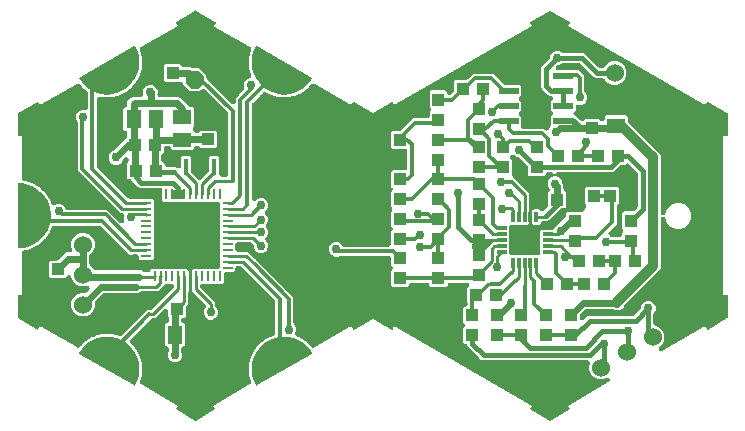
<source format=gbr>
G04 EAGLE Gerber RS-274X export*
G75*
%MOMM*%
%FSLAX34Y34*%
%LPD*%
%INBottom Copper*%
%IPPOS*%
%AMOC8*
5,1,8,0,0,1.08239X$1,22.5*%
G01*
%ADD10R,0.400000X1.399997*%
%ADD11C,1.000000*%
%ADD12R,0.254000X0.812800*%
%ADD13R,0.812800X0.254000*%
%ADD14R,5.384800X5.384800*%
%ADD15P,1.649562X8X22.500000*%
%ADD16R,1.100000X1.000000*%
%ADD17R,1.500000X1.300000*%
%ADD18R,1.300000X1.500000*%
%ADD19C,1.524000*%
%ADD20R,0.300000X0.850000*%
%ADD21R,0.850000X0.300000*%
%ADD22R,2.650000X2.650000*%
%ADD23R,1.000000X1.100000*%
%ADD24R,1.676400X0.508000*%
%ADD25C,0.254000*%
%ADD26C,0.609600*%
%ADD27C,0.508000*%
%ADD28C,0.756400*%
%ADD29C,0.406400*%
%ADD30C,0.203200*%
%ADD31C,0.812800*%
%ADD32C,0.304800*%

G36*
X449241Y29511D02*
X449241Y29511D01*
X449318Y29510D01*
X449342Y29519D01*
X449363Y29520D01*
X449402Y29541D01*
X449474Y29567D01*
X465974Y39067D01*
X465996Y39086D01*
X466022Y39099D01*
X466056Y39137D01*
X466059Y39139D01*
X466062Y39143D01*
X466070Y39152D01*
X466123Y39199D01*
X466136Y39225D01*
X466155Y39247D01*
X466178Y39314D01*
X466209Y39378D01*
X466211Y39407D01*
X466220Y39434D01*
X466215Y39506D01*
X466218Y39577D01*
X466208Y39604D01*
X466206Y39633D01*
X466164Y39723D01*
X466149Y39763D01*
X466142Y39771D01*
X466136Y39784D01*
X464413Y42280D01*
X498810Y62138D01*
X498866Y62178D01*
X498927Y62211D01*
X499029Y62296D01*
X499137Y62373D01*
X499184Y62423D01*
X499237Y62467D01*
X499321Y62571D01*
X499411Y62668D01*
X499447Y62726D01*
X499491Y62780D01*
X499552Y62898D01*
X499622Y63011D01*
X499646Y63075D01*
X499678Y63136D01*
X499715Y63264D01*
X499761Y63389D01*
X499771Y63457D01*
X499791Y63523D01*
X499802Y63655D01*
X499823Y63787D01*
X499819Y63855D01*
X499825Y63924D01*
X499810Y64056D01*
X499805Y64189D01*
X499788Y64256D01*
X499780Y64324D01*
X499740Y64450D01*
X499708Y64580D01*
X499678Y64642D01*
X499657Y64707D01*
X499592Y64823D01*
X499535Y64943D01*
X499494Y64999D01*
X499461Y65059D01*
X499374Y65160D01*
X499295Y65266D01*
X499244Y65312D01*
X499199Y65365D01*
X499094Y65447D01*
X498995Y65535D01*
X498936Y65570D01*
X498882Y65613D01*
X498763Y65673D01*
X498649Y65740D01*
X498584Y65763D01*
X498522Y65794D01*
X498394Y65829D01*
X498268Y65872D01*
X498200Y65882D01*
X498134Y65900D01*
X498001Y65909D01*
X497870Y65927D01*
X497801Y65923D01*
X497732Y65928D01*
X497600Y65910D01*
X497468Y65902D01*
X497401Y65884D01*
X497333Y65875D01*
X497162Y65821D01*
X497079Y65798D01*
X497049Y65784D01*
X497017Y65774D01*
X494346Y64667D01*
X490404Y64667D01*
X486763Y66176D01*
X483977Y68962D01*
X482468Y72603D01*
X482468Y76545D01*
X482977Y77772D01*
X482981Y77785D01*
X482987Y77797D01*
X483039Y77977D01*
X483093Y78158D01*
X483095Y78171D01*
X483098Y78184D01*
X483113Y78370D01*
X483131Y78558D01*
X483130Y78572D01*
X483131Y78585D01*
X483109Y78771D01*
X483090Y78959D01*
X483086Y78972D01*
X483084Y78985D01*
X483026Y79163D01*
X482970Y79343D01*
X482964Y79355D01*
X482959Y79368D01*
X482867Y79531D01*
X482777Y79696D01*
X482768Y79707D01*
X482761Y79718D01*
X482639Y79860D01*
X482518Y80005D01*
X482507Y80013D01*
X482498Y80023D01*
X482350Y80138D01*
X482203Y80256D01*
X482191Y80262D01*
X482180Y80270D01*
X482012Y80353D01*
X481845Y80439D01*
X481832Y80443D01*
X481820Y80449D01*
X481637Y80498D01*
X481457Y80549D01*
X481444Y80550D01*
X481431Y80554D01*
X481100Y80581D01*
X392310Y80581D01*
X390723Y81238D01*
X389222Y82739D01*
X381221Y90741D01*
X381220Y90741D01*
X379720Y92241D01*
X379285Y93291D01*
X379275Y93310D01*
X379268Y93331D01*
X379180Y93488D01*
X379095Y93645D01*
X379081Y93663D01*
X379070Y93682D01*
X378953Y93817D01*
X378839Y93956D01*
X378821Y93970D01*
X378807Y93987D01*
X378665Y94096D01*
X378526Y94210D01*
X378506Y94220D01*
X378489Y94234D01*
X378328Y94314D01*
X378170Y94397D01*
X378148Y94403D01*
X378128Y94413D01*
X377954Y94460D01*
X377783Y94510D01*
X377761Y94512D01*
X377739Y94517D01*
X377409Y94545D01*
X376934Y94545D01*
X375595Y95884D01*
X375595Y107778D01*
X376711Y108895D01*
X376722Y108909D01*
X376736Y108920D01*
X376850Y109065D01*
X376966Y109206D01*
X376974Y109222D01*
X376986Y109236D01*
X377069Y109400D01*
X377155Y109562D01*
X377160Y109579D01*
X377168Y109595D01*
X377217Y109772D01*
X377269Y109948D01*
X377271Y109966D01*
X377276Y109983D01*
X377289Y110166D01*
X377306Y110349D01*
X377304Y110367D01*
X377305Y110385D01*
X377282Y110567D01*
X377262Y110749D01*
X377257Y110766D01*
X377255Y110784D01*
X377196Y110958D01*
X377141Y111133D01*
X377132Y111149D01*
X377127Y111166D01*
X377035Y111325D01*
X376946Y111485D01*
X376935Y111499D01*
X376926Y111515D01*
X376711Y111768D01*
X375595Y112884D01*
X375595Y124778D01*
X376934Y126118D01*
X377539Y126118D01*
X377557Y126120D01*
X377575Y126118D01*
X377757Y126140D01*
X377940Y126158D01*
X377957Y126163D01*
X377975Y126165D01*
X378149Y126222D01*
X378325Y126276D01*
X378340Y126285D01*
X378357Y126290D01*
X378518Y126380D01*
X378679Y126468D01*
X378692Y126479D01*
X378708Y126488D01*
X378847Y126608D01*
X378988Y126726D01*
X378999Y126739D01*
X379013Y126751D01*
X379125Y126896D01*
X379240Y127039D01*
X379249Y127055D01*
X379260Y127069D01*
X379342Y127234D01*
X379426Y127397D01*
X379431Y127414D01*
X379439Y127430D01*
X379487Y127608D01*
X379537Y127784D01*
X379539Y127801D01*
X379543Y127819D01*
X379571Y128149D01*
X379571Y128373D01*
X379568Y128399D01*
X379570Y128426D01*
X379548Y128600D01*
X379531Y128774D01*
X379523Y128799D01*
X379519Y128826D01*
X379464Y128991D01*
X379412Y129158D01*
X379400Y129182D01*
X379391Y129207D01*
X379304Y129359D01*
X379221Y129512D01*
X379204Y129533D01*
X379190Y129556D01*
X379001Y129780D01*
X379001Y141678D01*
X380294Y142972D01*
X380300Y142979D01*
X380307Y142984D01*
X380427Y143134D01*
X380549Y143283D01*
X380553Y143291D01*
X380559Y143298D01*
X380647Y143468D01*
X380738Y143639D01*
X380740Y143648D01*
X380744Y143655D01*
X380797Y143840D01*
X380853Y144025D01*
X380853Y144034D01*
X380856Y144042D01*
X380871Y144233D01*
X380889Y144426D01*
X380888Y144435D01*
X380889Y144444D01*
X380866Y144633D01*
X380846Y144826D01*
X380843Y144835D01*
X380842Y144843D01*
X380782Y145025D01*
X380724Y145210D01*
X380720Y145218D01*
X380717Y145226D01*
X380623Y145393D01*
X380529Y145562D01*
X380523Y145569D01*
X380519Y145577D01*
X380394Y145722D01*
X380269Y145869D01*
X380262Y145875D01*
X380256Y145882D01*
X380105Y145998D01*
X379953Y146119D01*
X379945Y146123D01*
X379938Y146128D01*
X379766Y146214D01*
X379594Y146301D01*
X379585Y146304D01*
X379577Y146308D01*
X379391Y146358D01*
X379206Y146409D01*
X379197Y146410D01*
X379188Y146412D01*
X378858Y146439D01*
X364624Y146439D01*
X364606Y146437D01*
X364589Y146439D01*
X364406Y146418D01*
X364224Y146399D01*
X364207Y146394D01*
X364189Y146392D01*
X364014Y146335D01*
X363839Y146281D01*
X363823Y146273D01*
X363806Y146267D01*
X363646Y146177D01*
X363485Y146089D01*
X363471Y146078D01*
X363455Y146069D01*
X363316Y145949D01*
X363175Y145832D01*
X363164Y145818D01*
X363151Y145806D01*
X363038Y145661D01*
X362923Y145518D01*
X362915Y145502D01*
X362904Y145488D01*
X362822Y145323D01*
X362738Y145161D01*
X362733Y145144D01*
X362725Y145128D01*
X362677Y144949D01*
X362626Y144774D01*
X362625Y144756D01*
X362620Y144739D01*
X362593Y144408D01*
X362593Y144303D01*
X361253Y142963D01*
X348359Y142963D01*
X347020Y144303D01*
X347020Y144408D01*
X347018Y144426D01*
X347019Y144444D01*
X346998Y144626D01*
X346980Y144809D01*
X346974Y144826D01*
X346972Y144843D01*
X346915Y145018D01*
X346861Y145194D01*
X346853Y145209D01*
X346847Y145226D01*
X346757Y145386D01*
X346670Y145548D01*
X346658Y145561D01*
X346650Y145577D01*
X346529Y145716D01*
X346412Y145857D01*
X346398Y145868D01*
X346386Y145882D01*
X346241Y145994D01*
X346098Y146109D01*
X346082Y146117D01*
X346068Y146128D01*
X345903Y146210D01*
X345741Y146295D01*
X345724Y146300D01*
X345708Y146308D01*
X345530Y146355D01*
X345354Y146406D01*
X345336Y146408D01*
X345319Y146412D01*
X344988Y146439D01*
X332080Y146439D01*
X332063Y146437D01*
X332045Y146439D01*
X331863Y146418D01*
X331680Y146399D01*
X331663Y146394D01*
X331645Y146392D01*
X331471Y146335D01*
X331295Y146281D01*
X331279Y146273D01*
X331262Y146267D01*
X331102Y146177D01*
X330941Y146089D01*
X330927Y146078D01*
X330912Y146069D01*
X330772Y145949D01*
X330632Y145832D01*
X330620Y145818D01*
X330607Y145806D01*
X330494Y145661D01*
X330379Y145518D01*
X330371Y145502D01*
X330360Y145488D01*
X330278Y145323D01*
X330194Y145161D01*
X330189Y145144D01*
X330181Y145128D01*
X330133Y144949D01*
X330082Y144774D01*
X330081Y144756D01*
X330076Y144739D01*
X330049Y144408D01*
X330049Y144303D01*
X328710Y142963D01*
X315815Y142963D01*
X314476Y144303D01*
X314476Y156197D01*
X315592Y157314D01*
X315604Y157327D01*
X315617Y157339D01*
X315731Y157483D01*
X315847Y157625D01*
X315856Y157641D01*
X315867Y157655D01*
X315950Y157819D01*
X316036Y157981D01*
X316041Y157998D01*
X316049Y158014D01*
X316098Y158191D01*
X316151Y158367D01*
X316152Y158385D01*
X316157Y158402D01*
X316171Y158585D01*
X316187Y158768D01*
X316185Y158785D01*
X316187Y158803D01*
X316164Y158985D01*
X316144Y159168D01*
X316138Y159185D01*
X316136Y159203D01*
X316078Y159376D01*
X316022Y159552D01*
X316014Y159568D01*
X316008Y159584D01*
X315916Y159743D01*
X315827Y159904D01*
X315816Y159918D01*
X315807Y159933D01*
X315592Y160186D01*
X314476Y161303D01*
X314476Y167196D01*
X314474Y167213D01*
X314475Y167231D01*
X314454Y167413D01*
X314436Y167596D01*
X314431Y167613D01*
X314429Y167631D01*
X314372Y167805D01*
X314318Y167981D01*
X314309Y167997D01*
X314304Y168014D01*
X314213Y168174D01*
X314126Y168335D01*
X314115Y168349D01*
X314106Y168364D01*
X313986Y168504D01*
X313868Y168644D01*
X313854Y168656D01*
X313843Y168669D01*
X313698Y168782D01*
X313554Y168897D01*
X313539Y168905D01*
X313525Y168916D01*
X313360Y168998D01*
X313197Y169082D01*
X313180Y169087D01*
X313164Y169095D01*
X312986Y169143D01*
X312810Y169194D01*
X312792Y169195D01*
X312775Y169200D01*
X312445Y169227D01*
X271517Y169227D01*
X271486Y169224D01*
X271455Y169226D01*
X271286Y169204D01*
X271117Y169187D01*
X271087Y169178D01*
X271056Y169174D01*
X270740Y169072D01*
X269495Y168556D01*
X267080Y168556D01*
X264850Y169480D01*
X263143Y171187D01*
X262219Y173418D01*
X262219Y175832D01*
X263143Y178063D01*
X264850Y179770D01*
X267080Y180694D01*
X269495Y180694D01*
X271725Y179770D01*
X273433Y178062D01*
X273433Y178061D01*
X273522Y177905D01*
X273606Y177747D01*
X273620Y177730D01*
X273631Y177711D01*
X273748Y177575D01*
X273863Y177437D01*
X273880Y177423D01*
X273894Y177406D01*
X274035Y177297D01*
X274175Y177183D01*
X274195Y177173D01*
X274213Y177159D01*
X274373Y177080D01*
X274532Y176996D01*
X274553Y176990D01*
X274573Y176980D01*
X274746Y176933D01*
X274918Y176883D01*
X274940Y176881D01*
X274962Y176875D01*
X275293Y176848D01*
X312445Y176848D01*
X312462Y176850D01*
X312480Y176849D01*
X312662Y176870D01*
X312845Y176888D01*
X312862Y176893D01*
X312880Y176895D01*
X313054Y176952D01*
X313230Y177006D01*
X313246Y177015D01*
X313263Y177020D01*
X313423Y177111D01*
X313584Y177198D01*
X313598Y177209D01*
X313613Y177218D01*
X313753Y177338D01*
X313893Y177456D01*
X313905Y177470D01*
X313918Y177481D01*
X314031Y177626D01*
X314146Y177770D01*
X314154Y177785D01*
X314165Y177799D01*
X314247Y177964D01*
X314331Y178127D01*
X314336Y178144D01*
X314344Y178160D01*
X314392Y178338D01*
X314443Y178514D01*
X314444Y178532D01*
X314449Y178549D01*
X314476Y178879D01*
X314476Y189535D01*
X315592Y190651D01*
X315604Y190665D01*
X315617Y190677D01*
X315731Y190821D01*
X315847Y190963D01*
X315856Y190978D01*
X315867Y190992D01*
X315950Y191157D01*
X316036Y191318D01*
X316041Y191335D01*
X316049Y191351D01*
X316098Y191528D01*
X316151Y191704D01*
X316152Y191722D01*
X316157Y191739D01*
X316171Y191922D01*
X316187Y192105D01*
X316185Y192123D01*
X316187Y192141D01*
X316164Y192323D01*
X316144Y192506D01*
X316138Y192523D01*
X316136Y192540D01*
X316078Y192714D01*
X316022Y192889D01*
X316014Y192905D01*
X316008Y192922D01*
X315916Y193081D01*
X315827Y193242D01*
X315816Y193255D01*
X315807Y193271D01*
X315592Y193524D01*
X314476Y194640D01*
X314476Y206535D01*
X315261Y207320D01*
X315272Y207334D01*
X315286Y207345D01*
X315400Y207490D01*
X315516Y207631D01*
X315524Y207647D01*
X315536Y207661D01*
X315619Y207826D01*
X315705Y207987D01*
X315710Y208004D01*
X315718Y208020D01*
X315767Y208197D01*
X315819Y208373D01*
X315821Y208391D01*
X315826Y208408D01*
X315839Y208591D01*
X315856Y208774D01*
X315854Y208792D01*
X315855Y208810D01*
X315832Y208991D01*
X315812Y209174D01*
X315807Y209191D01*
X315805Y209209D01*
X315747Y209382D01*
X315691Y209558D01*
X315682Y209574D01*
X315677Y209591D01*
X315585Y209750D01*
X315496Y209910D01*
X315485Y209924D01*
X315476Y209940D01*
X315261Y210193D01*
X314976Y210478D01*
X314976Y223372D01*
X315592Y223989D01*
X315604Y224003D01*
X315617Y224014D01*
X315731Y224158D01*
X315847Y224300D01*
X315856Y224316D01*
X315867Y224330D01*
X315950Y224494D01*
X316036Y224656D01*
X316041Y224673D01*
X316049Y224689D01*
X316098Y224866D01*
X316151Y225042D01*
X316152Y225060D01*
X316157Y225077D01*
X316171Y225260D01*
X316187Y225443D01*
X316185Y225461D01*
X316187Y225478D01*
X316164Y225660D01*
X316144Y225843D01*
X316138Y225860D01*
X316136Y225878D01*
X316078Y226052D01*
X316022Y226227D01*
X316014Y226243D01*
X316008Y226259D01*
X315916Y226418D01*
X315827Y226579D01*
X315816Y226593D01*
X315807Y226608D01*
X315592Y226861D01*
X314976Y227478D01*
X314976Y240372D01*
X316315Y241712D01*
X326524Y241712D01*
X326542Y241714D01*
X326560Y241712D01*
X326742Y241733D01*
X326925Y241752D01*
X326942Y241757D01*
X326960Y241759D01*
X327134Y241816D01*
X327310Y241870D01*
X327325Y241878D01*
X327342Y241884D01*
X327503Y241974D01*
X327664Y242062D01*
X327677Y242073D01*
X327693Y242082D01*
X327832Y242202D01*
X327973Y242319D01*
X327984Y242333D01*
X327998Y242345D01*
X328110Y242490D01*
X328225Y242633D01*
X328234Y242649D01*
X328245Y242663D01*
X328327Y242828D01*
X328411Y242990D01*
X328416Y243007D01*
X328424Y243023D01*
X328472Y243202D01*
X328522Y243377D01*
X328524Y243395D01*
X328528Y243412D01*
X328556Y243743D01*
X328556Y257945D01*
X328554Y257962D01*
X328555Y257980D01*
X328534Y258161D01*
X328516Y258345D01*
X328510Y258362D01*
X328508Y258380D01*
X328451Y258554D01*
X328397Y258730D01*
X328389Y258746D01*
X328383Y258763D01*
X328293Y258923D01*
X328206Y259084D01*
X328194Y259098D01*
X328186Y259113D01*
X328065Y259253D01*
X327948Y259393D01*
X327934Y259405D01*
X327922Y259418D01*
X327777Y259531D01*
X327634Y259646D01*
X327618Y259654D01*
X327604Y259665D01*
X327439Y259747D01*
X327277Y259831D01*
X327260Y259836D01*
X327244Y259844D01*
X327066Y259892D01*
X326890Y259943D01*
X326872Y259944D01*
X326855Y259949D01*
X326524Y259976D01*
X315815Y259976D01*
X314476Y261315D01*
X314476Y273210D01*
X315815Y274549D01*
X321500Y274549D01*
X321526Y274552D01*
X321553Y274550D01*
X321727Y274572D01*
X321901Y274589D01*
X321926Y274597D01*
X321953Y274600D01*
X322118Y274656D01*
X322285Y274707D01*
X322309Y274720D01*
X322334Y274729D01*
X322486Y274816D01*
X322639Y274899D01*
X322660Y274916D01*
X322683Y274929D01*
X322936Y275144D01*
X333384Y285592D01*
X345488Y285592D01*
X345506Y285594D01*
X345524Y285592D01*
X345706Y285614D01*
X345889Y285632D01*
X345906Y285637D01*
X345924Y285639D01*
X346098Y285696D01*
X346274Y285750D01*
X346289Y285759D01*
X346306Y285764D01*
X346467Y285854D01*
X346628Y285942D01*
X346641Y285953D01*
X346657Y285962D01*
X346796Y286082D01*
X346937Y286200D01*
X346948Y286213D01*
X346962Y286225D01*
X347074Y286370D01*
X347189Y286513D01*
X347198Y286529D01*
X347209Y286543D01*
X347291Y286708D01*
X347375Y286871D01*
X347380Y286888D01*
X347388Y286904D01*
X347436Y287082D01*
X347486Y287258D01*
X347488Y287275D01*
X347492Y287293D01*
X347520Y287623D01*
X347520Y290841D01*
X348136Y291457D01*
X348147Y291471D01*
X348161Y291483D01*
X348275Y291627D01*
X348391Y291769D01*
X348399Y291785D01*
X348411Y291799D01*
X348494Y291962D01*
X348580Y292125D01*
X348585Y292142D01*
X348593Y292158D01*
X348642Y292335D01*
X348694Y292511D01*
X348696Y292528D01*
X348701Y292546D01*
X348714Y292729D01*
X348731Y292912D01*
X348729Y292929D01*
X348730Y292947D01*
X348707Y293129D01*
X348687Y293312D01*
X348682Y293329D01*
X348680Y293347D01*
X348621Y293520D01*
X348566Y293696D01*
X348557Y293711D01*
X348552Y293728D01*
X348460Y293887D01*
X348371Y294048D01*
X348360Y294062D01*
X348351Y294077D01*
X348136Y294330D01*
X347520Y294947D01*
X347520Y307841D01*
X348859Y309180D01*
X360753Y309180D01*
X362093Y307841D01*
X362093Y307236D01*
X362095Y307218D01*
X362093Y307200D01*
X362115Y307018D01*
X362133Y306835D01*
X362138Y306818D01*
X362140Y306800D01*
X362197Y306626D01*
X362251Y306450D01*
X362260Y306435D01*
X362265Y306418D01*
X362355Y306257D01*
X362443Y306096D01*
X362454Y306083D01*
X362463Y306067D01*
X362583Y305928D01*
X362701Y305787D01*
X362714Y305776D01*
X362726Y305762D01*
X362871Y305650D01*
X363014Y305535D01*
X363030Y305526D01*
X363044Y305515D01*
X363209Y305433D01*
X363372Y305349D01*
X363389Y305344D01*
X363405Y305336D01*
X363583Y305288D01*
X363759Y305238D01*
X363776Y305236D01*
X363794Y305232D01*
X364124Y305204D01*
X364293Y305204D01*
X364319Y305207D01*
X364346Y305205D01*
X364520Y305227D01*
X364693Y305244D01*
X364719Y305252D01*
X364745Y305256D01*
X364911Y305311D01*
X365078Y305363D01*
X365102Y305375D01*
X365127Y305384D01*
X365279Y305471D01*
X365432Y305554D01*
X365453Y305571D01*
X365476Y305585D01*
X365729Y305799D01*
X367793Y307864D01*
X367810Y307884D01*
X367831Y307902D01*
X367938Y308040D01*
X368048Y308175D01*
X368061Y308199D01*
X368077Y308220D01*
X368155Y308377D01*
X368237Y308531D01*
X368245Y308557D01*
X368257Y308581D01*
X368302Y308750D01*
X368352Y308917D01*
X368354Y308943D01*
X368361Y308969D01*
X368388Y309300D01*
X368388Y316803D01*
X369728Y318143D01*
X378343Y318143D01*
X378370Y318146D01*
X378396Y318144D01*
X378570Y318166D01*
X378744Y318183D01*
X378769Y318191D01*
X378796Y318194D01*
X378961Y318250D01*
X379129Y318301D01*
X379152Y318314D01*
X379177Y318322D01*
X379329Y318410D01*
X379483Y318493D01*
X379503Y318510D01*
X379526Y318523D01*
X379779Y318738D01*
X384518Y323477D01*
X400832Y323477D01*
X410118Y314190D01*
X410139Y314173D01*
X410156Y314153D01*
X410294Y314046D01*
X410430Y313935D01*
X410453Y313923D01*
X410474Y313906D01*
X410631Y313829D01*
X410785Y313747D01*
X410811Y313739D01*
X410835Y313727D01*
X411004Y313682D01*
X411171Y313632D01*
X411198Y313630D01*
X411224Y313623D01*
X411554Y313595D01*
X423571Y313595D01*
X424911Y312256D01*
X424911Y305282D01*
X423484Y303855D01*
X423473Y303841D01*
X423460Y303830D01*
X423346Y303685D01*
X423229Y303544D01*
X423221Y303528D01*
X423210Y303514D01*
X423127Y303350D01*
X423041Y303188D01*
X423036Y303171D01*
X423028Y303155D01*
X422978Y302978D01*
X422926Y302802D01*
X422924Y302784D01*
X422920Y302767D01*
X422906Y302584D01*
X422890Y302401D01*
X422892Y302383D01*
X422890Y302365D01*
X422913Y302183D01*
X422933Y302001D01*
X422938Y301984D01*
X422941Y301966D01*
X422999Y301792D01*
X423055Y301617D01*
X423063Y301601D01*
X423069Y301584D01*
X423160Y301425D01*
X423249Y301265D01*
X423261Y301251D01*
X423270Y301235D01*
X423484Y300982D01*
X424911Y299556D01*
X424911Y292582D01*
X423484Y291155D01*
X423473Y291141D01*
X423460Y291130D01*
X423346Y290985D01*
X423229Y290844D01*
X423221Y290828D01*
X423210Y290814D01*
X423127Y290650D01*
X423041Y290488D01*
X423036Y290471D01*
X423028Y290455D01*
X422978Y290278D01*
X422926Y290102D01*
X422924Y290084D01*
X422920Y290067D01*
X422906Y289884D01*
X422890Y289701D01*
X422892Y289683D01*
X422890Y289665D01*
X422913Y289483D01*
X422933Y289301D01*
X422938Y289284D01*
X422941Y289266D01*
X422999Y289092D01*
X423055Y288917D01*
X423063Y288901D01*
X423069Y288884D01*
X423160Y288725D01*
X423249Y288565D01*
X423261Y288551D01*
X423270Y288535D01*
X423484Y288282D01*
X424911Y286856D01*
X424911Y279855D01*
X424900Y279841D01*
X424778Y279693D01*
X424774Y279685D01*
X424769Y279678D01*
X424681Y279508D01*
X424590Y279337D01*
X424587Y279328D01*
X424583Y279320D01*
X424530Y279135D01*
X424475Y278951D01*
X424474Y278942D01*
X424472Y278933D01*
X424456Y278741D01*
X424439Y278550D01*
X424440Y278541D01*
X424439Y278532D01*
X424461Y278342D01*
X424482Y278150D01*
X424485Y278141D01*
X424486Y278132D01*
X424546Y277948D01*
X424603Y277766D01*
X424608Y277758D01*
X424611Y277750D01*
X424706Y277580D01*
X424798Y277414D01*
X424804Y277407D01*
X424808Y277399D01*
X424934Y277253D01*
X425059Y277107D01*
X425066Y277101D01*
X425072Y277094D01*
X425223Y276977D01*
X425375Y276857D01*
X425383Y276853D01*
X425390Y276847D01*
X425562Y276762D01*
X425734Y276675D01*
X425742Y276672D01*
X425750Y276668D01*
X425938Y276618D01*
X426121Y276567D01*
X426130Y276566D01*
X426139Y276564D01*
X426470Y276536D01*
X444491Y276536D01*
X445227Y275801D01*
X445237Y275792D01*
X445246Y275782D01*
X445393Y275664D01*
X445538Y275546D01*
X445550Y275539D01*
X445561Y275531D01*
X445727Y275445D01*
X445894Y275357D01*
X445907Y275353D01*
X445919Y275347D01*
X446099Y275296D01*
X446280Y275242D01*
X446293Y275241D01*
X446306Y275237D01*
X446492Y275223D01*
X446681Y275206D01*
X446694Y275207D01*
X446708Y275206D01*
X446892Y275229D01*
X447081Y275249D01*
X447094Y275253D01*
X447107Y275255D01*
X447284Y275313D01*
X447465Y275371D01*
X447477Y275377D01*
X447489Y275381D01*
X447652Y275474D01*
X447817Y275565D01*
X447828Y275574D01*
X447839Y275581D01*
X447981Y275704D01*
X448124Y275826D01*
X448133Y275836D01*
X448143Y275845D01*
X448257Y275993D01*
X448374Y276142D01*
X448380Y276154D01*
X448388Y276164D01*
X448540Y276460D01*
X448880Y277281D01*
X449207Y277608D01*
X449224Y277629D01*
X449244Y277646D01*
X449351Y277784D01*
X449462Y277919D01*
X449474Y277943D01*
X449491Y277964D01*
X449569Y278121D01*
X449650Y278275D01*
X449658Y278301D01*
X449670Y278325D01*
X449715Y278494D01*
X449765Y278661D01*
X449767Y278688D01*
X449774Y278713D01*
X449802Y279044D01*
X449802Y286856D01*
X451228Y288282D01*
X451239Y288296D01*
X451253Y288308D01*
X451367Y288452D01*
X451483Y288594D01*
X451491Y288610D01*
X451503Y288624D01*
X451586Y288788D01*
X451672Y288950D01*
X451677Y288967D01*
X451685Y288983D01*
X451734Y289160D01*
X451786Y289336D01*
X451788Y289353D01*
X451793Y289371D01*
X451806Y289553D01*
X451823Y289737D01*
X451821Y289754D01*
X451822Y289772D01*
X451799Y289954D01*
X451779Y290137D01*
X451774Y290154D01*
X451772Y290172D01*
X451713Y290345D01*
X451658Y290521D01*
X451649Y290536D01*
X451644Y290553D01*
X451552Y290712D01*
X451463Y290873D01*
X451452Y290887D01*
X451443Y290902D01*
X451228Y291155D01*
X449802Y292582D01*
X449802Y299556D01*
X451228Y300982D01*
X451234Y300989D01*
X451241Y300995D01*
X451361Y301145D01*
X451483Y301294D01*
X451487Y301302D01*
X451493Y301309D01*
X451582Y301480D01*
X451672Y301650D01*
X451674Y301658D01*
X451678Y301666D01*
X451731Y301850D01*
X451786Y302036D01*
X451787Y302044D01*
X451790Y302053D01*
X451805Y302243D01*
X451823Y302437D01*
X451822Y302445D01*
X451823Y302454D01*
X451800Y302643D01*
X451779Y302837D01*
X451777Y302845D01*
X451776Y302854D01*
X451716Y303036D01*
X451658Y303221D01*
X451654Y303228D01*
X451651Y303237D01*
X451556Y303405D01*
X451463Y303573D01*
X451457Y303580D01*
X451453Y303588D01*
X451327Y303733D01*
X451203Y303880D01*
X451196Y303886D01*
X451190Y303892D01*
X451040Y304009D01*
X450887Y304130D01*
X450879Y304134D01*
X450872Y304139D01*
X450700Y304225D01*
X450528Y304312D01*
X450519Y304314D01*
X450511Y304318D01*
X450325Y304368D01*
X450140Y304420D01*
X450131Y304421D01*
X450122Y304423D01*
X449792Y304450D01*
X449197Y304450D01*
X447610Y305107D01*
X442426Y310291D01*
X441769Y311878D01*
X441769Y327884D01*
X442426Y329471D01*
X448949Y335994D01*
X448966Y336015D01*
X448986Y336032D01*
X449093Y336170D01*
X449204Y336305D01*
X449216Y336329D01*
X449233Y336350D01*
X449311Y336507D01*
X449393Y336661D01*
X449400Y336687D01*
X449412Y336711D01*
X449458Y336880D01*
X449507Y337047D01*
X449510Y337074D01*
X449517Y337100D01*
X449544Y337430D01*
X449544Y337757D01*
X450468Y339988D01*
X452175Y341695D01*
X454405Y342619D01*
X456820Y342619D01*
X459050Y341695D01*
X459281Y341464D01*
X459302Y341447D01*
X459319Y341426D01*
X459458Y341319D01*
X459593Y341209D01*
X459616Y341196D01*
X459638Y341180D01*
X459794Y341102D01*
X459948Y341020D01*
X459974Y341012D01*
X459998Y341000D01*
X460167Y340955D01*
X460334Y340905D01*
X460361Y340903D01*
X460387Y340896D01*
X460718Y340869D01*
X477163Y340869D01*
X478750Y340211D01*
X490236Y328725D01*
X490257Y328708D01*
X490274Y328688D01*
X490412Y328581D01*
X490547Y328470D01*
X490571Y328458D01*
X490592Y328441D01*
X490749Y328363D01*
X490903Y328282D01*
X490929Y328274D01*
X490953Y328262D01*
X491122Y328216D01*
X491289Y328167D01*
X491316Y328164D01*
X491341Y328157D01*
X491672Y328130D01*
X493832Y328130D01*
X493854Y328133D01*
X493876Y328131D01*
X494054Y328152D01*
X494232Y328170D01*
X494254Y328177D01*
X494276Y328179D01*
X494446Y328236D01*
X494617Y328288D01*
X494637Y328299D01*
X494658Y328306D01*
X494814Y328395D01*
X494971Y328480D01*
X494988Y328494D01*
X495008Y328505D01*
X495143Y328623D01*
X495281Y328738D01*
X495295Y328755D01*
X495311Y328770D01*
X495421Y328912D01*
X495533Y329052D01*
X495543Y329071D01*
X495557Y329089D01*
X495708Y329384D01*
X495725Y329423D01*
X498511Y332210D01*
X502152Y333718D01*
X506094Y333718D01*
X509735Y332210D01*
X512522Y329423D01*
X514030Y325782D01*
X514030Y321841D01*
X512522Y318200D01*
X509735Y315413D01*
X506275Y313980D01*
X506094Y313905D01*
X502152Y313905D01*
X498511Y315413D01*
X495725Y318200D01*
X495708Y318239D01*
X495698Y318258D01*
X495691Y318280D01*
X495603Y318436D01*
X495518Y318594D01*
X495504Y318611D01*
X495493Y318630D01*
X495376Y318766D01*
X495262Y318904D01*
X495245Y318918D01*
X495230Y318935D01*
X495089Y319045D01*
X494949Y319158D01*
X494929Y319168D01*
X494912Y319182D01*
X494752Y319262D01*
X494593Y319345D01*
X494571Y319351D01*
X494551Y319361D01*
X494378Y319408D01*
X494206Y319458D01*
X494184Y319460D01*
X494163Y319466D01*
X493832Y319493D01*
X488183Y319493D01*
X486596Y320150D01*
X475109Y331636D01*
X475089Y331653D01*
X475071Y331674D01*
X474933Y331781D01*
X474798Y331891D01*
X474774Y331904D01*
X474753Y331920D01*
X474596Y331998D01*
X474442Y332080D01*
X474417Y332088D01*
X474393Y332100D01*
X474223Y332145D01*
X474056Y332195D01*
X474030Y332197D01*
X474004Y332204D01*
X473673Y332231D01*
X460718Y332231D01*
X460691Y332229D01*
X460664Y332231D01*
X460491Y332209D01*
X460317Y332191D01*
X460291Y332183D01*
X460265Y332180D01*
X460099Y332125D01*
X459932Y332073D01*
X459909Y332060D01*
X459883Y332052D01*
X459731Y331965D01*
X459578Y331881D01*
X459558Y331864D01*
X459534Y331851D01*
X459281Y331636D01*
X459050Y331405D01*
X456820Y330481D01*
X456493Y330481D01*
X456466Y330479D01*
X456440Y330481D01*
X456266Y330459D01*
X456092Y330441D01*
X456067Y330434D01*
X456040Y330430D01*
X455874Y330374D01*
X455707Y330323D01*
X455684Y330311D01*
X455659Y330302D01*
X455507Y330215D01*
X455353Y330131D01*
X455333Y330114D01*
X455310Y330101D01*
X455057Y329887D01*
X454933Y329763D01*
X454928Y329756D01*
X454921Y329750D01*
X454801Y329602D01*
X454678Y329452D01*
X454674Y329444D01*
X454668Y329437D01*
X454580Y329267D01*
X454490Y329096D01*
X454487Y329087D01*
X454483Y329079D01*
X454429Y328894D01*
X454375Y328710D01*
X454374Y328701D01*
X454371Y328692D01*
X454356Y328500D01*
X454338Y328309D01*
X454339Y328300D01*
X454339Y328291D01*
X454361Y328101D01*
X454382Y327909D01*
X454384Y327900D01*
X454385Y327891D01*
X454445Y327708D01*
X454503Y327525D01*
X454507Y327517D01*
X454510Y327509D01*
X454605Y327340D01*
X454698Y327173D01*
X454704Y327166D01*
X454708Y327158D01*
X454833Y327013D01*
X454958Y326866D01*
X454965Y326860D01*
X454971Y326853D01*
X455122Y326736D01*
X455274Y326616D01*
X455282Y326612D01*
X455289Y326606D01*
X455461Y326521D01*
X455633Y326434D01*
X455642Y326431D01*
X455650Y326427D01*
X455837Y326377D01*
X456021Y326326D01*
X456030Y326325D01*
X456039Y326323D01*
X456369Y326295D01*
X469960Y326295D01*
X470094Y326224D01*
X470119Y326217D01*
X470144Y326205D01*
X470313Y326159D01*
X470480Y326110D01*
X470506Y326107D01*
X470532Y326100D01*
X470863Y326073D01*
X473860Y326073D01*
X478473Y321460D01*
X478473Y308826D01*
X478476Y308799D01*
X478474Y308772D01*
X478496Y308598D01*
X478513Y308425D01*
X478521Y308399D01*
X478524Y308373D01*
X478580Y308207D01*
X478631Y308040D01*
X478644Y308016D01*
X478653Y307991D01*
X478740Y307840D01*
X478823Y307686D01*
X478840Y307666D01*
X478853Y307642D01*
X479068Y307389D01*
X479807Y306650D01*
X480731Y304420D01*
X480731Y302005D01*
X479807Y299775D01*
X478100Y298068D01*
X475870Y297144D01*
X473170Y297144D01*
X473152Y297142D01*
X473135Y297143D01*
X472952Y297122D01*
X472770Y297104D01*
X472753Y297099D01*
X472735Y297097D01*
X472560Y297040D01*
X472385Y296986D01*
X472369Y296977D01*
X472352Y296972D01*
X472192Y296881D01*
X472031Y296794D01*
X472017Y296783D01*
X472001Y296774D01*
X471862Y296654D01*
X471721Y296536D01*
X471710Y296522D01*
X471697Y296511D01*
X471584Y296366D01*
X471469Y296222D01*
X471461Y296207D01*
X471450Y296193D01*
X471368Y296028D01*
X471284Y295865D01*
X471279Y295848D01*
X471271Y295832D01*
X471223Y295654D01*
X471172Y295478D01*
X471171Y295460D01*
X471166Y295443D01*
X471139Y295113D01*
X471139Y292582D01*
X469753Y291196D01*
X469749Y291191D01*
X469744Y291186D01*
X469740Y291181D01*
X469734Y291177D01*
X469617Y291030D01*
X469498Y290884D01*
X469493Y290874D01*
X469492Y290873D01*
X469491Y290871D01*
X469483Y290862D01*
X469398Y290695D01*
X469309Y290529D01*
X469306Y290516D01*
X469300Y290504D01*
X469249Y290324D01*
X469195Y290143D01*
X469193Y290129D01*
X469190Y290116D01*
X469175Y289931D01*
X469158Y289742D01*
X469160Y289728D01*
X469159Y289715D01*
X469181Y289530D01*
X469202Y289341D01*
X469206Y289329D01*
X469207Y289315D01*
X469266Y289138D01*
X469323Y288958D01*
X469330Y288946D01*
X469334Y288933D01*
X469427Y288771D01*
X469518Y288605D01*
X469527Y288595D01*
X469533Y288583D01*
X469657Y288441D01*
X469779Y288298D01*
X469789Y288290D01*
X469798Y288280D01*
X469946Y288166D01*
X470094Y288049D01*
X470107Y288042D01*
X470117Y288034D01*
X470412Y287883D01*
X471431Y287461D01*
X475008Y283884D01*
X475022Y283872D01*
X475034Y283859D01*
X475178Y283745D01*
X475320Y283629D01*
X475336Y283620D01*
X475350Y283609D01*
X475513Y283526D01*
X475676Y283440D01*
X475693Y283435D01*
X475709Y283427D01*
X475886Y283377D01*
X476061Y283325D01*
X476079Y283324D01*
X476096Y283319D01*
X476280Y283305D01*
X476462Y283289D01*
X476480Y283291D01*
X476498Y283289D01*
X476680Y283312D01*
X476863Y283332D01*
X476880Y283338D01*
X476897Y283340D01*
X477071Y283398D01*
X477247Y283454D01*
X477262Y283462D01*
X477279Y283468D01*
X477438Y283560D01*
X477599Y283649D01*
X477613Y283660D01*
X477628Y283669D01*
X477881Y283884D01*
X479034Y285037D01*
X490928Y285037D01*
X492364Y283601D01*
X492371Y283595D01*
X492377Y283588D01*
X492527Y283468D01*
X492676Y283346D01*
X492684Y283341D01*
X492691Y283336D01*
X492861Y283247D01*
X493032Y283157D01*
X493040Y283154D01*
X493048Y283150D01*
X493232Y283097D01*
X493418Y283042D01*
X493426Y283041D01*
X493435Y283039D01*
X493626Y283023D01*
X493819Y283006D01*
X493827Y283007D01*
X493836Y283006D01*
X494026Y283028D01*
X494219Y283049D01*
X494227Y283052D01*
X494236Y283053D01*
X494418Y283112D01*
X494603Y283171D01*
X494610Y283175D01*
X494619Y283178D01*
X494786Y283272D01*
X494955Y283366D01*
X494962Y283371D01*
X494970Y283376D01*
X495114Y283501D01*
X495262Y283626D01*
X495268Y283633D01*
X495274Y283639D01*
X495390Y283788D01*
X495512Y283942D01*
X495516Y283950D01*
X495521Y283957D01*
X495606Y284128D01*
X495694Y284301D01*
X495696Y284309D01*
X495700Y284318D01*
X495750Y284503D01*
X495802Y284689D01*
X495803Y284698D01*
X495805Y284706D01*
X495832Y285037D01*
X495832Y286872D01*
X497172Y288212D01*
X514066Y288212D01*
X515405Y286872D01*
X515405Y283405D01*
X515408Y283378D01*
X515406Y283351D01*
X515428Y283177D01*
X515445Y283004D01*
X515453Y282979D01*
X515457Y282952D01*
X515512Y282786D01*
X515564Y282619D01*
X515576Y282596D01*
X515585Y282570D01*
X515672Y282419D01*
X515755Y282265D01*
X515772Y282245D01*
X515786Y282221D01*
X516000Y281968D01*
X541959Y256010D01*
X542926Y253676D01*
X542926Y205605D01*
X542926Y205601D01*
X542926Y205597D01*
X542946Y205403D01*
X542966Y205205D01*
X542967Y205201D01*
X542967Y205196D01*
X543026Y205008D01*
X543084Y204820D01*
X543086Y204816D01*
X543087Y204812D01*
X543181Y204640D01*
X543276Y204466D01*
X543278Y204462D01*
X543281Y204459D01*
X543408Y204307D01*
X543533Y204157D01*
X543537Y204154D01*
X543540Y204150D01*
X543694Y204028D01*
X543847Y203904D01*
X543851Y203902D01*
X543854Y203899D01*
X544031Y203809D01*
X544204Y203719D01*
X544209Y203718D01*
X544213Y203716D01*
X544401Y203662D01*
X544591Y203607D01*
X544596Y203607D01*
X544600Y203606D01*
X544793Y203591D01*
X544993Y203575D01*
X544997Y203575D01*
X545001Y203575D01*
X545194Y203598D01*
X545392Y203621D01*
X545397Y203623D01*
X545401Y203623D01*
X545587Y203685D01*
X545775Y203746D01*
X545779Y203748D01*
X545783Y203750D01*
X545955Y203848D01*
X546126Y203944D01*
X546129Y203947D01*
X546133Y203949D01*
X546280Y204078D01*
X546430Y204207D01*
X546433Y204211D01*
X546437Y204214D01*
X546557Y204370D01*
X546677Y204525D01*
X546679Y204529D01*
X546682Y204533D01*
X546834Y204828D01*
X548615Y209129D01*
X551721Y212235D01*
X555779Y213916D01*
X560171Y213916D01*
X564229Y212235D01*
X567335Y209129D01*
X569016Y205071D01*
X569016Y200679D01*
X567335Y196621D01*
X564229Y193515D01*
X560171Y191834D01*
X555779Y191834D01*
X551721Y193515D01*
X548615Y196621D01*
X546834Y200922D01*
X546832Y200926D01*
X546830Y200930D01*
X546735Y201106D01*
X546643Y201277D01*
X546641Y201280D01*
X546638Y201284D01*
X546513Y201435D01*
X546387Y201587D01*
X546384Y201590D01*
X546381Y201593D01*
X546228Y201716D01*
X546074Y201841D01*
X546070Y201843D01*
X546067Y201846D01*
X545892Y201936D01*
X545718Y202028D01*
X545714Y202029D01*
X545710Y202031D01*
X545520Y202086D01*
X545331Y202141D01*
X545327Y202141D01*
X545323Y202143D01*
X545125Y202159D01*
X544930Y202176D01*
X544926Y202175D01*
X544921Y202175D01*
X544724Y202152D01*
X544530Y202130D01*
X544526Y202129D01*
X544522Y202129D01*
X544333Y202067D01*
X544147Y202007D01*
X544143Y202005D01*
X544139Y202004D01*
X543966Y201906D01*
X543795Y201811D01*
X543792Y201808D01*
X543788Y201806D01*
X543639Y201677D01*
X543490Y201549D01*
X543487Y201546D01*
X543483Y201543D01*
X543364Y201388D01*
X543241Y201232D01*
X543239Y201228D01*
X543237Y201225D01*
X543149Y201048D01*
X543061Y200872D01*
X543059Y200868D01*
X543057Y200864D01*
X543006Y200671D01*
X542954Y200484D01*
X542954Y200480D01*
X542953Y200475D01*
X542926Y200145D01*
X542926Y159074D01*
X541959Y156740D01*
X512643Y127425D01*
X512624Y127400D01*
X512600Y127380D01*
X512496Y127245D01*
X512388Y127113D01*
X512374Y127086D01*
X512355Y127061D01*
X512203Y126766D01*
X511796Y125784D01*
X510010Y123997D01*
X507676Y123031D01*
X505149Y123031D01*
X503070Y123892D01*
X503040Y123901D01*
X503012Y123915D01*
X502847Y123959D01*
X502684Y124008D01*
X502653Y124011D01*
X502623Y124019D01*
X502292Y124047D01*
X480326Y124047D01*
X480300Y124044D01*
X480273Y124046D01*
X480099Y124024D01*
X479925Y124007D01*
X479900Y123999D01*
X479873Y123995D01*
X479708Y123940D01*
X479541Y123888D01*
X479517Y123876D01*
X479492Y123867D01*
X479341Y123780D01*
X479187Y123697D01*
X479166Y123680D01*
X479143Y123666D01*
X478890Y123452D01*
X475107Y119668D01*
X475090Y119648D01*
X475069Y119630D01*
X474962Y119492D01*
X474852Y119357D01*
X474839Y119333D01*
X474823Y119312D01*
X474745Y119156D01*
X474663Y119001D01*
X474655Y118976D01*
X474643Y118952D01*
X474598Y118782D01*
X474548Y118615D01*
X474546Y118589D01*
X474539Y118563D01*
X474512Y118232D01*
X474512Y116429D01*
X474513Y116421D01*
X474512Y116412D01*
X474533Y116220D01*
X474552Y116029D01*
X474554Y116020D01*
X474555Y116011D01*
X474613Y115828D01*
X474670Y115644D01*
X474674Y115636D01*
X474677Y115628D01*
X474770Y115459D01*
X474862Y115290D01*
X474867Y115283D01*
X474872Y115275D01*
X474997Y115127D01*
X475119Y114981D01*
X475126Y114975D01*
X475132Y114968D01*
X475283Y114849D01*
X475433Y114728D01*
X475441Y114724D01*
X475448Y114719D01*
X475619Y114632D01*
X475790Y114543D01*
X475799Y114540D01*
X475807Y114536D01*
X475993Y114484D01*
X476177Y114431D01*
X476186Y114431D01*
X476195Y114428D01*
X476387Y114414D01*
X476579Y114399D01*
X476587Y114400D01*
X476596Y114399D01*
X476789Y114423D01*
X476978Y114445D01*
X476987Y114448D01*
X476996Y114449D01*
X477179Y114511D01*
X477361Y114570D01*
X477369Y114575D01*
X477377Y114578D01*
X477543Y114673D01*
X477712Y114768D01*
X477719Y114774D01*
X477726Y114778D01*
X477979Y114993D01*
X479329Y116343D01*
X480829Y117843D01*
X482417Y118501D01*
X519539Y118501D01*
X519566Y118503D01*
X519593Y118501D01*
X519766Y118523D01*
X519940Y118541D01*
X519965Y118549D01*
X519992Y118552D01*
X520158Y118608D01*
X520325Y118659D01*
X520348Y118672D01*
X520374Y118680D01*
X520525Y118767D01*
X520679Y118851D01*
X520699Y118868D01*
X520723Y118881D01*
X520976Y119096D01*
X525943Y124063D01*
X525960Y124083D01*
X525980Y124101D01*
X526087Y124239D01*
X526198Y124374D01*
X526210Y124398D01*
X526227Y124419D01*
X526305Y124576D01*
X526386Y124730D01*
X526394Y124755D01*
X526406Y124780D01*
X526451Y124949D01*
X526501Y125116D01*
X526503Y125142D01*
X526510Y125168D01*
X526538Y125499D01*
X526538Y125826D01*
X527461Y128056D01*
X529169Y129764D01*
X531399Y130687D01*
X533813Y130687D01*
X536044Y129764D01*
X537751Y128056D01*
X538675Y125826D01*
X538675Y123412D01*
X537751Y121181D01*
X537520Y120950D01*
X537503Y120929D01*
X537483Y120912D01*
X537376Y120774D01*
X537265Y120638D01*
X537252Y120615D01*
X537236Y120594D01*
X537158Y120437D01*
X537076Y120283D01*
X537069Y120257D01*
X537057Y120233D01*
X537011Y120064D01*
X536961Y119897D01*
X536959Y119870D01*
X536952Y119844D01*
X536925Y119514D01*
X536925Y111882D01*
X536927Y111860D01*
X536925Y111838D01*
X536947Y111661D01*
X536965Y111482D01*
X536971Y111460D01*
X536974Y111438D01*
X537030Y111268D01*
X537083Y111097D01*
X537094Y111077D01*
X537101Y111056D01*
X537190Y110900D01*
X537275Y110743D01*
X537289Y110726D01*
X537300Y110706D01*
X537418Y110571D01*
X537533Y110434D01*
X537550Y110420D01*
X537565Y110403D01*
X537707Y110293D01*
X537846Y110181D01*
X537866Y110171D01*
X537884Y110157D01*
X538179Y110006D01*
X541937Y108449D01*
X544723Y105663D01*
X546232Y102021D01*
X546232Y98080D01*
X544723Y94439D01*
X541925Y91641D01*
X541838Y91535D01*
X541745Y91434D01*
X541711Y91379D01*
X541670Y91330D01*
X541606Y91208D01*
X541534Y91091D01*
X541512Y91031D01*
X541482Y90974D01*
X541443Y90842D01*
X541395Y90713D01*
X541385Y90650D01*
X541367Y90588D01*
X541354Y90451D01*
X541333Y90315D01*
X541336Y90251D01*
X541330Y90187D01*
X541345Y90050D01*
X541351Y89913D01*
X541367Y89851D01*
X541374Y89787D01*
X541415Y89656D01*
X541448Y89523D01*
X541476Y89464D01*
X541495Y89403D01*
X541562Y89283D01*
X541621Y89159D01*
X541659Y89107D01*
X541690Y89051D01*
X541779Y88946D01*
X541861Y88836D01*
X541909Y88793D01*
X541951Y88744D01*
X542058Y88659D01*
X542161Y88567D01*
X542216Y88534D01*
X542267Y88494D01*
X542389Y88432D01*
X542507Y88362D01*
X542568Y88341D01*
X542626Y88312D01*
X542758Y88275D01*
X542888Y88230D01*
X542951Y88221D01*
X543013Y88204D01*
X543151Y88194D01*
X543286Y88175D01*
X543351Y88179D01*
X543415Y88174D01*
X543551Y88191D01*
X543688Y88200D01*
X543750Y88217D01*
X543814Y88225D01*
X543945Y88268D01*
X544077Y88304D01*
X544144Y88335D01*
X544196Y88353D01*
X544265Y88393D01*
X544377Y88446D01*
X580996Y109587D01*
X582274Y106887D01*
X582291Y106864D01*
X582301Y106837D01*
X582350Y106785D01*
X582393Y106727D01*
X582418Y106713D01*
X582437Y106692D01*
X582503Y106663D01*
X582565Y106627D01*
X582593Y106624D01*
X582619Y106612D01*
X582691Y106611D01*
X582762Y106602D01*
X582789Y106610D01*
X582818Y106610D01*
X582913Y106645D01*
X582953Y106656D01*
X582962Y106663D01*
X582974Y106667D01*
X599474Y116167D01*
X599533Y116219D01*
X599595Y116265D01*
X599606Y116284D01*
X599623Y116299D01*
X599657Y116369D01*
X599697Y116436D01*
X599701Y116461D01*
X599709Y116478D01*
X599711Y116523D01*
X599724Y116600D01*
X599724Y135600D01*
X599719Y135628D01*
X599721Y135656D01*
X599699Y135724D01*
X599685Y135795D01*
X599669Y135818D01*
X599660Y135845D01*
X599613Y135900D01*
X599572Y135959D01*
X599548Y135974D01*
X599530Y135996D01*
X599465Y136027D01*
X599405Y136066D01*
X599377Y136071D01*
X599351Y136083D01*
X599250Y136092D01*
X599208Y136099D01*
X599198Y136097D01*
X599185Y136098D01*
X596184Y135859D01*
X596184Y270541D01*
X599185Y270302D01*
X599214Y270306D01*
X599242Y270301D01*
X599311Y270318D01*
X599383Y270326D01*
X599407Y270341D01*
X599435Y270347D01*
X599493Y270390D01*
X599555Y270426D01*
X599572Y270448D01*
X599595Y270465D01*
X599632Y270527D01*
X599675Y270584D01*
X599682Y270612D01*
X599697Y270636D01*
X599713Y270736D01*
X599724Y270777D01*
X599722Y270787D01*
X599724Y270800D01*
X599724Y289800D01*
X599709Y289876D01*
X599700Y289954D01*
X599689Y289973D01*
X599685Y289995D01*
X599641Y290059D01*
X599602Y290127D01*
X599583Y290143D01*
X599572Y290159D01*
X599534Y290183D01*
X599474Y290233D01*
X582974Y299733D01*
X582947Y299742D01*
X582923Y299758D01*
X582853Y299773D01*
X582785Y299796D01*
X582757Y299793D01*
X582729Y299799D01*
X582659Y299786D01*
X582587Y299780D01*
X582562Y299767D01*
X582534Y299761D01*
X582474Y299721D01*
X582411Y299688D01*
X582393Y299666D01*
X582369Y299650D01*
X582311Y299567D01*
X582284Y299535D01*
X582281Y299524D01*
X582274Y299514D01*
X580996Y296813D01*
X464413Y364120D01*
X466136Y366616D01*
X466147Y366643D01*
X466166Y366665D01*
X466186Y366734D01*
X466214Y366799D01*
X466214Y366828D01*
X466222Y366856D01*
X466214Y366927D01*
X466215Y366998D01*
X466203Y367025D01*
X466200Y367054D01*
X466165Y367116D01*
X466137Y367181D01*
X466117Y367202D01*
X466102Y367227D01*
X466025Y367290D01*
X465995Y367320D01*
X465985Y367324D01*
X465974Y367333D01*
X449474Y376833D01*
X449401Y376857D01*
X449331Y376888D01*
X449307Y376888D01*
X449285Y376896D01*
X449209Y376890D01*
X449132Y376891D01*
X449108Y376881D01*
X449087Y376880D01*
X449048Y376859D01*
X448976Y376833D01*
X432476Y367333D01*
X432454Y367314D01*
X432428Y367301D01*
X432380Y367248D01*
X432327Y367201D01*
X432314Y367175D01*
X432295Y367154D01*
X432272Y367086D01*
X432241Y367022D01*
X432240Y366993D01*
X432230Y366966D01*
X432235Y366894D01*
X432232Y366823D01*
X432242Y366796D01*
X432244Y366767D01*
X432286Y366677D01*
X432301Y366637D01*
X432308Y366629D01*
X432314Y366616D01*
X434037Y364120D01*
X317449Y296810D01*
X316177Y299513D01*
X316159Y299536D01*
X316149Y299563D01*
X316100Y299615D01*
X316058Y299672D01*
X316033Y299687D01*
X316013Y299708D01*
X315948Y299737D01*
X315886Y299772D01*
X315857Y299776D01*
X315831Y299788D01*
X315760Y299789D01*
X315689Y299798D01*
X315661Y299790D01*
X315632Y299791D01*
X315539Y299756D01*
X315498Y299744D01*
X315489Y299737D01*
X315476Y299733D01*
X299225Y290376D01*
X282974Y299733D01*
X282947Y299742D01*
X282923Y299759D01*
X282853Y299773D01*
X282785Y299796D01*
X282756Y299793D01*
X282728Y299799D01*
X282658Y299785D01*
X282587Y299780D01*
X282561Y299766D01*
X282533Y299761D01*
X282474Y299721D01*
X282411Y299688D01*
X282392Y299666D01*
X282368Y299649D01*
X282311Y299567D01*
X282284Y299535D01*
X282281Y299524D01*
X282273Y299513D01*
X281001Y296810D01*
X249956Y314733D01*
X249825Y314792D01*
X249698Y314859D01*
X249642Y314875D01*
X249589Y314899D01*
X249450Y314931D01*
X249311Y314971D01*
X249254Y314976D01*
X249197Y314989D01*
X249053Y314993D01*
X248910Y315005D01*
X248852Y314999D01*
X248795Y315000D01*
X248653Y314976D01*
X248510Y314959D01*
X248455Y314941D01*
X248398Y314932D01*
X248264Y314880D01*
X248127Y314835D01*
X248076Y314807D01*
X248022Y314786D01*
X247901Y314709D01*
X247776Y314638D01*
X247732Y314601D01*
X247683Y314569D01*
X247579Y314469D01*
X247471Y314376D01*
X247429Y314325D01*
X247393Y314290D01*
X247346Y314222D01*
X247262Y314118D01*
X246952Y313662D01*
X246903Y313644D01*
X246797Y313577D01*
X246686Y313519D01*
X246627Y313471D01*
X246562Y313430D01*
X246441Y313320D01*
X246374Y313265D01*
X246351Y313237D01*
X246317Y313206D01*
X245728Y312570D01*
X245681Y312509D01*
X245628Y312454D01*
X245560Y312349D01*
X245484Y312249D01*
X245451Y312180D01*
X245410Y312116D01*
X245364Y312000D01*
X245315Y311899D01*
X244627Y311350D01*
X244578Y311302D01*
X244404Y311143D01*
X243801Y310492D01*
X243750Y310481D01*
X243635Y310431D01*
X243517Y310390D01*
X243451Y310351D01*
X243381Y310320D01*
X243245Y310229D01*
X243170Y310185D01*
X243143Y310161D01*
X243105Y310135D01*
X242428Y309595D01*
X242373Y309541D01*
X242312Y309495D01*
X242229Y309401D01*
X242139Y309314D01*
X242096Y309251D01*
X242046Y309193D01*
X241983Y309084D01*
X241920Y308993D01*
X241157Y308552D01*
X241103Y308513D01*
X240906Y308381D01*
X240213Y307827D01*
X240160Y307824D01*
X240039Y307792D01*
X239916Y307768D01*
X239845Y307740D01*
X239772Y307720D01*
X239624Y307650D01*
X239543Y307617D01*
X239513Y307598D01*
X239472Y307578D01*
X238721Y307144D01*
X238659Y307100D01*
X238592Y307063D01*
X238496Y306982D01*
X238394Y306909D01*
X238342Y306853D01*
X238283Y306804D01*
X238205Y306706D01*
X238129Y306625D01*
X237309Y306302D01*
X237249Y306272D01*
X237036Y306170D01*
X236267Y305727D01*
X236215Y305731D01*
X236091Y305717D01*
X235966Y305713D01*
X235891Y305695D01*
X235815Y305686D01*
X235659Y305639D01*
X235574Y305619D01*
X235542Y305604D01*
X235497Y305591D01*
X234691Y305274D01*
X234623Y305239D01*
X234551Y305213D01*
X234444Y305147D01*
X234332Y305090D01*
X234272Y305042D01*
X234207Y305002D01*
X234115Y304917D01*
X234028Y304848D01*
X233169Y304652D01*
X233105Y304630D01*
X232879Y304562D01*
X232053Y304238D01*
X232002Y304250D01*
X231877Y304255D01*
X231753Y304269D01*
X231676Y304262D01*
X231600Y304265D01*
X231439Y304242D01*
X231351Y304234D01*
X231317Y304224D01*
X231272Y304218D01*
X230426Y304025D01*
X230354Y304000D01*
X230279Y303985D01*
X230164Y303936D01*
X230045Y303897D01*
X229978Y303858D01*
X229908Y303828D01*
X229805Y303758D01*
X229708Y303702D01*
X228829Y303636D01*
X228763Y303625D01*
X228529Y303591D01*
X227664Y303393D01*
X227615Y303413D01*
X227492Y303436D01*
X227372Y303469D01*
X227295Y303474D01*
X227220Y303488D01*
X227057Y303489D01*
X226970Y303495D01*
X226934Y303490D01*
X226888Y303490D01*
X226024Y303425D01*
X225948Y303412D01*
X225872Y303408D01*
X225751Y303377D01*
X225627Y303355D01*
X225556Y303327D01*
X225482Y303308D01*
X225369Y303254D01*
X225265Y303214D01*
X224386Y303279D01*
X224319Y303277D01*
X224083Y303279D01*
X223198Y303212D01*
X223153Y303239D01*
X223035Y303281D01*
X222920Y303331D01*
X222845Y303347D01*
X222773Y303372D01*
X222612Y303398D01*
X222527Y303416D01*
X222491Y303417D01*
X222445Y303424D01*
X221581Y303488D01*
X221504Y303487D01*
X221428Y303494D01*
X221303Y303482D01*
X221178Y303478D01*
X221104Y303462D01*
X221028Y303454D01*
X220908Y303417D01*
X220799Y303392D01*
X219940Y303588D01*
X219873Y303596D01*
X219640Y303633D01*
X218755Y303699D01*
X218714Y303732D01*
X218604Y303791D01*
X218498Y303858D01*
X218426Y303885D01*
X218359Y303921D01*
X218203Y303970D01*
X218121Y304001D01*
X218086Y304007D01*
X218042Y304021D01*
X217197Y304213D01*
X217121Y304223D01*
X217047Y304242D01*
X216922Y304248D01*
X216798Y304263D01*
X216721Y304258D01*
X216645Y304262D01*
X216521Y304243D01*
X216410Y304235D01*
X215589Y304556D01*
X215524Y304575D01*
X215299Y304646D01*
X214434Y304843D01*
X214399Y304882D01*
X214298Y304956D01*
X214203Y305038D01*
X214137Y305076D01*
X214075Y305121D01*
X213929Y305193D01*
X213853Y305236D01*
X213818Y305247D01*
X213777Y305267D01*
X212970Y305583D01*
X212896Y305604D01*
X212826Y305634D01*
X212703Y305659D01*
X212583Y305693D01*
X212506Y305698D01*
X212431Y305713D01*
X212306Y305714D01*
X212195Y305722D01*
X211432Y306162D01*
X211370Y306190D01*
X211158Y306294D01*
X210332Y306618D01*
X210303Y306661D01*
X210214Y306750D01*
X210133Y306845D01*
X210073Y306892D01*
X210019Y306946D01*
X209884Y307039D01*
X209815Y307093D01*
X209783Y307109D01*
X209746Y307135D01*
X208995Y307568D01*
X208925Y307600D01*
X208860Y307640D01*
X208742Y307682D01*
X208628Y307734D01*
X208553Y307751D01*
X208481Y307777D01*
X208357Y307796D01*
X208235Y307824D01*
X208159Y307826D01*
X208083Y307837D01*
X207920Y307832D01*
X207833Y307835D01*
X207797Y307829D01*
X207751Y307827D01*
X207431Y307791D01*
X207320Y307767D01*
X207207Y307753D01*
X207123Y307725D01*
X207038Y307706D01*
X206933Y307661D01*
X206825Y307624D01*
X206749Y307581D01*
X206668Y307546D01*
X206575Y307480D01*
X206476Y307424D01*
X206397Y307356D01*
X206338Y307315D01*
X206293Y307268D01*
X206223Y307209D01*
X197477Y298463D01*
X197460Y298443D01*
X197440Y298425D01*
X197333Y298287D01*
X197222Y298152D01*
X197210Y298128D01*
X197193Y298107D01*
X197115Y297950D01*
X197034Y297796D01*
X197026Y297771D01*
X197014Y297746D01*
X196969Y297577D01*
X196919Y297410D01*
X196917Y297384D01*
X196910Y297358D01*
X196882Y297027D01*
X196882Y233426D01*
X196885Y233399D01*
X196883Y233372D01*
X196905Y233198D01*
X196907Y233180D01*
X196907Y217537D01*
X196908Y217528D01*
X196907Y217519D01*
X196928Y217327D01*
X196947Y217136D01*
X196950Y217128D01*
X196950Y217119D01*
X197008Y216937D01*
X197065Y216752D01*
X197069Y216744D01*
X197072Y216735D01*
X197165Y216567D01*
X197257Y216397D01*
X197262Y216391D01*
X197267Y216383D01*
X197392Y216235D01*
X197515Y216088D01*
X197521Y216083D01*
X197527Y216076D01*
X197678Y215957D01*
X197828Y215836D01*
X197836Y215832D01*
X197843Y215826D01*
X198015Y215739D01*
X198186Y215650D01*
X198194Y215648D01*
X198202Y215644D01*
X198388Y215592D01*
X198573Y215539D01*
X198581Y215538D01*
X198590Y215536D01*
X198783Y215522D01*
X198974Y215506D01*
X198983Y215507D01*
X198992Y215506D01*
X199184Y215531D01*
X199374Y215553D01*
X199382Y215556D01*
X199391Y215557D01*
X199574Y215618D01*
X199756Y215678D01*
X199764Y215682D01*
X199773Y215685D01*
X199938Y215780D01*
X200107Y215876D01*
X200114Y215882D01*
X200122Y215886D01*
X200375Y216101D01*
X201350Y217076D01*
X203580Y218000D01*
X205995Y218000D01*
X208225Y217076D01*
X209932Y215369D01*
X210856Y213138D01*
X210856Y210724D01*
X209932Y208494D01*
X208420Y206982D01*
X208409Y206968D01*
X208395Y206956D01*
X208282Y206812D01*
X208165Y206670D01*
X208157Y206654D01*
X208146Y206640D01*
X208062Y206476D01*
X207977Y206314D01*
X207972Y206297D01*
X207963Y206281D01*
X207914Y206104D01*
X207862Y205929D01*
X207860Y205911D01*
X207855Y205894D01*
X207842Y205711D01*
X207825Y205528D01*
X207827Y205510D01*
X207826Y205492D01*
X207849Y205310D01*
X207869Y205127D01*
X207874Y205110D01*
X207876Y205093D01*
X207935Y204919D01*
X207990Y204743D01*
X207999Y204728D01*
X208005Y204711D01*
X208096Y204552D01*
X208185Y204391D01*
X208197Y204377D01*
X208206Y204362D01*
X208420Y204109D01*
X209535Y202994D01*
X210459Y200763D01*
X210459Y198349D01*
X209535Y196119D01*
X209169Y195752D01*
X209157Y195738D01*
X209144Y195727D01*
X209030Y195583D01*
X208914Y195440D01*
X208905Y195425D01*
X208894Y195411D01*
X208811Y195247D01*
X208725Y195085D01*
X208720Y195068D01*
X208712Y195052D01*
X208663Y194875D01*
X208610Y194699D01*
X208609Y194681D01*
X208604Y194664D01*
X208591Y194481D01*
X208574Y194298D01*
X208576Y194280D01*
X208575Y194262D01*
X208598Y194080D01*
X208617Y193898D01*
X208623Y193881D01*
X208625Y193863D01*
X208683Y193689D01*
X208739Y193514D01*
X208747Y193498D01*
X208753Y193481D01*
X208845Y193322D01*
X208934Y193161D01*
X208945Y193148D01*
X208954Y193132D01*
X209169Y192879D01*
X209535Y192513D01*
X210459Y190282D01*
X210459Y187868D01*
X209535Y185637D01*
X208772Y184874D01*
X208761Y184860D01*
X208747Y184848D01*
X208633Y184705D01*
X208517Y184562D01*
X208508Y184546D01*
X208497Y184532D01*
X208414Y184369D01*
X208328Y184207D01*
X208323Y184190D01*
X208315Y184174D01*
X208266Y183996D01*
X208213Y183821D01*
X208212Y183803D01*
X208207Y183786D01*
X208194Y183603D01*
X208177Y183420D01*
X208179Y183402D01*
X208178Y183384D01*
X208201Y183203D01*
X208220Y183019D01*
X208226Y183002D01*
X208228Y182985D01*
X208286Y182812D01*
X208342Y182636D01*
X208351Y182620D01*
X208356Y182603D01*
X208448Y182444D01*
X208537Y182283D01*
X208548Y182270D01*
X208557Y182254D01*
X208772Y182001D01*
X209535Y181238D01*
X210459Y179007D01*
X210459Y176593D01*
X209535Y174362D01*
X207828Y172655D01*
X205598Y171731D01*
X203183Y171731D01*
X200953Y172655D01*
X199246Y174362D01*
X198322Y176593D01*
X198322Y177997D01*
X198319Y178024D01*
X198321Y178051D01*
X198299Y178225D01*
X198282Y178398D01*
X198274Y178423D01*
X198271Y178450D01*
X198215Y178616D01*
X198164Y178783D01*
X198151Y178806D01*
X198143Y178832D01*
X198055Y178983D01*
X197972Y179137D01*
X197955Y179157D01*
X197942Y179181D01*
X197727Y179434D01*
X197162Y179998D01*
X197142Y180015D01*
X197124Y180036D01*
X196986Y180143D01*
X196851Y180253D01*
X196827Y180266D01*
X196806Y180282D01*
X196649Y180360D01*
X196495Y180442D01*
X196470Y180450D01*
X196445Y180462D01*
X196276Y180507D01*
X196109Y180557D01*
X196083Y180559D01*
X196057Y180566D01*
X195726Y180593D01*
X185007Y180593D01*
X184989Y180591D01*
X184972Y180593D01*
X184789Y180572D01*
X184607Y180553D01*
X184590Y180548D01*
X184572Y180546D01*
X184397Y180489D01*
X184222Y180435D01*
X184206Y180427D01*
X184189Y180421D01*
X184029Y180331D01*
X183868Y180243D01*
X183854Y180232D01*
X183838Y180223D01*
X183698Y180102D01*
X183558Y179986D01*
X183547Y179972D01*
X183534Y179960D01*
X183421Y179815D01*
X183306Y179672D01*
X183298Y179656D01*
X183287Y179642D01*
X183204Y179476D01*
X183121Y179315D01*
X183116Y179298D01*
X183108Y179282D01*
X183060Y179103D01*
X183009Y178928D01*
X183008Y178910D01*
X183003Y178893D01*
X182976Y178562D01*
X182976Y174615D01*
X182978Y174597D01*
X182976Y174580D01*
X182998Y174397D01*
X183016Y174215D01*
X183021Y174198D01*
X183023Y174180D01*
X183080Y174005D01*
X183134Y173830D01*
X183143Y173814D01*
X183148Y173797D01*
X183238Y173637D01*
X183326Y173476D01*
X183337Y173462D01*
X183346Y173446D01*
X183466Y173307D01*
X183584Y173166D01*
X183597Y173155D01*
X183609Y173142D01*
X183754Y173029D01*
X183897Y172914D01*
X183913Y172906D01*
X183927Y172895D01*
X184092Y172813D01*
X184255Y172729D01*
X184272Y172724D01*
X184288Y172716D01*
X184466Y172668D01*
X184642Y172617D01*
X184659Y172616D01*
X184677Y172611D01*
X185007Y172584D01*
X193602Y172584D01*
X199897Y166289D01*
X199918Y166272D01*
X199935Y166252D01*
X200073Y166145D01*
X200209Y166034D01*
X200232Y166022D01*
X200253Y166005D01*
X200410Y165927D01*
X200564Y165845D01*
X200590Y165838D01*
X200614Y165826D01*
X200758Y165787D01*
X232128Y134418D01*
X232128Y112349D01*
X232130Y112323D01*
X232128Y112296D01*
X232150Y112122D01*
X232168Y111949D01*
X232175Y111923D01*
X232179Y111897D01*
X232234Y111731D01*
X232286Y111564D01*
X232299Y111540D01*
X232307Y111515D01*
X232394Y111363D01*
X232478Y111210D01*
X232495Y111189D01*
X232508Y111166D01*
X232723Y110913D01*
X233462Y110174D01*
X234386Y107944D01*
X234386Y105529D01*
X233652Y103757D01*
X233641Y103722D01*
X233625Y103689D01*
X233583Y103529D01*
X233535Y103372D01*
X233532Y103335D01*
X233522Y103300D01*
X233513Y103135D01*
X233497Y102971D01*
X233501Y102934D01*
X233499Y102898D01*
X233522Y102734D01*
X233539Y102570D01*
X233550Y102535D01*
X233555Y102499D01*
X233609Y102344D01*
X233658Y102186D01*
X233676Y102154D01*
X233688Y102119D01*
X233772Y101978D01*
X233852Y101833D01*
X233875Y101805D01*
X233894Y101773D01*
X234005Y101651D01*
X234111Y101525D01*
X234140Y101502D01*
X234164Y101475D01*
X234296Y101377D01*
X234426Y101274D01*
X234458Y101257D01*
X234488Y101235D01*
X234776Y101094D01*
X234784Y101090D01*
X234785Y101089D01*
X234786Y101089D01*
X235498Y100809D01*
X235571Y100789D01*
X235642Y100759D01*
X235765Y100734D01*
X235885Y100700D01*
X235961Y100694D01*
X236036Y100679D01*
X236162Y100679D01*
X236273Y100670D01*
X237036Y100230D01*
X237097Y100202D01*
X237309Y100098D01*
X238135Y99773D01*
X238164Y99730D01*
X238252Y99641D01*
X238334Y99546D01*
X238394Y99499D01*
X238448Y99445D01*
X238582Y99352D01*
X238651Y99298D01*
X238683Y99282D01*
X238721Y99256D01*
X239472Y98822D01*
X239541Y98791D01*
X239607Y98751D01*
X239724Y98708D01*
X239838Y98656D01*
X239913Y98639D01*
X239985Y98613D01*
X240109Y98594D01*
X240218Y98569D01*
X240906Y98019D01*
X240963Y97983D01*
X241157Y97848D01*
X241925Y97404D01*
X241947Y97357D01*
X242022Y97256D01*
X242088Y97150D01*
X242141Y97094D01*
X242186Y97033D01*
X242305Y96921D01*
X242365Y96857D01*
X242394Y96837D01*
X242428Y96805D01*
X243105Y96265D01*
X243169Y96223D01*
X243228Y96174D01*
X243338Y96114D01*
X243443Y96046D01*
X243514Y96018D01*
X243582Y95981D01*
X243701Y95944D01*
X243805Y95903D01*
X244404Y95257D01*
X244454Y95213D01*
X244627Y95050D01*
X245320Y94497D01*
X245335Y94447D01*
X245393Y94336D01*
X245443Y94221D01*
X245487Y94159D01*
X245523Y94091D01*
X245623Y93962D01*
X245673Y93891D01*
X245699Y93866D01*
X245728Y93830D01*
X246317Y93194D01*
X246374Y93143D01*
X246425Y93086D01*
X246525Y93011D01*
X246619Y92927D01*
X246685Y92889D01*
X246746Y92843D01*
X246858Y92789D01*
X246955Y92732D01*
X247262Y92282D01*
X247354Y92172D01*
X247440Y92057D01*
X247483Y92018D01*
X247521Y91973D01*
X247633Y91884D01*
X247740Y91788D01*
X247790Y91758D01*
X247835Y91722D01*
X247963Y91656D01*
X248086Y91583D01*
X248141Y91564D01*
X248193Y91537D01*
X248331Y91498D01*
X248467Y91451D01*
X248524Y91443D01*
X248580Y91427D01*
X248723Y91415D01*
X248866Y91396D01*
X248923Y91400D01*
X248981Y91395D01*
X249124Y91412D01*
X249267Y91421D01*
X249324Y91436D01*
X249381Y91443D01*
X249517Y91488D01*
X249656Y91525D01*
X249716Y91553D01*
X249763Y91569D01*
X249836Y91610D01*
X249956Y91667D01*
X281002Y109590D01*
X282273Y106887D01*
X282291Y106864D01*
X282301Y106837D01*
X282350Y106785D01*
X282392Y106728D01*
X282417Y106713D01*
X282437Y106692D01*
X282502Y106663D01*
X282564Y106628D01*
X282593Y106624D01*
X282619Y106612D01*
X282690Y106611D01*
X282761Y106602D01*
X282789Y106610D01*
X282818Y106610D01*
X282911Y106644D01*
X282952Y106656D01*
X282961Y106663D01*
X282974Y106667D01*
X299225Y116024D01*
X315476Y106667D01*
X315504Y106658D01*
X315528Y106641D01*
X315597Y106627D01*
X315665Y106604D01*
X315694Y106607D01*
X315722Y106601D01*
X315792Y106615D01*
X315863Y106620D01*
X315889Y106634D01*
X315917Y106639D01*
X315976Y106679D01*
X316039Y106712D01*
X316058Y106734D01*
X316082Y106751D01*
X316139Y106833D01*
X316166Y106865D01*
X316169Y106876D01*
X316177Y106887D01*
X317449Y109590D01*
X434037Y42280D01*
X432314Y39784D01*
X432303Y39757D01*
X432284Y39735D01*
X432264Y39666D01*
X432236Y39601D01*
X432236Y39572D01*
X432228Y39544D01*
X432236Y39473D01*
X432236Y39402D01*
X432247Y39375D01*
X432250Y39346D01*
X432285Y39284D01*
X432313Y39219D01*
X432333Y39198D01*
X432348Y39173D01*
X432411Y39121D01*
X432415Y39116D01*
X432424Y39110D01*
X432425Y39110D01*
X432455Y39080D01*
X432465Y39076D01*
X432476Y39067D01*
X448976Y29567D01*
X449049Y29543D01*
X449119Y29512D01*
X449143Y29512D01*
X449165Y29504D01*
X449241Y29511D01*
G37*
G36*
X49598Y91401D02*
X49598Y91401D01*
X49656Y91400D01*
X49797Y91424D01*
X49940Y91441D01*
X49995Y91459D01*
X50052Y91468D01*
X50186Y91520D01*
X50323Y91565D01*
X50374Y91593D01*
X50428Y91614D01*
X50549Y91691D01*
X50674Y91762D01*
X50718Y91799D01*
X50767Y91831D01*
X50871Y91931D01*
X50979Y92024D01*
X51021Y92075D01*
X51057Y92110D01*
X51104Y92178D01*
X51188Y92282D01*
X51498Y92738D01*
X51547Y92756D01*
X51654Y92823D01*
X51764Y92881D01*
X51823Y92929D01*
X51888Y92970D01*
X52009Y93081D01*
X52076Y93135D01*
X52099Y93163D01*
X52133Y93194D01*
X52722Y93830D01*
X52769Y93891D01*
X52822Y93946D01*
X52890Y94051D01*
X52966Y94151D01*
X52999Y94220D01*
X53040Y94284D01*
X53086Y94400D01*
X53135Y94501D01*
X53823Y95050D01*
X53872Y95097D01*
X54046Y95257D01*
X54649Y95908D01*
X54700Y95919D01*
X54815Y95969D01*
X54933Y96010D01*
X54999Y96049D01*
X55069Y96079D01*
X55205Y96171D01*
X55280Y96215D01*
X55307Y96239D01*
X55345Y96265D01*
X56022Y96805D01*
X56077Y96859D01*
X56138Y96905D01*
X56221Y96999D01*
X56311Y97086D01*
X56354Y97150D01*
X56404Y97207D01*
X56467Y97315D01*
X56530Y97407D01*
X57293Y97848D01*
X57347Y97887D01*
X57544Y98019D01*
X58237Y98573D01*
X58290Y98576D01*
X58411Y98608D01*
X58534Y98632D01*
X58605Y98660D01*
X58678Y98680D01*
X58826Y98750D01*
X58907Y98783D01*
X58937Y98802D01*
X58978Y98822D01*
X59729Y99256D01*
X59791Y99300D01*
X59858Y99337D01*
X59954Y99418D01*
X60056Y99491D01*
X60108Y99547D01*
X60167Y99596D01*
X60245Y99694D01*
X60321Y99775D01*
X61141Y100098D01*
X61201Y100128D01*
X61414Y100230D01*
X62183Y100673D01*
X62235Y100669D01*
X62359Y100683D01*
X62484Y100687D01*
X62559Y100705D01*
X62635Y100714D01*
X62791Y100761D01*
X62876Y100781D01*
X62908Y100796D01*
X62953Y100809D01*
X63759Y101126D01*
X63827Y101161D01*
X63899Y101187D01*
X64006Y101253D01*
X64118Y101310D01*
X64178Y101358D01*
X64243Y101398D01*
X64335Y101483D01*
X64422Y101552D01*
X65281Y101748D01*
X65345Y101770D01*
X65571Y101838D01*
X66397Y102162D01*
X66448Y102150D01*
X66573Y102145D01*
X66697Y102131D01*
X66774Y102138D01*
X66850Y102135D01*
X67011Y102158D01*
X67099Y102166D01*
X67133Y102176D01*
X67178Y102182D01*
X68024Y102375D01*
X68096Y102400D01*
X68171Y102415D01*
X68287Y102464D01*
X68405Y102504D01*
X68472Y102542D01*
X68542Y102571D01*
X68646Y102642D01*
X68742Y102698D01*
X69621Y102764D01*
X69687Y102775D01*
X69921Y102809D01*
X70786Y103007D01*
X70835Y102987D01*
X70958Y102964D01*
X71078Y102931D01*
X71155Y102926D01*
X71230Y102912D01*
X71393Y102911D01*
X71480Y102905D01*
X71516Y102910D01*
X71562Y102910D01*
X72426Y102975D01*
X72502Y102988D01*
X72578Y102992D01*
X72699Y103023D01*
X72823Y103045D01*
X72894Y103073D01*
X72968Y103092D01*
X73081Y103146D01*
X73185Y103186D01*
X74064Y103121D01*
X74131Y103123D01*
X74367Y103121D01*
X75252Y103188D01*
X75297Y103161D01*
X75415Y103119D01*
X75530Y103069D01*
X75605Y103053D01*
X75677Y103028D01*
X75838Y103002D01*
X75923Y102984D01*
X75959Y102983D01*
X76005Y102976D01*
X76869Y102912D01*
X76946Y102913D01*
X77022Y102906D01*
X77147Y102918D01*
X77272Y102922D01*
X77346Y102938D01*
X77422Y102946D01*
X77542Y102983D01*
X77651Y103008D01*
X78510Y102812D01*
X78577Y102804D01*
X78810Y102767D01*
X79695Y102701D01*
X79736Y102668D01*
X79846Y102609D01*
X79952Y102542D01*
X80024Y102515D01*
X80091Y102479D01*
X80247Y102430D01*
X80329Y102399D01*
X80364Y102393D01*
X80408Y102379D01*
X81253Y102187D01*
X81329Y102177D01*
X81403Y102158D01*
X81528Y102152D01*
X81652Y102137D01*
X81729Y102142D01*
X81805Y102138D01*
X81929Y102157D01*
X82040Y102165D01*
X82861Y101844D01*
X82926Y101825D01*
X83151Y101754D01*
X84095Y101539D01*
X84183Y101463D01*
X84221Y101441D01*
X84256Y101414D01*
X84397Y101343D01*
X84534Y101265D01*
X84575Y101252D01*
X84615Y101232D01*
X84767Y101190D01*
X84917Y101141D01*
X84960Y101136D01*
X85003Y101124D01*
X85160Y101112D01*
X85317Y101094D01*
X85360Y101098D01*
X85404Y101095D01*
X85561Y101114D01*
X85718Y101127D01*
X85760Y101139D01*
X85804Y101145D01*
X85953Y101195D01*
X86105Y101239D01*
X86144Y101259D01*
X86185Y101273D01*
X86322Y101352D01*
X86462Y101425D01*
X86496Y101452D01*
X86534Y101474D01*
X86737Y101646D01*
X86775Y101677D01*
X86780Y101683D01*
X86787Y101689D01*
X108659Y123561D01*
X111340Y123561D01*
X111366Y123564D01*
X111393Y123562D01*
X111567Y123584D01*
X111740Y123601D01*
X111766Y123609D01*
X111792Y123612D01*
X111958Y123668D01*
X112125Y123719D01*
X112149Y123732D01*
X112174Y123740D01*
X112326Y123828D01*
X112479Y123911D01*
X112500Y123928D01*
X112523Y123941D01*
X112776Y124156D01*
X130428Y141808D01*
X130445Y141828D01*
X130465Y141846D01*
X130572Y141984D01*
X130683Y142119D01*
X130695Y142143D01*
X130712Y142164D01*
X130790Y142321D01*
X130871Y142475D01*
X130879Y142500D01*
X130891Y142524D01*
X130936Y142694D01*
X130986Y142861D01*
X130988Y142887D01*
X130995Y142913D01*
X131023Y143244D01*
X131023Y143605D01*
X131021Y143623D01*
X131022Y143641D01*
X131001Y143823D01*
X130983Y144006D01*
X130977Y144023D01*
X130975Y144041D01*
X130918Y144215D01*
X130864Y144391D01*
X130856Y144406D01*
X130850Y144423D01*
X130760Y144584D01*
X130673Y144745D01*
X130661Y144758D01*
X130653Y144774D01*
X130532Y144913D01*
X130415Y145054D01*
X130401Y145065D01*
X130389Y145079D01*
X130244Y145191D01*
X130101Y145306D01*
X130085Y145315D01*
X130071Y145326D01*
X129906Y145408D01*
X129744Y145492D01*
X129727Y145497D01*
X129711Y145505D01*
X129533Y145553D01*
X129357Y145603D01*
X129339Y145605D01*
X129322Y145609D01*
X128991Y145637D01*
X124458Y145637D01*
X124431Y145634D01*
X124405Y145636D01*
X124231Y145614D01*
X124057Y145597D01*
X124032Y145589D01*
X124005Y145585D01*
X123839Y145530D01*
X123672Y145478D01*
X123649Y145466D01*
X123623Y145457D01*
X123472Y145370D01*
X123318Y145287D01*
X123298Y145270D01*
X123275Y145256D01*
X123022Y145042D01*
X117298Y139318D01*
X104048Y139318D01*
X104021Y139316D01*
X103995Y139318D01*
X103821Y139296D01*
X103647Y139278D01*
X103622Y139271D01*
X103595Y139267D01*
X103429Y139212D01*
X103262Y139160D01*
X103239Y139147D01*
X103213Y139139D01*
X103062Y139052D01*
X102908Y138968D01*
X102888Y138951D01*
X102865Y138938D01*
X102612Y138723D01*
X102241Y138352D01*
X100280Y137540D01*
X72107Y137540D01*
X72081Y137538D01*
X72054Y137540D01*
X71880Y137518D01*
X71707Y137500D01*
X71681Y137493D01*
X71655Y137489D01*
X71489Y137434D01*
X71322Y137382D01*
X71298Y137369D01*
X71273Y137361D01*
X71121Y137274D01*
X70968Y137190D01*
X70947Y137173D01*
X70924Y137160D01*
X70671Y136945D01*
X64477Y130751D01*
X64460Y130730D01*
X64439Y130713D01*
X64332Y130575D01*
X64222Y130439D01*
X64209Y130416D01*
X64193Y130395D01*
X64115Y130238D01*
X64033Y130084D01*
X64025Y130058D01*
X64013Y130034D01*
X63968Y129865D01*
X63918Y129698D01*
X63916Y129671D01*
X63909Y129645D01*
X63882Y129315D01*
X63882Y125823D01*
X62374Y122182D01*
X59587Y119395D01*
X55946Y117887D01*
X52004Y117887D01*
X48363Y119395D01*
X45576Y122182D01*
X44068Y125823D01*
X44068Y129764D01*
X45576Y133405D01*
X48363Y136192D01*
X52004Y137700D01*
X55496Y137700D01*
X55522Y137703D01*
X55549Y137701D01*
X55723Y137723D01*
X55897Y137740D01*
X55922Y137748D01*
X55949Y137752D01*
X56115Y137807D01*
X56281Y137859D01*
X56305Y137871D01*
X56330Y137880D01*
X56482Y137967D01*
X56635Y138050D01*
X56656Y138067D01*
X56679Y138081D01*
X56932Y138295D01*
X58930Y140293D01*
X58933Y140297D01*
X58937Y140300D01*
X59061Y140453D01*
X59185Y140605D01*
X59187Y140609D01*
X59190Y140612D01*
X59283Y140790D01*
X59374Y140961D01*
X59375Y140965D01*
X59377Y140969D01*
X59432Y141155D01*
X59489Y141347D01*
X59489Y141351D01*
X59490Y141355D01*
X59507Y141547D01*
X59525Y141748D01*
X59525Y141752D01*
X59525Y141756D01*
X59504Y141947D01*
X59482Y142148D01*
X59480Y142152D01*
X59480Y142157D01*
X59421Y142339D01*
X59360Y142532D01*
X59358Y142536D01*
X59357Y142540D01*
X59263Y142708D01*
X59165Y142884D01*
X59162Y142887D01*
X59160Y142891D01*
X59034Y143039D01*
X58905Y143191D01*
X58901Y143194D01*
X58898Y143197D01*
X58745Y143318D01*
X58589Y143441D01*
X58585Y143443D01*
X58581Y143445D01*
X58406Y143533D01*
X58230Y143623D01*
X58226Y143624D01*
X58222Y143626D01*
X58032Y143678D01*
X57842Y143731D01*
X57838Y143731D01*
X57833Y143732D01*
X57638Y143746D01*
X57441Y143760D01*
X57436Y143760D01*
X57432Y143760D01*
X57235Y143734D01*
X57041Y143710D01*
X57037Y143709D01*
X57033Y143708D01*
X56717Y143606D01*
X55946Y143287D01*
X52004Y143287D01*
X48363Y144795D01*
X45576Y147582D01*
X43974Y151450D01*
X43968Y151462D01*
X43964Y151474D01*
X43873Y151639D01*
X43784Y151805D01*
X43776Y151815D01*
X43769Y151827D01*
X43648Y151970D01*
X43528Y152115D01*
X43517Y152123D01*
X43509Y152134D01*
X43361Y152251D01*
X43215Y152369D01*
X43203Y152375D01*
X43193Y152383D01*
X43025Y152469D01*
X42859Y152556D01*
X42846Y152560D01*
X42834Y152566D01*
X42652Y152616D01*
X42472Y152669D01*
X42459Y152670D01*
X42446Y152674D01*
X42257Y152687D01*
X42071Y152704D01*
X42058Y152702D01*
X42044Y152703D01*
X41856Y152679D01*
X41671Y152658D01*
X41658Y152654D01*
X41645Y152653D01*
X41466Y152593D01*
X41288Y152535D01*
X41276Y152529D01*
X41263Y152524D01*
X41101Y152431D01*
X40936Y152339D01*
X40926Y152330D01*
X40914Y152323D01*
X40661Y152109D01*
X38991Y150438D01*
X26097Y150438D01*
X24757Y151778D01*
X24757Y163672D01*
X26097Y165012D01*
X31445Y165012D01*
X31471Y165014D01*
X31498Y165012D01*
X31672Y165034D01*
X31845Y165052D01*
X31871Y165059D01*
X31897Y165063D01*
X32063Y165118D01*
X32230Y165170D01*
X32254Y165183D01*
X32279Y165191D01*
X32431Y165278D01*
X32584Y165362D01*
X32605Y165379D01*
X32628Y165392D01*
X32881Y165607D01*
X38484Y171210D01*
X40445Y172022D01*
X42934Y172022D01*
X42947Y172024D01*
X42961Y172022D01*
X43147Y172043D01*
X43335Y172062D01*
X43348Y172066D01*
X43361Y172068D01*
X43539Y172125D01*
X43720Y172180D01*
X43731Y172187D01*
X43744Y172191D01*
X43908Y172282D01*
X44074Y172372D01*
X44084Y172381D01*
X44096Y172387D01*
X44239Y172510D01*
X44383Y172630D01*
X44391Y172640D01*
X44401Y172649D01*
X44518Y172798D01*
X44635Y172944D01*
X44641Y172955D01*
X44650Y172966D01*
X44735Y173135D01*
X44821Y173301D01*
X44824Y173314D01*
X44830Y173326D01*
X44880Y173508D01*
X44932Y173688D01*
X44933Y173701D01*
X44937Y173714D01*
X44950Y173901D01*
X44965Y174089D01*
X44963Y174102D01*
X44964Y174116D01*
X44940Y174302D01*
X44918Y174489D01*
X44914Y174502D01*
X44912Y174515D01*
X44811Y174831D01*
X44068Y176623D01*
X44068Y180564D01*
X45576Y184205D01*
X48363Y186992D01*
X51661Y188358D01*
X52004Y188500D01*
X55946Y188500D01*
X59587Y186992D01*
X62374Y184205D01*
X63882Y180564D01*
X63882Y176623D01*
X62374Y172982D01*
X59905Y170513D01*
X59888Y170492D01*
X59867Y170475D01*
X59760Y170337D01*
X59650Y170202D01*
X59637Y170178D01*
X59621Y170157D01*
X59543Y170000D01*
X59461Y169846D01*
X59453Y169820D01*
X59441Y169796D01*
X59396Y169627D01*
X59346Y169460D01*
X59344Y169433D01*
X59337Y169408D01*
X59310Y169077D01*
X59310Y162711D01*
X59312Y162684D01*
X59310Y162657D01*
X59332Y162483D01*
X59350Y162310D01*
X59357Y162284D01*
X59361Y162258D01*
X59417Y162092D01*
X59468Y161925D01*
X59481Y161901D01*
X59489Y161876D01*
X59576Y161725D01*
X59660Y161571D01*
X59677Y161550D01*
X59690Y161527D01*
X59905Y161274D01*
X62374Y158805D01*
X62626Y158195D01*
X62637Y158175D01*
X62644Y158154D01*
X62732Y157998D01*
X62817Y157840D01*
X62831Y157823D01*
X62842Y157803D01*
X62959Y157668D01*
X63073Y157530D01*
X63090Y157516D01*
X63105Y157499D01*
X63246Y157389D01*
X63386Y157276D01*
X63405Y157266D01*
X63423Y157252D01*
X63583Y157172D01*
X63742Y157089D01*
X63763Y157083D01*
X63784Y157073D01*
X63957Y157026D01*
X64129Y156976D01*
X64151Y156974D01*
X64172Y156968D01*
X64503Y156941D01*
X102661Y156941D01*
X104622Y156129D01*
X104993Y155758D01*
X105014Y155741D01*
X105031Y155721D01*
X105169Y155614D01*
X105304Y155503D01*
X105328Y155490D01*
X105349Y155474D01*
X105506Y155396D01*
X105660Y155314D01*
X105686Y155307D01*
X105710Y155295D01*
X105879Y155249D01*
X106046Y155199D01*
X106073Y155197D01*
X106098Y155190D01*
X106429Y155163D01*
X108986Y155163D01*
X109004Y155165D01*
X109022Y155163D01*
X109204Y155185D01*
X109387Y155203D01*
X109404Y155208D01*
X109422Y155210D01*
X109596Y155267D01*
X109772Y155321D01*
X109787Y155330D01*
X109804Y155335D01*
X109965Y155425D01*
X110126Y155513D01*
X110139Y155524D01*
X110155Y155533D01*
X110294Y155653D01*
X110435Y155771D01*
X110446Y155784D01*
X110460Y155796D01*
X110572Y155941D01*
X110687Y156084D01*
X110696Y156100D01*
X110707Y156114D01*
X110789Y156279D01*
X110873Y156442D01*
X110878Y156459D01*
X110886Y156475D01*
X110934Y156653D01*
X110984Y156829D01*
X110986Y156846D01*
X110990Y156864D01*
X111000Y156981D01*
X112357Y158338D01*
X141797Y158338D01*
X143145Y156990D01*
X143159Y156979D01*
X143171Y156965D01*
X143315Y156851D01*
X143457Y156735D01*
X143473Y156727D01*
X143487Y156715D01*
X143651Y156632D01*
X143813Y156546D01*
X143830Y156541D01*
X143846Y156533D01*
X144023Y156484D01*
X144199Y156432D01*
X144216Y156430D01*
X144234Y156425D01*
X144417Y156412D01*
X144600Y156395D01*
X144617Y156397D01*
X144635Y156396D01*
X144817Y156419D01*
X145000Y156439D01*
X145017Y156444D01*
X145035Y156446D01*
X145208Y156505D01*
X145384Y156560D01*
X145399Y156569D01*
X145416Y156574D01*
X145575Y156666D01*
X145736Y156755D01*
X145750Y156766D01*
X145765Y156775D01*
X146018Y156990D01*
X147366Y158338D01*
X168243Y158338D01*
X168261Y158340D01*
X168279Y158338D01*
X168461Y158360D01*
X168644Y158378D01*
X168661Y158383D01*
X168679Y158385D01*
X168853Y158442D01*
X169029Y158496D01*
X169044Y158505D01*
X169061Y158510D01*
X169222Y158600D01*
X169383Y158688D01*
X169396Y158699D01*
X169412Y158708D01*
X169551Y158828D01*
X169692Y158946D01*
X169703Y158959D01*
X169717Y158971D01*
X169829Y159116D01*
X169944Y159259D01*
X169953Y159275D01*
X169964Y159289D01*
X170046Y159454D01*
X170130Y159617D01*
X170135Y159634D01*
X170143Y159650D01*
X170191Y159828D01*
X170241Y160004D01*
X170243Y160021D01*
X170247Y160039D01*
X170275Y160369D01*
X170275Y212693D01*
X170273Y212711D01*
X170274Y212729D01*
X170253Y212911D01*
X170235Y213094D01*
X170229Y213111D01*
X170227Y213129D01*
X170170Y213303D01*
X170116Y213479D01*
X170108Y213494D01*
X170102Y213511D01*
X170012Y213672D01*
X169925Y213833D01*
X169913Y213846D01*
X169905Y213862D01*
X169784Y214001D01*
X169667Y214142D01*
X169653Y214153D01*
X169641Y214167D01*
X169496Y214279D01*
X169353Y214394D01*
X169337Y214403D01*
X169323Y214414D01*
X169158Y214496D01*
X168996Y214580D01*
X168979Y214585D01*
X168963Y214593D01*
X168785Y214641D01*
X168609Y214691D01*
X168591Y214693D01*
X168574Y214697D01*
X168243Y214725D01*
X122360Y214725D01*
X121021Y216064D01*
X121021Y224807D01*
X121019Y224824D01*
X121020Y224842D01*
X120999Y225024D01*
X120981Y225207D01*
X120975Y225224D01*
X120973Y225242D01*
X120916Y225416D01*
X120862Y225592D01*
X120854Y225608D01*
X120848Y225625D01*
X120758Y225785D01*
X120671Y225946D01*
X120659Y225960D01*
X120651Y225975D01*
X120530Y226115D01*
X120413Y226255D01*
X120399Y226267D01*
X120387Y226280D01*
X120242Y226393D01*
X120099Y226508D01*
X120083Y226516D01*
X120069Y226527D01*
X119904Y226609D01*
X119742Y226693D01*
X119725Y226698D01*
X119709Y226706D01*
X119531Y226754D01*
X119355Y226805D01*
X119337Y226806D01*
X119320Y226811D01*
X118989Y226838D01*
X102328Y226838D01*
X100741Y227495D01*
X96496Y231741D01*
X94818Y233418D01*
X94797Y233435D01*
X94780Y233456D01*
X94642Y233563D01*
X94507Y233673D01*
X94483Y233686D01*
X94462Y233702D01*
X94305Y233780D01*
X94151Y233862D01*
X94125Y233870D01*
X94101Y233882D01*
X93932Y233927D01*
X93765Y233977D01*
X93738Y233979D01*
X93712Y233986D01*
X93382Y234013D01*
X92209Y234013D01*
X90870Y235353D01*
X90870Y247247D01*
X91933Y248311D01*
X91950Y248331D01*
X91970Y248349D01*
X92077Y248487D01*
X92188Y248622D01*
X92200Y248646D01*
X92217Y248667D01*
X92295Y248824D01*
X92377Y248978D01*
X92384Y249003D01*
X92396Y249027D01*
X92442Y249197D01*
X92491Y249364D01*
X92494Y249390D01*
X92501Y249416D01*
X92528Y249747D01*
X92528Y250736D01*
X92527Y250745D01*
X92528Y250753D01*
X92507Y250947D01*
X92488Y251136D01*
X92485Y251145D01*
X92484Y251154D01*
X92426Y251338D01*
X92370Y251521D01*
X92365Y251529D01*
X92363Y251538D01*
X92270Y251706D01*
X92178Y251875D01*
X92172Y251882D01*
X92168Y251890D01*
X92043Y252037D01*
X91920Y252185D01*
X91913Y252190D01*
X91907Y252197D01*
X91756Y252317D01*
X91606Y252437D01*
X91599Y252441D01*
X91592Y252447D01*
X91419Y252534D01*
X91249Y252622D01*
X91241Y252625D01*
X91233Y252629D01*
X91046Y252681D01*
X90862Y252734D01*
X90853Y252734D01*
X90845Y252737D01*
X90652Y252751D01*
X90461Y252767D01*
X90452Y252766D01*
X90443Y252766D01*
X90251Y252742D01*
X90061Y252720D01*
X90053Y252717D01*
X90044Y252716D01*
X89862Y252655D01*
X89678Y252595D01*
X89670Y252590D01*
X89662Y252588D01*
X89495Y252491D01*
X89328Y252397D01*
X89321Y252391D01*
X89313Y252387D01*
X89060Y252172D01*
X87921Y251033D01*
X87901Y251008D01*
X87877Y250988D01*
X87774Y250853D01*
X87666Y250721D01*
X87651Y250693D01*
X87632Y250669D01*
X87480Y250374D01*
X86901Y248975D01*
X85194Y247268D01*
X82963Y246344D01*
X80549Y246344D01*
X78319Y247268D01*
X76611Y248975D01*
X75688Y251205D01*
X75688Y253620D01*
X76611Y255850D01*
X78319Y257557D01*
X79717Y258137D01*
X79745Y258151D01*
X79774Y258161D01*
X79922Y258246D01*
X80072Y258327D01*
X80096Y258347D01*
X80123Y258362D01*
X80376Y258577D01*
X87267Y265467D01*
X89114Y267314D01*
X89177Y267348D01*
X89194Y267362D01*
X89213Y267373D01*
X89349Y267491D01*
X89487Y267604D01*
X89501Y267622D01*
X89518Y267637D01*
X89628Y267778D01*
X89741Y267917D01*
X89751Y267937D01*
X89765Y267955D01*
X89844Y268115D01*
X89928Y268274D01*
X89934Y268295D01*
X89944Y268315D01*
X89991Y268488D01*
X90034Y268637D01*
X90933Y269536D01*
X90950Y269556D01*
X90970Y269574D01*
X91077Y269712D01*
X91188Y269847D01*
X91200Y269871D01*
X91217Y269892D01*
X91295Y270049D01*
X91377Y270203D01*
X91384Y270228D01*
X91396Y270252D01*
X91442Y270422D01*
X91491Y270589D01*
X91494Y270615D01*
X91501Y270641D01*
X91528Y270972D01*
X91528Y273138D01*
X91526Y273156D01*
X91527Y273174D01*
X91506Y273356D01*
X91488Y273539D01*
X91483Y273556D01*
X91481Y273574D01*
X91424Y273748D01*
X91370Y273924D01*
X91361Y273939D01*
X91356Y273956D01*
X91266Y274116D01*
X91178Y274278D01*
X91167Y274291D01*
X91158Y274307D01*
X91038Y274446D01*
X90920Y274587D01*
X90906Y274598D01*
X90895Y274612D01*
X90750Y274724D01*
X90606Y274839D01*
X90591Y274848D01*
X90577Y274859D01*
X90412Y274941D01*
X90249Y275025D01*
X90232Y275030D01*
X90216Y275038D01*
X90038Y275086D01*
X89862Y275136D01*
X89844Y275138D01*
X89827Y275142D01*
X89497Y275170D01*
X89415Y275170D01*
X88076Y276509D01*
X88076Y293403D01*
X89415Y294743D01*
X89497Y294743D01*
X89514Y294745D01*
X89532Y294743D01*
X89714Y294765D01*
X89897Y294783D01*
X89914Y294788D01*
X89932Y294790D01*
X90106Y294847D01*
X90282Y294901D01*
X90298Y294910D01*
X90315Y294915D01*
X90475Y295005D01*
X90636Y295093D01*
X90650Y295104D01*
X90665Y295113D01*
X90805Y295233D01*
X90945Y295351D01*
X90957Y295364D01*
X90970Y295376D01*
X91083Y295521D01*
X91198Y295664D01*
X91206Y295680D01*
X91217Y295694D01*
X91299Y295859D01*
X91383Y296022D01*
X91388Y296039D01*
X91396Y296055D01*
X91444Y296233D01*
X91495Y296409D01*
X91496Y296426D01*
X91501Y296444D01*
X91528Y296774D01*
X91528Y298742D01*
X92340Y300703D01*
X94609Y302973D01*
X96570Y303785D01*
X103050Y303785D01*
X103063Y303786D01*
X103077Y303785D01*
X103263Y303806D01*
X103451Y303825D01*
X103463Y303829D01*
X103477Y303830D01*
X103656Y303888D01*
X103835Y303943D01*
X103847Y303949D01*
X103860Y303953D01*
X104025Y304045D01*
X104189Y304135D01*
X104200Y304143D01*
X104211Y304150D01*
X104355Y304273D01*
X104499Y304392D01*
X104507Y304403D01*
X104517Y304411D01*
X104633Y304560D01*
X104751Y304706D01*
X104757Y304718D01*
X104766Y304729D01*
X104850Y304897D01*
X104937Y305063D01*
X104940Y305076D01*
X104946Y305088D01*
X104996Y305269D01*
X105048Y305450D01*
X105049Y305464D01*
X105053Y305477D01*
X105065Y305662D01*
X105081Y305852D01*
X105079Y305865D01*
X105080Y305878D01*
X105056Y306064D01*
X105034Y306251D01*
X105030Y306264D01*
X105028Y306277D01*
X104926Y306593D01*
X104913Y306625D01*
X104913Y309039D01*
X105837Y311270D01*
X107544Y312977D01*
X109775Y313901D01*
X112189Y313901D01*
X114420Y312977D01*
X116127Y311270D01*
X117051Y309039D01*
X117051Y306625D01*
X117038Y306593D01*
X117034Y306580D01*
X117028Y306569D01*
X116976Y306388D01*
X116921Y306208D01*
X116920Y306195D01*
X116916Y306182D01*
X116901Y305993D01*
X116883Y305807D01*
X116885Y305794D01*
X116883Y305780D01*
X116905Y305594D01*
X116925Y305407D01*
X116929Y305394D01*
X116930Y305381D01*
X116989Y305199D01*
X117045Y305022D01*
X117051Y305011D01*
X117055Y304998D01*
X117148Y304834D01*
X117238Y304669D01*
X117246Y304659D01*
X117253Y304647D01*
X117376Y304505D01*
X117497Y304361D01*
X117507Y304353D01*
X117516Y304342D01*
X117664Y304228D01*
X117812Y304110D01*
X117824Y304104D01*
X117834Y304096D01*
X118003Y304012D01*
X118170Y303926D01*
X118183Y303922D01*
X118195Y303916D01*
X118377Y303867D01*
X118557Y303816D01*
X118571Y303815D01*
X118584Y303812D01*
X118914Y303785D01*
X134411Y303785D01*
X136372Y302973D01*
X142635Y296709D01*
X142697Y296559D01*
X142708Y296540D01*
X142715Y296519D01*
X142803Y296362D01*
X142887Y296205D01*
X142902Y296187D01*
X142913Y296168D01*
X143030Y296032D01*
X143144Y295894D01*
X143161Y295880D01*
X143176Y295863D01*
X143317Y295754D01*
X143456Y295640D01*
X143476Y295630D01*
X143494Y295616D01*
X143654Y295537D01*
X143813Y295453D01*
X143834Y295447D01*
X143854Y295437D01*
X144027Y295391D01*
X144199Y295340D01*
X144222Y295338D01*
X144243Y295333D01*
X144574Y295305D01*
X146560Y295305D01*
X147899Y293966D01*
X147899Y279072D01*
X147283Y278455D01*
X147271Y278441D01*
X147258Y278430D01*
X147144Y278285D01*
X147028Y278144D01*
X147019Y278128D01*
X147008Y278114D01*
X146925Y277950D01*
X146839Y277788D01*
X146834Y277771D01*
X146826Y277755D01*
X146777Y277578D01*
X146724Y277402D01*
X146723Y277384D01*
X146718Y277367D01*
X146704Y277184D01*
X146688Y277001D01*
X146690Y276983D01*
X146688Y276965D01*
X146711Y276783D01*
X146731Y276601D01*
X146737Y276584D01*
X146739Y276566D01*
X146797Y276392D01*
X146853Y276217D01*
X146861Y276201D01*
X146867Y276184D01*
X146959Y276026D01*
X147048Y275865D01*
X147059Y275851D01*
X147068Y275835D01*
X147283Y275582D01*
X147911Y274954D01*
X147921Y274873D01*
X147939Y274690D01*
X147944Y274673D01*
X147946Y274656D01*
X148003Y274481D01*
X148057Y274305D01*
X148066Y274290D01*
X148071Y274273D01*
X148162Y274113D01*
X148249Y273951D01*
X148260Y273938D01*
X148269Y273922D01*
X148389Y273783D01*
X148507Y273642D01*
X148521Y273631D01*
X148532Y273617D01*
X148677Y273505D01*
X148821Y273390D01*
X148836Y273382D01*
X148850Y273371D01*
X149015Y273289D01*
X149178Y273204D01*
X149195Y273199D01*
X149211Y273191D01*
X149389Y273144D01*
X149565Y273093D01*
X149583Y273091D01*
X149600Y273087D01*
X149930Y273060D01*
X150303Y273060D01*
X150330Y273062D01*
X150356Y273060D01*
X150530Y273082D01*
X150704Y273100D01*
X150729Y273107D01*
X150756Y273111D01*
X150922Y273166D01*
X151089Y273218D01*
X151112Y273231D01*
X151138Y273239D01*
X151289Y273326D01*
X151443Y273410D01*
X151463Y273427D01*
X151486Y273440D01*
X151739Y273655D01*
X153097Y275012D01*
X165991Y275012D01*
X167330Y273672D01*
X167330Y261778D01*
X165991Y260438D01*
X153097Y260438D01*
X151739Y261795D01*
X151719Y261812D01*
X151701Y261833D01*
X151563Y261940D01*
X151428Y262050D01*
X151404Y262063D01*
X151383Y262079D01*
X151226Y262157D01*
X151072Y262239D01*
X151047Y262247D01*
X151023Y262259D01*
X150853Y262304D01*
X150686Y262354D01*
X150660Y262356D01*
X150634Y262363D01*
X150303Y262390D01*
X149930Y262390D01*
X149913Y262388D01*
X149895Y262390D01*
X149713Y262369D01*
X149530Y262350D01*
X149513Y262345D01*
X149495Y262343D01*
X149321Y262286D01*
X149145Y262232D01*
X149129Y262224D01*
X149112Y262218D01*
X148952Y262128D01*
X148791Y262040D01*
X148777Y262029D01*
X148762Y262020D01*
X148622Y261900D01*
X148482Y261783D01*
X148470Y261769D01*
X148457Y261757D01*
X148344Y261612D01*
X148229Y261469D01*
X148221Y261453D01*
X148210Y261439D01*
X148128Y261274D01*
X148044Y261112D01*
X148039Y261095D01*
X148031Y261079D01*
X147983Y260900D01*
X147932Y260725D01*
X147931Y260707D01*
X147926Y260690D01*
X147899Y260359D01*
X147899Y260072D01*
X146560Y258732D01*
X129665Y258732D01*
X128326Y260072D01*
X128326Y260128D01*
X128324Y260146D01*
X128325Y260163D01*
X128304Y260346D01*
X128286Y260528D01*
X128281Y260545D01*
X128279Y260563D01*
X128222Y260738D01*
X128168Y260913D01*
X128159Y260929D01*
X128154Y260946D01*
X128063Y261106D01*
X127976Y261267D01*
X127965Y261281D01*
X127956Y261297D01*
X127836Y261436D01*
X127718Y261577D01*
X127704Y261588D01*
X127693Y261601D01*
X127548Y261714D01*
X127404Y261829D01*
X127389Y261837D01*
X127375Y261848D01*
X127210Y261930D01*
X127047Y262014D01*
X127030Y262019D01*
X127014Y262027D01*
X126836Y262075D01*
X126660Y262126D01*
X126642Y262127D01*
X126625Y262132D01*
X126295Y262159D01*
X124680Y262159D01*
X124663Y262157D01*
X124645Y262159D01*
X124463Y262137D01*
X124280Y262119D01*
X124263Y262114D01*
X124245Y262112D01*
X124071Y262055D01*
X123895Y262001D01*
X123879Y261992D01*
X123862Y261987D01*
X123702Y261897D01*
X123541Y261809D01*
X123527Y261798D01*
X123512Y261789D01*
X123372Y261669D01*
X123232Y261551D01*
X123220Y261538D01*
X123207Y261526D01*
X123094Y261381D01*
X122979Y261238D01*
X122971Y261222D01*
X122960Y261208D01*
X122878Y261043D01*
X122794Y260880D01*
X122789Y260863D01*
X122781Y260847D01*
X122733Y260669D01*
X122682Y260493D01*
X122681Y260476D01*
X122676Y260458D01*
X122649Y260128D01*
X122649Y256784D01*
X120792Y254927D01*
X120775Y254906D01*
X120755Y254889D01*
X120648Y254751D01*
X120537Y254615D01*
X120525Y254592D01*
X120508Y254571D01*
X120430Y254414D01*
X120348Y254260D01*
X120341Y254234D01*
X120329Y254210D01*
X120283Y254041D01*
X120234Y253874D01*
X120231Y253847D01*
X120224Y253821D01*
X120197Y253491D01*
X120197Y250618D01*
X120199Y250600D01*
X120198Y250582D01*
X120219Y250400D01*
X120237Y250217D01*
X120242Y250200D01*
X120244Y250183D01*
X120301Y250008D01*
X120355Y249832D01*
X120364Y249817D01*
X120369Y249800D01*
X120460Y249640D01*
X120547Y249478D01*
X120558Y249465D01*
X120567Y249449D01*
X120687Y249310D01*
X120805Y249169D01*
X120819Y249158D01*
X120830Y249144D01*
X120975Y249032D01*
X121119Y248917D01*
X121134Y248909D01*
X121148Y248898D01*
X121313Y248816D01*
X121476Y248731D01*
X121493Y248726D01*
X121509Y248718D01*
X121687Y248671D01*
X121863Y248620D01*
X121881Y248618D01*
X121898Y248614D01*
X122092Y248598D01*
X123443Y247247D01*
X123443Y246062D01*
X123445Y246045D01*
X123443Y246027D01*
X123465Y245845D01*
X123483Y245662D01*
X123488Y245645D01*
X123490Y245627D01*
X123547Y245453D01*
X123601Y245277D01*
X123610Y245261D01*
X123615Y245244D01*
X123705Y245084D01*
X123793Y244923D01*
X123804Y244909D01*
X123813Y244894D01*
X123933Y244754D01*
X124051Y244614D01*
X124064Y244602D01*
X124076Y244589D01*
X124221Y244476D01*
X124364Y244361D01*
X124380Y244353D01*
X124394Y244342D01*
X124559Y244260D01*
X124722Y244176D01*
X124739Y244171D01*
X124755Y244163D01*
X124933Y244115D01*
X125109Y244064D01*
X125126Y244063D01*
X125144Y244058D01*
X125474Y244031D01*
X132165Y244031D01*
X134098Y243230D01*
X134111Y243226D01*
X134123Y243220D01*
X134303Y243169D01*
X134484Y243114D01*
X134497Y243113D01*
X134510Y243109D01*
X134698Y243094D01*
X134885Y243076D01*
X134898Y243077D01*
X134911Y243076D01*
X135098Y243098D01*
X135285Y243117D01*
X135298Y243121D01*
X135311Y243123D01*
X135490Y243181D01*
X135670Y243237D01*
X135681Y243244D01*
X135694Y243248D01*
X135858Y243341D01*
X136023Y243431D01*
X136033Y243439D01*
X136045Y243446D01*
X136186Y243568D01*
X136331Y243690D01*
X136339Y243700D01*
X136349Y243709D01*
X136464Y243857D01*
X136582Y244004D01*
X136588Y244016D01*
X136596Y244027D01*
X136680Y244195D01*
X136766Y244363D01*
X136769Y244375D01*
X136775Y244387D01*
X136825Y244570D01*
X136875Y244750D01*
X136876Y244763D01*
X136880Y244776D01*
X136907Y245107D01*
X136907Y252422D01*
X138247Y253762D01*
X144141Y253762D01*
X145481Y252422D01*
X145481Y240503D01*
X145483Y240477D01*
X145481Y240450D01*
X145503Y240276D01*
X145520Y240103D01*
X145528Y240077D01*
X145532Y240051D01*
X145587Y239885D01*
X145639Y239718D01*
X145651Y239694D01*
X145660Y239669D01*
X145747Y239518D01*
X145830Y239364D01*
X145847Y239343D01*
X145861Y239320D01*
X146075Y239067D01*
X151106Y234037D01*
X151120Y234025D01*
X151131Y234012D01*
X151275Y233898D01*
X151417Y233781D01*
X151433Y233773D01*
X151447Y233762D01*
X151611Y233679D01*
X151773Y233593D01*
X151790Y233588D01*
X151806Y233580D01*
X151984Y233530D01*
X152159Y233478D01*
X152177Y233476D01*
X152194Y233472D01*
X152377Y233458D01*
X152560Y233442D01*
X152578Y233444D01*
X152596Y233442D01*
X152778Y233465D01*
X152960Y233485D01*
X152977Y233490D01*
X152995Y233493D01*
X153169Y233551D01*
X153344Y233607D01*
X153360Y233615D01*
X153377Y233621D01*
X153536Y233713D01*
X153697Y233801D01*
X153710Y233813D01*
X153726Y233822D01*
X153979Y234037D01*
X160312Y240370D01*
X160329Y240391D01*
X160349Y240408D01*
X160456Y240546D01*
X160567Y240681D01*
X160580Y240705D01*
X160596Y240726D01*
X160674Y240883D01*
X160756Y241037D01*
X160763Y241063D01*
X160775Y241087D01*
X160821Y241256D01*
X160871Y241423D01*
X160873Y241450D01*
X160880Y241476D01*
X160907Y241806D01*
X160907Y252422D01*
X162247Y253762D01*
X168141Y253762D01*
X169480Y252422D01*
X169480Y238157D01*
X169482Y238139D01*
X169481Y238121D01*
X169502Y237939D01*
X169520Y237756D01*
X169526Y237739D01*
X169528Y237721D01*
X169585Y237547D01*
X169638Y237371D01*
X169647Y237356D01*
X169653Y237339D01*
X169743Y237178D01*
X169830Y237017D01*
X169842Y237004D01*
X169850Y236988D01*
X169971Y236849D01*
X170088Y236708D01*
X170102Y236697D01*
X170114Y236683D01*
X170259Y236571D01*
X170402Y236456D01*
X170418Y236447D01*
X170432Y236436D01*
X170597Y236354D01*
X170759Y236270D01*
X170776Y236265D01*
X170792Y236257D01*
X170970Y236209D01*
X171146Y236159D01*
X171164Y236157D01*
X171181Y236153D01*
X171512Y236125D01*
X174911Y236125D01*
X174929Y236127D01*
X174946Y236126D01*
X175129Y236147D01*
X175311Y236165D01*
X175328Y236171D01*
X175346Y236173D01*
X175521Y236230D01*
X175696Y236284D01*
X175712Y236292D01*
X175729Y236298D01*
X175889Y236388D01*
X176050Y236475D01*
X176064Y236487D01*
X176080Y236495D01*
X176219Y236616D01*
X176360Y236733D01*
X176371Y236747D01*
X176384Y236759D01*
X176497Y236904D01*
X176612Y237047D01*
X176620Y237063D01*
X176631Y237077D01*
X176713Y237242D01*
X176797Y237404D01*
X176802Y237421D01*
X176810Y237437D01*
X176858Y237615D01*
X176909Y237791D01*
X176910Y237809D01*
X176915Y237826D01*
X176942Y238157D01*
X176942Y289109D01*
X176939Y289135D01*
X176941Y289162D01*
X176919Y289336D01*
X176902Y289509D01*
X176894Y289535D01*
X176891Y289561D01*
X176835Y289727D01*
X176784Y289894D01*
X176771Y289918D01*
X176763Y289943D01*
X176675Y290095D01*
X176592Y290248D01*
X176575Y290269D01*
X176562Y290292D01*
X176347Y290545D01*
X156956Y309936D01*
X156942Y309947D01*
X156931Y309961D01*
X156787Y310075D01*
X156645Y310191D01*
X156629Y310199D01*
X156615Y310210D01*
X156451Y310294D01*
X156289Y310380D01*
X156272Y310385D01*
X156256Y310393D01*
X156079Y310442D01*
X155903Y310494D01*
X155885Y310496D01*
X155868Y310501D01*
X155685Y310514D01*
X155502Y310531D01*
X155484Y310529D01*
X155467Y310530D01*
X155284Y310507D01*
X155102Y310487D01*
X155085Y310482D01*
X155067Y310480D01*
X154893Y310421D01*
X154718Y310366D01*
X154702Y310357D01*
X154685Y310352D01*
X154527Y310260D01*
X154366Y310171D01*
X154352Y310159D01*
X154337Y310151D01*
X154084Y309936D01*
X152535Y308387D01*
X144328Y308387D01*
X138525Y314190D01*
X138525Y314532D01*
X138523Y314550D01*
X138524Y314568D01*
X138503Y314750D01*
X138485Y314933D01*
X138479Y314950D01*
X138477Y314967D01*
X138420Y315142D01*
X138366Y315318D01*
X138358Y315333D01*
X138352Y315350D01*
X138262Y315510D01*
X138175Y315672D01*
X138163Y315685D01*
X138155Y315701D01*
X138034Y315840D01*
X137917Y315981D01*
X137903Y315992D01*
X137891Y316006D01*
X137746Y316118D01*
X137603Y316233D01*
X137587Y316241D01*
X137573Y316252D01*
X137408Y316334D01*
X137246Y316419D01*
X137229Y316424D01*
X137213Y316432D01*
X137035Y316479D01*
X136859Y316530D01*
X136841Y316532D01*
X136824Y316536D01*
X136493Y316563D01*
X123497Y316563D01*
X122157Y317903D01*
X122157Y329797D01*
X123497Y331137D01*
X136391Y331137D01*
X137748Y329780D01*
X137769Y329763D01*
X137786Y329742D01*
X137924Y329635D01*
X138060Y329525D01*
X138083Y329512D01*
X138104Y329496D01*
X138261Y329418D01*
X138415Y329336D01*
X138441Y329328D01*
X138465Y329316D01*
X138634Y329271D01*
X138801Y329221D01*
X138828Y329219D01*
X138854Y329212D01*
X139184Y329185D01*
X144730Y329185D01*
X146733Y328355D01*
X146763Y328346D01*
X146791Y328332D01*
X146955Y328288D01*
X147118Y328239D01*
X147149Y328236D01*
X147179Y328228D01*
X147510Y328200D01*
X152535Y328200D01*
X158338Y322397D01*
X158338Y320174D01*
X158341Y320147D01*
X158339Y320120D01*
X158361Y319947D01*
X158378Y319773D01*
X158386Y319748D01*
X158389Y319721D01*
X158445Y319555D01*
X158496Y319388D01*
X158509Y319365D01*
X158517Y319339D01*
X158605Y319188D01*
X158688Y319034D01*
X158705Y319014D01*
X158718Y318990D01*
X158933Y318737D01*
X179666Y298005D01*
X179673Y297999D01*
X179678Y297992D01*
X179828Y297872D01*
X179977Y297750D01*
X179985Y297745D01*
X179992Y297740D01*
X180163Y297651D01*
X180333Y297561D01*
X180341Y297558D01*
X180349Y297554D01*
X180535Y297501D01*
X180719Y297446D01*
X180728Y297445D01*
X180736Y297443D01*
X180928Y297427D01*
X181120Y297410D01*
X181129Y297411D01*
X181138Y297410D01*
X181327Y297432D01*
X181520Y297453D01*
X181529Y297456D01*
X181537Y297457D01*
X181719Y297516D01*
X181904Y297575D01*
X181912Y297579D01*
X181920Y297582D01*
X182089Y297677D01*
X182256Y297770D01*
X182263Y297775D01*
X182271Y297780D01*
X182417Y297906D01*
X182563Y298030D01*
X182569Y298037D01*
X182576Y298043D01*
X182693Y298194D01*
X182813Y298346D01*
X182817Y298354D01*
X182822Y298361D01*
X182908Y298533D01*
X182995Y298705D01*
X182998Y298713D01*
X183002Y298722D01*
X183052Y298908D01*
X183103Y299093D01*
X183104Y299102D01*
X183106Y299110D01*
X183133Y299441D01*
X183133Y302822D01*
X185960Y305650D01*
X189803Y309492D01*
X189817Y309510D01*
X189834Y309524D01*
X189945Y309665D01*
X190058Y309804D01*
X190069Y309824D01*
X190083Y309841D01*
X190163Y310001D01*
X190247Y310160D01*
X190253Y310181D01*
X190263Y310201D01*
X190311Y310374D01*
X190362Y310546D01*
X190364Y310568D01*
X190370Y310589D01*
X190382Y310767D01*
X190398Y310946D01*
X190396Y310969D01*
X190397Y310991D01*
X190374Y311167D01*
X190355Y311347D01*
X190348Y311368D01*
X190345Y311390D01*
X190244Y311706D01*
X189988Y312324D01*
X189988Y314738D01*
X190911Y316969D01*
X192619Y318676D01*
X195015Y319669D01*
X195037Y319673D01*
X195159Y319720D01*
X195285Y319758D01*
X195347Y319792D01*
X195413Y319817D01*
X195524Y319887D01*
X195639Y319950D01*
X195693Y319995D01*
X195753Y320033D01*
X195847Y320124D01*
X195948Y320208D01*
X195992Y320263D01*
X196043Y320312D01*
X196118Y320419D01*
X196200Y320521D01*
X196233Y320584D01*
X196273Y320642D01*
X196325Y320762D01*
X196386Y320879D01*
X196405Y320947D01*
X196433Y321012D01*
X196461Y321140D01*
X196497Y321266D01*
X196503Y321336D01*
X196518Y321405D01*
X196519Y321536D01*
X196530Y321667D01*
X196522Y321737D01*
X196523Y321808D01*
X196498Y321937D01*
X196483Y322067D01*
X196461Y322134D01*
X196448Y322203D01*
X196385Y322367D01*
X196358Y322449D01*
X196343Y322476D01*
X196329Y322513D01*
X196028Y323137D01*
X196037Y323188D01*
X196032Y323314D01*
X196037Y323439D01*
X196025Y323514D01*
X196022Y323591D01*
X195987Y323750D01*
X195973Y323836D01*
X195960Y323870D01*
X195950Y323915D01*
X195694Y324743D01*
X195665Y324814D01*
X195644Y324887D01*
X195587Y324999D01*
X195538Y325114D01*
X195495Y325177D01*
X195460Y325246D01*
X195382Y325343D01*
X195319Y325436D01*
X195188Y326307D01*
X195171Y326372D01*
X195120Y326603D01*
X194858Y327451D01*
X194874Y327501D01*
X194888Y327625D01*
X194912Y327748D01*
X194911Y327824D01*
X194920Y327901D01*
X194909Y328063D01*
X194908Y328150D01*
X194900Y328186D01*
X194897Y328232D01*
X194768Y329089D01*
X194749Y329163D01*
X194739Y329239D01*
X194699Y329357D01*
X194668Y329479D01*
X194635Y329548D01*
X194611Y329620D01*
X194548Y329729D01*
X194500Y329829D01*
X194500Y330711D01*
X194493Y330777D01*
X194477Y331013D01*
X194344Y331891D01*
X194367Y331937D01*
X194400Y332058D01*
X194441Y332177D01*
X194452Y332252D01*
X194472Y332326D01*
X194485Y332489D01*
X194497Y332575D01*
X194495Y332611D01*
X194499Y332657D01*
X194499Y333524D01*
X194491Y333600D01*
X194493Y333677D01*
X194471Y333800D01*
X194459Y333924D01*
X194436Y333998D01*
X194423Y334073D01*
X194377Y334190D01*
X194344Y334296D01*
X194475Y335168D01*
X194479Y335235D01*
X194498Y335470D01*
X194498Y336358D01*
X194528Y336400D01*
X194578Y336515D01*
X194637Y336626D01*
X194658Y336699D01*
X194689Y336769D01*
X194726Y336928D01*
X194751Y337012D01*
X194754Y337048D01*
X194765Y337092D01*
X194894Y337950D01*
X194898Y338026D01*
X194911Y338101D01*
X194908Y338227D01*
X194914Y338352D01*
X194903Y338427D01*
X194901Y338504D01*
X194873Y338626D01*
X194856Y338736D01*
X195116Y339578D01*
X195129Y339644D01*
X195183Y339874D01*
X195315Y340752D01*
X195351Y340790D01*
X195418Y340896D01*
X195493Y340997D01*
X195525Y341066D01*
X195566Y341131D01*
X195626Y341282D01*
X195663Y341361D01*
X195672Y341396D01*
X195689Y341439D01*
X195944Y342267D01*
X195959Y342342D01*
X195984Y342415D01*
X195999Y342539D01*
X196024Y342662D01*
X196024Y342738D01*
X196034Y342814D01*
X196024Y342939D01*
X196025Y343051D01*
X196269Y343559D01*
X196318Y343694D01*
X196375Y343825D01*
X196387Y343882D01*
X196407Y343938D01*
X196428Y344079D01*
X196458Y344219D01*
X196459Y344278D01*
X196467Y344336D01*
X196461Y344478D01*
X196462Y344622D01*
X196451Y344679D01*
X196448Y344738D01*
X196413Y344876D01*
X196386Y345017D01*
X196364Y345071D01*
X196350Y345128D01*
X196288Y345257D01*
X196234Y345390D01*
X196202Y345439D01*
X196177Y345492D01*
X196091Y345606D01*
X196012Y345725D01*
X195970Y345767D01*
X195935Y345814D01*
X195829Y345909D01*
X195727Y346010D01*
X195672Y346048D01*
X195635Y346082D01*
X195564Y346123D01*
X195454Y346199D01*
X164413Y364120D01*
X166136Y366616D01*
X166147Y366643D01*
X166166Y366665D01*
X166186Y366734D01*
X166214Y366799D01*
X166214Y366828D01*
X166222Y366856D01*
X166214Y366927D01*
X166215Y366998D01*
X166203Y367025D01*
X166200Y367054D01*
X166165Y367116D01*
X166137Y367181D01*
X166117Y367202D01*
X166102Y367227D01*
X166025Y367290D01*
X165995Y367320D01*
X165985Y367324D01*
X165974Y367333D01*
X149474Y376833D01*
X149401Y376857D01*
X149331Y376888D01*
X149307Y376888D01*
X149285Y376896D01*
X149209Y376890D01*
X149132Y376891D01*
X149108Y376881D01*
X149087Y376880D01*
X149048Y376859D01*
X148976Y376833D01*
X132476Y367333D01*
X132454Y367314D01*
X132428Y367301D01*
X132380Y367248D01*
X132327Y367201D01*
X132314Y367175D01*
X132295Y367154D01*
X132272Y367086D01*
X132241Y367022D01*
X132240Y366993D01*
X132230Y366966D01*
X132235Y366894D01*
X132232Y366823D01*
X132242Y366796D01*
X132244Y366767D01*
X132286Y366677D01*
X132301Y366637D01*
X132308Y366629D01*
X132314Y366616D01*
X134037Y364120D01*
X102996Y346199D01*
X102879Y346116D01*
X102758Y346039D01*
X102716Y345998D01*
X102668Y345964D01*
X102571Y345859D01*
X102468Y345761D01*
X102434Y345712D01*
X102394Y345669D01*
X102319Y345548D01*
X102238Y345430D01*
X102214Y345376D01*
X102183Y345326D01*
X102134Y345192D01*
X102077Y345061D01*
X102065Y345004D01*
X102045Y344949D01*
X102023Y344807D01*
X101993Y344667D01*
X101992Y344609D01*
X101983Y344551D01*
X101989Y344408D01*
X101987Y344265D01*
X101998Y344207D01*
X102001Y344148D01*
X102035Y344010D01*
X102062Y343869D01*
X102086Y343807D01*
X102098Y343758D01*
X102133Y343683D01*
X102181Y343559D01*
X102428Y343045D01*
X102420Y342994D01*
X102424Y342868D01*
X102419Y342743D01*
X102431Y342668D01*
X102434Y342591D01*
X102469Y342432D01*
X102483Y342346D01*
X102496Y342312D01*
X102506Y342267D01*
X102761Y341439D01*
X102791Y341368D01*
X102811Y341294D01*
X102868Y341183D01*
X102917Y341068D01*
X102960Y341004D01*
X102995Y340936D01*
X103073Y340838D01*
X103136Y340746D01*
X103267Y339874D01*
X103283Y339810D01*
X103334Y339578D01*
X103595Y338730D01*
X103579Y338681D01*
X103565Y338556D01*
X103542Y338433D01*
X103542Y338357D01*
X103534Y338281D01*
X103545Y338118D01*
X103546Y338031D01*
X103553Y337996D01*
X103556Y337950D01*
X103685Y337092D01*
X103704Y337018D01*
X103713Y336942D01*
X103753Y336824D01*
X103784Y336702D01*
X103817Y336633D01*
X103842Y336561D01*
X103904Y336452D01*
X103952Y336352D01*
X103952Y335470D01*
X103959Y335403D01*
X103975Y335168D01*
X104107Y334290D01*
X104083Y334243D01*
X104051Y334123D01*
X104009Y334004D01*
X103998Y333928D01*
X103979Y333855D01*
X103965Y333692D01*
X103953Y333606D01*
X103955Y333570D01*
X103951Y333524D01*
X103951Y332657D01*
X103959Y332581D01*
X103957Y332504D01*
X103978Y332381D01*
X103991Y332256D01*
X104013Y332183D01*
X104027Y332108D01*
X104072Y331991D01*
X104105Y331885D01*
X103973Y331013D01*
X103970Y330946D01*
X103950Y330711D01*
X103950Y329823D01*
X103920Y329780D01*
X103870Y329666D01*
X103811Y329555D01*
X103789Y329482D01*
X103759Y329412D01*
X103721Y329253D01*
X103696Y329169D01*
X103693Y329133D01*
X103682Y329089D01*
X103553Y328232D01*
X103549Y328155D01*
X103536Y328080D01*
X103539Y327954D01*
X103533Y327829D01*
X103544Y327754D01*
X103546Y327677D01*
X103573Y327555D01*
X103590Y327445D01*
X103330Y326603D01*
X103317Y326537D01*
X103262Y326307D01*
X103130Y325430D01*
X103094Y325392D01*
X103027Y325286D01*
X102952Y325185D01*
X102920Y325116D01*
X102879Y325051D01*
X102818Y324900D01*
X102781Y324821D01*
X102773Y324786D01*
X102756Y324743D01*
X102500Y323915D01*
X102485Y323840D01*
X102460Y323767D01*
X102445Y323643D01*
X102420Y323520D01*
X102420Y323444D01*
X102410Y323368D01*
X102419Y323243D01*
X102419Y323131D01*
X102036Y322338D01*
X102013Y322274D01*
X101925Y322055D01*
X101664Y321207D01*
X101622Y321175D01*
X101541Y321080D01*
X101452Y320992D01*
X101409Y320928D01*
X101359Y320870D01*
X101277Y320730D01*
X101228Y320657D01*
X101215Y320624D01*
X101191Y320584D01*
X100815Y319803D01*
X100789Y319732D01*
X100754Y319663D01*
X100720Y319543D01*
X100677Y319425D01*
X100666Y319349D01*
X100645Y319276D01*
X100635Y319151D01*
X100618Y319041D01*
X100122Y318313D01*
X100089Y318253D01*
X99970Y318050D01*
X99585Y317251D01*
X99539Y317225D01*
X99444Y317143D01*
X99343Y317069D01*
X99292Y317013D01*
X99234Y316963D01*
X99131Y316836D01*
X99072Y316771D01*
X99054Y316741D01*
X99025Y316705D01*
X98536Y315989D01*
X98500Y315921D01*
X98455Y315859D01*
X98404Y315746D01*
X98343Y315635D01*
X98321Y315562D01*
X98289Y315493D01*
X98261Y315370D01*
X98228Y315264D01*
X97629Y314618D01*
X97588Y314565D01*
X97439Y314381D01*
X96939Y313648D01*
X96890Y313629D01*
X96784Y313563D01*
X96673Y313505D01*
X96614Y313456D01*
X96549Y313416D01*
X96429Y313305D01*
X96361Y313250D01*
X96338Y313223D01*
X96304Y313192D01*
X95714Y312556D01*
X95668Y312495D01*
X95615Y312441D01*
X95547Y312336D01*
X95471Y312236D01*
X95438Y312167D01*
X95396Y312103D01*
X95350Y311986D01*
X95302Y311886D01*
X94613Y311336D01*
X94565Y311290D01*
X94390Y311130D01*
X93786Y310480D01*
X93735Y310469D01*
X93620Y310419D01*
X93502Y310378D01*
X93436Y310339D01*
X93366Y310308D01*
X93231Y310217D01*
X93155Y310173D01*
X93129Y310149D01*
X93090Y310123D01*
X92413Y309583D01*
X92358Y309530D01*
X92297Y309483D01*
X92214Y309390D01*
X92124Y309302D01*
X92081Y309239D01*
X92030Y309182D01*
X91968Y309073D01*
X91904Y308981D01*
X91141Y308541D01*
X91087Y308502D01*
X90890Y308370D01*
X90196Y307817D01*
X90144Y307814D01*
X90023Y307781D01*
X89900Y307758D01*
X89829Y307730D01*
X89755Y307710D01*
X89608Y307640D01*
X89527Y307608D01*
X89497Y307588D01*
X89455Y307568D01*
X88704Y307135D01*
X88642Y307090D01*
X88575Y307054D01*
X88479Y306973D01*
X88377Y306900D01*
X88325Y306844D01*
X88267Y306795D01*
X88188Y306697D01*
X88112Y306616D01*
X87292Y306294D01*
X87232Y306263D01*
X87018Y306162D01*
X86250Y305719D01*
X86198Y305723D01*
X86073Y305710D01*
X85948Y305705D01*
X85874Y305687D01*
X85798Y305679D01*
X85641Y305632D01*
X85556Y305612D01*
X85524Y305597D01*
X85480Y305583D01*
X84673Y305267D01*
X84605Y305232D01*
X84533Y305206D01*
X84426Y305141D01*
X84314Y305084D01*
X84254Y305036D01*
X84189Y304996D01*
X84097Y304911D01*
X84010Y304842D01*
X83151Y304646D01*
X83087Y304624D01*
X82861Y304556D01*
X82035Y304232D01*
X81984Y304245D01*
X81859Y304250D01*
X81734Y304264D01*
X81658Y304257D01*
X81581Y304260D01*
X81420Y304237D01*
X81333Y304230D01*
X81299Y304220D01*
X81253Y304213D01*
X80408Y304021D01*
X80335Y303996D01*
X80260Y303981D01*
X80145Y303932D01*
X80026Y303893D01*
X79960Y303855D01*
X79889Y303825D01*
X79785Y303754D01*
X79689Y303699D01*
X78810Y303633D01*
X78744Y303622D01*
X78510Y303588D01*
X77645Y303391D01*
X77596Y303411D01*
X77474Y303434D01*
X77353Y303467D01*
X77276Y303472D01*
X77201Y303486D01*
X77038Y303487D01*
X76951Y303493D01*
X76915Y303488D01*
X76869Y303488D01*
X76005Y303424D01*
X75929Y303411D01*
X75853Y303407D01*
X75732Y303376D01*
X75608Y303354D01*
X75537Y303327D01*
X75463Y303308D01*
X75350Y303253D01*
X75246Y303213D01*
X74367Y303279D01*
X74299Y303277D01*
X74064Y303279D01*
X73179Y303213D01*
X73134Y303240D01*
X73016Y303281D01*
X72901Y303332D01*
X72826Y303348D01*
X72754Y303373D01*
X72592Y303399D01*
X72508Y303417D01*
X72472Y303418D01*
X72426Y303425D01*
X71562Y303490D01*
X71485Y303488D01*
X71409Y303496D01*
X71285Y303484D01*
X71159Y303480D01*
X71085Y303464D01*
X71009Y303456D01*
X70889Y303419D01*
X70780Y303395D01*
X69921Y303591D01*
X69854Y303599D01*
X69621Y303636D01*
X68496Y303721D01*
X68395Y303750D01*
X68287Y303791D01*
X68202Y303805D01*
X68120Y303829D01*
X68004Y303839D01*
X67889Y303858D01*
X67804Y303855D01*
X67719Y303862D01*
X67603Y303848D01*
X67487Y303845D01*
X67404Y303825D01*
X67319Y303815D01*
X67209Y303779D01*
X67095Y303752D01*
X67018Y303717D01*
X66936Y303690D01*
X66835Y303633D01*
X66729Y303585D01*
X66660Y303534D01*
X66586Y303492D01*
X66498Y303416D01*
X66403Y303348D01*
X66346Y303285D01*
X66281Y303229D01*
X66210Y303137D01*
X66131Y303052D01*
X66087Y302979D01*
X66034Y302911D01*
X65982Y302807D01*
X65922Y302707D01*
X65893Y302627D01*
X65855Y302551D01*
X65825Y302438D01*
X65785Y302329D01*
X65773Y302244D01*
X65750Y302162D01*
X65738Y302015D01*
X65726Y301931D01*
X65728Y301887D01*
X65723Y301831D01*
X65723Y244948D01*
X65726Y244922D01*
X65724Y244895D01*
X65746Y244721D01*
X65763Y244548D01*
X65771Y244522D01*
X65774Y244495D01*
X65830Y244330D01*
X65881Y244163D01*
X65894Y244139D01*
X65903Y244114D01*
X65990Y243962D01*
X66073Y243809D01*
X66090Y243788D01*
X66103Y243765D01*
X66318Y243512D01*
X91640Y218190D01*
X91661Y218173D01*
X91678Y218153D01*
X91816Y218046D01*
X91952Y217935D01*
X91975Y217922D01*
X91996Y217906D01*
X92153Y217828D01*
X92307Y217746D01*
X92333Y217739D01*
X92357Y217727D01*
X92526Y217681D01*
X92693Y217631D01*
X92720Y217629D01*
X92746Y217622D01*
X93076Y217595D01*
X112548Y217595D01*
X113888Y216255D01*
X113888Y166810D01*
X112548Y165471D01*
X102526Y165471D01*
X101187Y166810D01*
X101187Y168440D01*
X101185Y168458D01*
X101186Y168476D01*
X101165Y168658D01*
X101147Y168841D01*
X101141Y168858D01*
X101139Y168876D01*
X101082Y169050D01*
X101028Y169226D01*
X101020Y169241D01*
X101014Y169258D01*
X100924Y169419D01*
X100837Y169580D01*
X100825Y169593D01*
X100817Y169609D01*
X100696Y169748D01*
X100579Y169889D01*
X100565Y169900D01*
X100553Y169914D01*
X100408Y170026D01*
X100265Y170141D01*
X100249Y170150D01*
X100235Y170161D01*
X100070Y170243D01*
X99908Y170327D01*
X99891Y170332D01*
X99875Y170340D01*
X99697Y170388D01*
X99521Y170438D01*
X99503Y170440D01*
X99486Y170444D01*
X99155Y170472D01*
X97502Y170472D01*
X97475Y170469D01*
X97449Y170471D01*
X97275Y170449D01*
X97101Y170432D01*
X97076Y170424D01*
X97049Y170420D01*
X96883Y170365D01*
X96716Y170313D01*
X96693Y170301D01*
X96667Y170292D01*
X96538Y170218D01*
X93250Y170218D01*
X69435Y194032D01*
X69415Y194049D01*
X69397Y194069D01*
X69259Y194176D01*
X69124Y194287D01*
X69100Y194299D01*
X69079Y194316D01*
X68922Y194394D01*
X68768Y194476D01*
X68743Y194483D01*
X68718Y194495D01*
X68549Y194541D01*
X68382Y194590D01*
X68356Y194593D01*
X68330Y194600D01*
X67999Y194627D01*
X29350Y194627D01*
X29184Y194610D01*
X29017Y194599D01*
X28984Y194590D01*
X28949Y194587D01*
X28790Y194538D01*
X28629Y194495D01*
X28597Y194479D01*
X28564Y194469D01*
X28418Y194389D01*
X28268Y194315D01*
X28241Y194294D01*
X28210Y194277D01*
X28082Y194170D01*
X27950Y194068D01*
X27928Y194042D01*
X27901Y194019D01*
X27796Y193889D01*
X27687Y193763D01*
X27668Y193729D01*
X27648Y193705D01*
X27609Y193629D01*
X27520Y193477D01*
X27026Y192452D01*
X27003Y192389D01*
X26915Y192169D01*
X26654Y191321D01*
X26612Y191289D01*
X26531Y191195D01*
X26442Y191106D01*
X26399Y191042D01*
X26349Y190985D01*
X26267Y190844D01*
X26218Y190771D01*
X26205Y190738D01*
X26181Y190698D01*
X25806Y189919D01*
X25780Y189847D01*
X25745Y189779D01*
X25711Y189659D01*
X25668Y189541D01*
X25657Y189465D01*
X25636Y189392D01*
X25627Y189267D01*
X25610Y189156D01*
X25114Y188428D01*
X25081Y188369D01*
X24962Y188165D01*
X24577Y187366D01*
X24531Y187341D01*
X24436Y187259D01*
X24335Y187185D01*
X24284Y187128D01*
X24226Y187078D01*
X24123Y186952D01*
X24065Y186887D01*
X24046Y186856D01*
X24017Y186820D01*
X23530Y186106D01*
X23493Y186039D01*
X23449Y185977D01*
X23397Y185862D01*
X23337Y185752D01*
X23315Y185679D01*
X23283Y185610D01*
X23255Y185487D01*
X23222Y185381D01*
X22623Y184735D01*
X22582Y184681D01*
X22434Y184498D01*
X21934Y183764D01*
X21885Y183746D01*
X21779Y183679D01*
X21668Y183621D01*
X21609Y183573D01*
X21544Y183532D01*
X21424Y183422D01*
X21356Y183367D01*
X21333Y183339D01*
X21299Y183308D01*
X20711Y182674D01*
X20665Y182613D01*
X20611Y182559D01*
X20543Y182453D01*
X20468Y182353D01*
X20434Y182285D01*
X20393Y182220D01*
X20347Y182104D01*
X20298Y182003D01*
X19609Y181454D01*
X19561Y181407D01*
X19387Y181247D01*
X18783Y180597D01*
X18732Y180586D01*
X18618Y180536D01*
X18499Y180495D01*
X18433Y180456D01*
X18363Y180425D01*
X18228Y180335D01*
X18153Y180290D01*
X18126Y180266D01*
X18088Y180240D01*
X17412Y179701D01*
X17357Y179648D01*
X17296Y179602D01*
X17213Y179508D01*
X17123Y179420D01*
X17080Y179357D01*
X17030Y179300D01*
X16967Y179191D01*
X16904Y179099D01*
X16141Y178659D01*
X16086Y178619D01*
X15890Y178488D01*
X15196Y177934D01*
X15144Y177931D01*
X15023Y177899D01*
X14900Y177876D01*
X14829Y177847D01*
X14755Y177827D01*
X14607Y177757D01*
X14527Y177725D01*
X14497Y177705D01*
X14455Y177685D01*
X13706Y177253D01*
X13644Y177208D01*
X13577Y177172D01*
X13481Y177091D01*
X13379Y177018D01*
X13327Y176962D01*
X13269Y176913D01*
X13190Y176815D01*
X13114Y176734D01*
X12294Y176412D01*
X12234Y176381D01*
X12021Y176280D01*
X11252Y175836D01*
X11200Y175841D01*
X11076Y175827D01*
X10950Y175822D01*
X10876Y175805D01*
X10800Y175796D01*
X10644Y175749D01*
X10559Y175729D01*
X10526Y175714D01*
X10482Y175701D01*
X9677Y175385D01*
X9609Y175350D01*
X9537Y175324D01*
X9431Y175258D01*
X9319Y175201D01*
X9259Y175153D01*
X9194Y175114D01*
X9102Y175029D01*
X9014Y174959D01*
X8155Y174763D01*
X8092Y174742D01*
X7865Y174674D01*
X7039Y174349D01*
X6989Y174362D01*
X6863Y174366D01*
X6739Y174381D01*
X6663Y174374D01*
X6586Y174377D01*
X6425Y174354D01*
X6338Y174346D01*
X6303Y174336D01*
X6258Y174330D01*
X5415Y174137D01*
X5342Y174113D01*
X5267Y174098D01*
X5152Y174049D01*
X5033Y174009D01*
X4967Y173971D01*
X4896Y173942D01*
X4793Y173871D01*
X4696Y173815D01*
X4145Y173774D01*
X4004Y173749D01*
X3862Y173733D01*
X3806Y173715D01*
X3749Y173704D01*
X3615Y173652D01*
X3479Y173608D01*
X3428Y173579D01*
X3374Y173558D01*
X3253Y173480D01*
X3128Y173410D01*
X3084Y173372D01*
X3035Y173340D01*
X2932Y173240D01*
X2823Y173147D01*
X2788Y173101D01*
X2746Y173060D01*
X2665Y172942D01*
X2577Y172829D01*
X2551Y172776D01*
X2518Y172728D01*
X2461Y172597D01*
X2397Y172468D01*
X2382Y172412D01*
X2359Y172358D01*
X2330Y172218D01*
X2293Y172079D01*
X2287Y172013D01*
X2277Y171964D01*
X2277Y171881D01*
X2266Y171749D01*
X2266Y135893D01*
X-753Y136137D01*
X-782Y136134D01*
X-810Y136138D01*
X-880Y136122D01*
X-951Y136113D01*
X-976Y136099D01*
X-1004Y136092D01*
X-1061Y136050D01*
X-1123Y136014D01*
X-1141Y135991D01*
X-1164Y135974D01*
X-1200Y135913D01*
X-1243Y135856D01*
X-1250Y135828D01*
X-1265Y135803D01*
X-1282Y135704D01*
X-1292Y135663D01*
X-1290Y135652D01*
X-1293Y135639D01*
X-1270Y116599D01*
X-1254Y116524D01*
X-1246Y116448D01*
X-1235Y116427D01*
X-1230Y116405D01*
X-1186Y116341D01*
X-1149Y116274D01*
X-1129Y116258D01*
X-1117Y116241D01*
X-1080Y116217D01*
X-1021Y116168D01*
X15457Y106629D01*
X15484Y106619D01*
X15508Y106603D01*
X15577Y106588D01*
X15645Y106565D01*
X15674Y106567D01*
X15702Y106561D01*
X15772Y106575D01*
X15843Y106580D01*
X15869Y106594D01*
X15897Y106599D01*
X15957Y106639D01*
X16020Y106672D01*
X16038Y106694D01*
X16062Y106710D01*
X16120Y106792D01*
X16147Y106825D01*
X16150Y106835D01*
X16158Y106847D01*
X17457Y109585D01*
X48494Y91667D01*
X48625Y91607D01*
X48752Y91541D01*
X48808Y91525D01*
X48861Y91501D01*
X49001Y91469D01*
X49139Y91429D01*
X49196Y91424D01*
X49253Y91411D01*
X49397Y91407D01*
X49540Y91395D01*
X49598Y91401D01*
G37*
G36*
X149241Y29511D02*
X149241Y29511D01*
X149318Y29510D01*
X149342Y29519D01*
X149363Y29520D01*
X149402Y29541D01*
X149474Y29567D01*
X165974Y39067D01*
X165996Y39086D01*
X166022Y39099D01*
X166056Y39137D01*
X166059Y39139D01*
X166062Y39143D01*
X166070Y39152D01*
X166123Y39199D01*
X166136Y39225D01*
X166155Y39247D01*
X166178Y39314D01*
X166209Y39378D01*
X166211Y39407D01*
X166220Y39434D01*
X166215Y39506D01*
X166218Y39577D01*
X166208Y39604D01*
X166206Y39633D01*
X166164Y39723D01*
X166149Y39763D01*
X166142Y39771D01*
X166136Y39784D01*
X164413Y42280D01*
X195454Y60201D01*
X195571Y60284D01*
X195692Y60361D01*
X195734Y60402D01*
X195782Y60436D01*
X195879Y60541D01*
X195982Y60639D01*
X196016Y60688D01*
X196056Y60731D01*
X196131Y60852D01*
X196212Y60970D01*
X196236Y61024D01*
X196267Y61074D01*
X196316Y61208D01*
X196373Y61339D01*
X196385Y61396D01*
X196405Y61451D01*
X196427Y61593D01*
X196457Y61733D01*
X196458Y61791D01*
X196467Y61849D01*
X196461Y61992D01*
X196463Y62135D01*
X196452Y62193D01*
X196449Y62252D01*
X196415Y62390D01*
X196388Y62531D01*
X196364Y62593D01*
X196352Y62642D01*
X196317Y62717D01*
X196269Y62841D01*
X196022Y63355D01*
X196030Y63406D01*
X196026Y63532D01*
X196031Y63657D01*
X196019Y63732D01*
X196016Y63809D01*
X195981Y63968D01*
X195967Y64054D01*
X195954Y64088D01*
X195944Y64133D01*
X195689Y64961D01*
X195659Y65032D01*
X195639Y65106D01*
X195582Y65217D01*
X195533Y65332D01*
X195490Y65396D01*
X195455Y65464D01*
X195377Y65562D01*
X195314Y65654D01*
X195183Y66526D01*
X195167Y66590D01*
X195116Y66822D01*
X194855Y67670D01*
X194871Y67719D01*
X194885Y67844D01*
X194908Y67967D01*
X194908Y68043D01*
X194916Y68119D01*
X194905Y68282D01*
X194904Y68369D01*
X194897Y68404D01*
X194894Y68450D01*
X194765Y69308D01*
X194746Y69382D01*
X194737Y69458D01*
X194697Y69576D01*
X194666Y69698D01*
X194633Y69767D01*
X194608Y69839D01*
X194546Y69948D01*
X194498Y70048D01*
X194498Y70930D01*
X194491Y70997D01*
X194475Y71232D01*
X194344Y72110D01*
X194367Y72157D01*
X194399Y72277D01*
X194441Y72396D01*
X194452Y72472D01*
X194472Y72545D01*
X194485Y72708D01*
X194497Y72794D01*
X194495Y72830D01*
X194499Y72876D01*
X194499Y73743D01*
X194491Y73819D01*
X194493Y73896D01*
X194472Y74019D01*
X194459Y74144D01*
X194437Y74217D01*
X194423Y74292D01*
X194378Y74409D01*
X194345Y74515D01*
X194477Y75387D01*
X194480Y75454D01*
X194500Y75689D01*
X194500Y76577D01*
X194530Y76619D01*
X194580Y76734D01*
X194639Y76845D01*
X194661Y76918D01*
X194691Y76988D01*
X194729Y77147D01*
X194754Y77231D01*
X194757Y77266D01*
X194768Y77311D01*
X194897Y78168D01*
X194901Y78245D01*
X194914Y78320D01*
X194911Y78446D01*
X194917Y78570D01*
X194906Y78646D01*
X194904Y78723D01*
X194876Y78845D01*
X194860Y78955D01*
X195120Y79797D01*
X195133Y79863D01*
X195188Y80093D01*
X195320Y80970D01*
X195356Y81008D01*
X195423Y81114D01*
X195498Y81215D01*
X195530Y81284D01*
X195571Y81349D01*
X195632Y81500D01*
X195669Y81579D01*
X195677Y81614D01*
X195694Y81657D01*
X195950Y82485D01*
X195965Y82560D01*
X195990Y82633D01*
X196005Y82757D01*
X196030Y82880D01*
X196030Y82956D01*
X196040Y83032D01*
X196031Y83157D01*
X196031Y83269D01*
X196414Y84063D01*
X196437Y84126D01*
X196525Y84345D01*
X196786Y85193D01*
X196828Y85225D01*
X196909Y85320D01*
X196998Y85408D01*
X197041Y85472D01*
X197091Y85530D01*
X197173Y85670D01*
X197222Y85743D01*
X197235Y85776D01*
X197259Y85816D01*
X197635Y86597D01*
X197661Y86668D01*
X197696Y86737D01*
X197730Y86857D01*
X197773Y86975D01*
X197784Y87051D01*
X197805Y87124D01*
X197815Y87249D01*
X197832Y87359D01*
X198328Y88087D01*
X198361Y88147D01*
X198480Y88350D01*
X198865Y89149D01*
X198911Y89175D01*
X199006Y89257D01*
X199107Y89331D01*
X199158Y89387D01*
X199216Y89437D01*
X199319Y89564D01*
X199378Y89629D01*
X199396Y89659D01*
X199425Y89695D01*
X199914Y90411D01*
X199950Y90479D01*
X199995Y90541D01*
X200046Y90654D01*
X200107Y90765D01*
X200129Y90838D01*
X200161Y90907D01*
X200189Y91030D01*
X200222Y91136D01*
X200821Y91782D01*
X200862Y91836D01*
X201011Y92019D01*
X201511Y92752D01*
X201560Y92771D01*
X201666Y92837D01*
X201777Y92895D01*
X201836Y92944D01*
X201901Y92984D01*
X202021Y93095D01*
X202089Y93150D01*
X202112Y93177D01*
X202146Y93208D01*
X202736Y93844D01*
X202782Y93905D01*
X202835Y93959D01*
X202903Y94064D01*
X202979Y94164D01*
X203012Y94233D01*
X203054Y94297D01*
X203100Y94414D01*
X203148Y94514D01*
X203837Y95064D01*
X203885Y95110D01*
X204060Y95270D01*
X204664Y95920D01*
X204715Y95931D01*
X204830Y95981D01*
X204948Y96022D01*
X205014Y96061D01*
X205084Y96092D01*
X205220Y96183D01*
X205295Y96227D01*
X205321Y96251D01*
X205360Y96277D01*
X206037Y96817D01*
X206092Y96870D01*
X206153Y96917D01*
X206236Y97010D01*
X206326Y97098D01*
X206369Y97161D01*
X206420Y97218D01*
X206483Y97327D01*
X206545Y97419D01*
X207309Y97859D01*
X207363Y97898D01*
X207560Y98030D01*
X208254Y98583D01*
X208306Y98586D01*
X208427Y98619D01*
X208550Y98642D01*
X208621Y98670D01*
X208695Y98690D01*
X208842Y98760D01*
X208923Y98792D01*
X208953Y98812D01*
X208995Y98832D01*
X209746Y99265D01*
X209808Y99310D01*
X209875Y99346D01*
X209971Y99427D01*
X210073Y99500D01*
X210125Y99556D01*
X210183Y99605D01*
X210262Y99703D01*
X210338Y99784D01*
X211158Y100106D01*
X211218Y100137D01*
X211432Y100238D01*
X212200Y100681D01*
X212252Y100677D01*
X212377Y100690D01*
X212502Y100695D01*
X212576Y100713D01*
X212652Y100721D01*
X212809Y100768D01*
X212894Y100788D01*
X212926Y100803D01*
X212970Y100817D01*
X213777Y101133D01*
X213845Y101168D01*
X213917Y101194D01*
X214024Y101259D01*
X214136Y101316D01*
X214196Y101364D01*
X214261Y101404D01*
X214353Y101489D01*
X214440Y101558D01*
X215299Y101754D01*
X215363Y101775D01*
X215589Y101844D01*
X215625Y101857D01*
X215658Y101874D01*
X215681Y101882D01*
X215683Y101883D01*
X215701Y101889D01*
X215840Y101968D01*
X215983Y102041D01*
X216016Y102067D01*
X216052Y102087D01*
X216173Y102192D01*
X216298Y102291D01*
X216325Y102323D01*
X216357Y102350D01*
X216455Y102477D01*
X216558Y102599D01*
X216578Y102636D01*
X216603Y102668D01*
X216675Y102812D01*
X216752Y102952D01*
X216764Y102992D01*
X216783Y103029D01*
X216824Y103184D01*
X216872Y103336D01*
X216876Y103377D01*
X216887Y103418D01*
X216910Y103697D01*
X216914Y103737D01*
X216914Y103742D01*
X216914Y103748D01*
X216914Y130433D01*
X216912Y130460D01*
X216914Y130486D01*
X216892Y130660D01*
X216874Y130834D01*
X216867Y130859D01*
X216863Y130886D01*
X216808Y131052D01*
X216756Y131219D01*
X216743Y131242D01*
X216735Y131268D01*
X216648Y131419D01*
X216564Y131573D01*
X216547Y131593D01*
X216534Y131616D01*
X216319Y131869D01*
X188315Y159874D01*
X188294Y159891D01*
X188277Y159911D01*
X188139Y160018D01*
X188004Y160129D01*
X187980Y160141D01*
X187959Y160158D01*
X187802Y160236D01*
X187648Y160317D01*
X187622Y160325D01*
X187598Y160337D01*
X187429Y160382D01*
X187262Y160432D01*
X187235Y160434D01*
X187210Y160441D01*
X186879Y160469D01*
X185007Y160469D01*
X184989Y160467D01*
X184972Y160468D01*
X184789Y160447D01*
X184607Y160429D01*
X184590Y160423D01*
X184572Y160421D01*
X184397Y160364D01*
X184222Y160310D01*
X184206Y160302D01*
X184189Y160296D01*
X184029Y160206D01*
X183868Y160119D01*
X183854Y160107D01*
X183838Y160099D01*
X183699Y159978D01*
X183558Y159861D01*
X183547Y159847D01*
X183534Y159835D01*
X183421Y159690D01*
X183306Y159547D01*
X183298Y159531D01*
X183287Y159517D01*
X183205Y159352D01*
X183121Y159190D01*
X183116Y159173D01*
X183108Y159157D01*
X183060Y158979D01*
X183009Y158803D01*
X183008Y158785D01*
X183003Y158768D01*
X182976Y158437D01*
X182976Y156807D01*
X181636Y155468D01*
X175176Y155468D01*
X175158Y155466D01*
X175141Y155467D01*
X174958Y155446D01*
X174776Y155428D01*
X174759Y155422D01*
X174741Y155420D01*
X174566Y155363D01*
X174391Y155309D01*
X174375Y155301D01*
X174358Y155295D01*
X174198Y155205D01*
X174037Y155118D01*
X174023Y155106D01*
X174007Y155098D01*
X173868Y154977D01*
X173727Y154860D01*
X173716Y154846D01*
X173703Y154834D01*
X173590Y154689D01*
X173475Y154546D01*
X173467Y154530D01*
X173456Y154516D01*
X173374Y154351D01*
X173290Y154189D01*
X173285Y154172D01*
X173277Y154156D01*
X173229Y153978D01*
X173178Y153802D01*
X173177Y153784D01*
X173172Y153767D01*
X173145Y153436D01*
X173145Y146976D01*
X171805Y145637D01*
X155346Y145637D01*
X155328Y145635D01*
X155311Y145636D01*
X155128Y145615D01*
X154946Y145597D01*
X154929Y145591D01*
X154911Y145589D01*
X154736Y145532D01*
X154561Y145478D01*
X154545Y145470D01*
X154528Y145464D01*
X154368Y145374D01*
X154207Y145287D01*
X154193Y145275D01*
X154177Y145267D01*
X154038Y145146D01*
X153897Y145029D01*
X153886Y145015D01*
X153873Y145003D01*
X153760Y144858D01*
X153645Y144715D01*
X153637Y144699D01*
X153626Y144685D01*
X153544Y144520D01*
X153460Y144358D01*
X153455Y144341D01*
X153447Y144325D01*
X153399Y144147D01*
X153348Y143971D01*
X153347Y143953D01*
X153342Y143936D01*
X153315Y143605D01*
X153315Y143067D01*
X153318Y143041D01*
X153316Y143014D01*
X153338Y142840D01*
X153355Y142667D01*
X153363Y142641D01*
X153366Y142614D01*
X153422Y142449D01*
X153473Y142282D01*
X153486Y142258D01*
X153494Y142233D01*
X153582Y142081D01*
X153665Y141928D01*
X153682Y141907D01*
X153695Y141884D01*
X153910Y141631D01*
X165575Y129966D01*
X165575Y127216D01*
X165578Y127189D01*
X165576Y127162D01*
X165598Y126988D01*
X165615Y126815D01*
X165623Y126789D01*
X165626Y126763D01*
X165682Y126597D01*
X165733Y126430D01*
X165746Y126406D01*
X165755Y126381D01*
X165842Y126230D01*
X165925Y126076D01*
X165942Y126055D01*
X165956Y126032D01*
X166170Y125779D01*
X167294Y124655D01*
X168218Y122425D01*
X168218Y120011D01*
X167294Y117780D01*
X165587Y116073D01*
X163356Y115149D01*
X160942Y115149D01*
X158712Y116073D01*
X157004Y117780D01*
X156081Y120011D01*
X156081Y122425D01*
X157004Y124655D01*
X157479Y125130D01*
X157490Y125143D01*
X157504Y125155D01*
X157617Y125299D01*
X157734Y125441D01*
X157742Y125457D01*
X157753Y125471D01*
X157836Y125634D01*
X157922Y125797D01*
X157927Y125814D01*
X157935Y125830D01*
X157985Y126006D01*
X158037Y126183D01*
X158039Y126200D01*
X158043Y126218D01*
X158057Y126400D01*
X158073Y126584D01*
X158072Y126601D01*
X158073Y126619D01*
X158050Y126801D01*
X158030Y126984D01*
X158025Y127001D01*
X158022Y127019D01*
X157964Y127193D01*
X157909Y127368D01*
X157900Y127383D01*
X157894Y127400D01*
X157802Y127560D01*
X157714Y127720D01*
X157702Y127734D01*
X157693Y127749D01*
X157479Y128002D01*
X146605Y138876D01*
X146598Y138882D01*
X146592Y138889D01*
X146587Y138892D01*
X146587Y138893D01*
X146586Y138894D01*
X146442Y139009D01*
X146293Y139131D01*
X146285Y139135D01*
X146278Y139141D01*
X146107Y139230D01*
X145937Y139320D01*
X145929Y139322D01*
X145921Y139327D01*
X145736Y139380D01*
X145551Y139435D01*
X145543Y139436D01*
X145534Y139438D01*
X145343Y139454D01*
X145150Y139471D01*
X145142Y139470D01*
X145133Y139471D01*
X144944Y139449D01*
X144750Y139428D01*
X144742Y139425D01*
X144733Y139424D01*
X144551Y139365D01*
X144366Y139306D01*
X144359Y139302D01*
X144350Y139299D01*
X144182Y139204D01*
X144014Y139111D01*
X144007Y139106D01*
X143999Y139101D01*
X143854Y138975D01*
X143707Y138851D01*
X143701Y138844D01*
X143695Y138838D01*
X143577Y138687D01*
X143457Y138535D01*
X143453Y138527D01*
X143448Y138520D01*
X143362Y138348D01*
X143275Y138176D01*
X143273Y138167D01*
X143269Y138159D01*
X143219Y137973D01*
X143167Y137788D01*
X143166Y137779D01*
X143164Y137771D01*
X143137Y137440D01*
X143137Y128351D01*
X141963Y127177D01*
X141946Y127156D01*
X141926Y127138D01*
X141819Y127001D01*
X141708Y126865D01*
X141695Y126842D01*
X141679Y126820D01*
X141601Y126663D01*
X141519Y126509D01*
X141512Y126484D01*
X141500Y126460D01*
X141454Y126290D01*
X141404Y126124D01*
X141402Y126097D01*
X141395Y126071D01*
X141368Y125740D01*
X141368Y117878D01*
X140028Y116538D01*
X139153Y116538D01*
X139136Y116536D01*
X139118Y116538D01*
X138936Y116517D01*
X138753Y116498D01*
X138736Y116493D01*
X138718Y116491D01*
X138544Y116434D01*
X138368Y116380D01*
X138352Y116372D01*
X138335Y116366D01*
X138175Y116276D01*
X138014Y116188D01*
X138000Y116177D01*
X137985Y116168D01*
X137845Y116048D01*
X137705Y115931D01*
X137693Y115917D01*
X137680Y115905D01*
X137567Y115760D01*
X137452Y115617D01*
X137444Y115601D01*
X137433Y115587D01*
X137351Y115422D01*
X137267Y115260D01*
X137262Y115243D01*
X137254Y115227D01*
X137206Y115048D01*
X137155Y114873D01*
X137154Y114855D01*
X137149Y114838D01*
X137122Y114507D01*
X137122Y114212D01*
X137124Y114194D01*
X137123Y114176D01*
X137144Y113994D01*
X137162Y113811D01*
X137167Y113794D01*
X137169Y113776D01*
X137226Y113602D01*
X137280Y113426D01*
X137289Y113411D01*
X137294Y113394D01*
X137385Y113233D01*
X137472Y113072D01*
X137483Y113059D01*
X137492Y113043D01*
X137612Y112904D01*
X137730Y112763D01*
X137744Y112752D01*
X137755Y112738D01*
X137900Y112626D01*
X138044Y112511D01*
X138059Y112502D01*
X138073Y112491D01*
X138238Y112409D01*
X138401Y112325D01*
X138418Y112320D01*
X138434Y112312D01*
X138612Y112264D01*
X138788Y112214D01*
X138806Y112212D01*
X138823Y112208D01*
X139153Y112180D01*
X139235Y112180D01*
X140574Y110841D01*
X140574Y93947D01*
X139235Y92607D01*
X139153Y92607D01*
X139136Y92605D01*
X139118Y92607D01*
X138936Y92585D01*
X138753Y92567D01*
X138736Y92562D01*
X138718Y92560D01*
X138544Y92503D01*
X138368Y92449D01*
X138352Y92440D01*
X138335Y92435D01*
X138175Y92345D01*
X138014Y92257D01*
X138000Y92246D01*
X137985Y92237D01*
X137845Y92117D01*
X137705Y91999D01*
X137693Y91986D01*
X137680Y91974D01*
X137567Y91829D01*
X137452Y91686D01*
X137444Y91670D01*
X137433Y91656D01*
X137351Y91491D01*
X137267Y91328D01*
X137262Y91311D01*
X137254Y91295D01*
X137206Y91116D01*
X137155Y90941D01*
X137154Y90924D01*
X137149Y90906D01*
X137122Y90576D01*
X137122Y88254D01*
X137125Y88223D01*
X137123Y88192D01*
X137145Y88023D01*
X137162Y87853D01*
X137171Y87824D01*
X137175Y87793D01*
X137277Y87477D01*
X137831Y86138D01*
X137831Y83724D01*
X136907Y81494D01*
X135200Y79786D01*
X132970Y78863D01*
X130555Y78863D01*
X128325Y79786D01*
X126618Y81494D01*
X125694Y83724D01*
X125694Y86138D01*
X126298Y87597D01*
X126307Y87627D01*
X126321Y87655D01*
X126365Y87820D01*
X126415Y87983D01*
X126418Y88014D01*
X126426Y88044D01*
X126453Y88375D01*
X126453Y90576D01*
X126451Y90594D01*
X126452Y90611D01*
X126431Y90793D01*
X126413Y90976D01*
X126408Y90993D01*
X126406Y91011D01*
X126349Y91186D01*
X126295Y91361D01*
X126286Y91377D01*
X126281Y91394D01*
X126190Y91554D01*
X126103Y91715D01*
X126092Y91729D01*
X126083Y91745D01*
X125963Y91884D01*
X125845Y92025D01*
X125831Y92036D01*
X125820Y92049D01*
X125675Y92162D01*
X125531Y92277D01*
X125516Y92285D01*
X125502Y92296D01*
X125337Y92378D01*
X125174Y92462D01*
X125157Y92467D01*
X125141Y92475D01*
X124963Y92523D01*
X124787Y92574D01*
X124769Y92575D01*
X124752Y92580D01*
X124422Y92607D01*
X124340Y92607D01*
X123001Y93947D01*
X123001Y110841D01*
X124340Y112180D01*
X124422Y112180D01*
X124439Y112182D01*
X124457Y112181D01*
X124639Y112202D01*
X124822Y112220D01*
X124839Y112226D01*
X124857Y112228D01*
X125031Y112285D01*
X125207Y112339D01*
X125223Y112347D01*
X125240Y112353D01*
X125400Y112443D01*
X125561Y112530D01*
X125575Y112542D01*
X125590Y112550D01*
X125730Y112671D01*
X125870Y112788D01*
X125882Y112802D01*
X125895Y112814D01*
X126008Y112959D01*
X126123Y113102D01*
X126131Y113118D01*
X126142Y113132D01*
X126224Y113297D01*
X126308Y113459D01*
X126313Y113476D01*
X126321Y113492D01*
X126369Y113670D01*
X126420Y113846D01*
X126421Y113864D01*
X126426Y113881D01*
X126453Y114212D01*
X126453Y116378D01*
X126450Y116405D01*
X126452Y116431D01*
X126430Y116605D01*
X126413Y116779D01*
X126405Y116804D01*
X126402Y116831D01*
X126346Y116997D01*
X126295Y117164D01*
X126282Y117187D01*
X126273Y117213D01*
X126186Y117364D01*
X126103Y117518D01*
X126086Y117538D01*
X126073Y117561D01*
X125858Y117814D01*
X125795Y117878D01*
X125795Y122211D01*
X125794Y122219D01*
X125794Y122228D01*
X125773Y122422D01*
X125755Y122611D01*
X125752Y122620D01*
X125751Y122629D01*
X125693Y122813D01*
X125636Y122996D01*
X125632Y123004D01*
X125630Y123013D01*
X125538Y123178D01*
X125445Y123350D01*
X125439Y123357D01*
X125435Y123365D01*
X125310Y123512D01*
X125187Y123659D01*
X125180Y123665D01*
X125174Y123672D01*
X125023Y123792D01*
X124873Y123912D01*
X124865Y123916D01*
X124858Y123921D01*
X124686Y124009D01*
X124516Y124097D01*
X124507Y124100D01*
X124499Y124104D01*
X124313Y124156D01*
X124129Y124209D01*
X124120Y124209D01*
X124111Y124212D01*
X123919Y124226D01*
X123728Y124242D01*
X123719Y124241D01*
X123710Y124241D01*
X123517Y124217D01*
X123328Y124195D01*
X123319Y124192D01*
X123310Y124191D01*
X123128Y124129D01*
X122945Y124070D01*
X122937Y124065D01*
X122929Y124063D01*
X122762Y123967D01*
X122594Y123872D01*
X122588Y123866D01*
X122580Y123862D01*
X122327Y123647D01*
X114874Y116194D01*
X112912Y116194D01*
X112885Y116191D01*
X112858Y116193D01*
X112684Y116171D01*
X112511Y116154D01*
X112485Y116146D01*
X112459Y116142D01*
X112293Y116087D01*
X112126Y116035D01*
X112102Y116023D01*
X112077Y116014D01*
X111925Y115927D01*
X111772Y115844D01*
X111752Y115827D01*
X111728Y115813D01*
X111475Y115599D01*
X94213Y98336D01*
X94097Y98195D01*
X93980Y98057D01*
X93970Y98040D01*
X93957Y98024D01*
X93873Y97865D01*
X93784Y97705D01*
X93778Y97686D01*
X93769Y97669D01*
X93717Y97495D01*
X93662Y97322D01*
X93660Y97302D01*
X93654Y97283D01*
X93638Y97101D01*
X93618Y96922D01*
X93619Y96902D01*
X93618Y96882D01*
X93637Y96700D01*
X93653Y96521D01*
X93659Y96502D01*
X93661Y96482D01*
X93716Y96308D01*
X93767Y96134D01*
X93777Y96117D01*
X93783Y96098D01*
X93870Y95939D01*
X93955Y95778D01*
X93969Y95761D01*
X93977Y95745D01*
X94027Y95687D01*
X94160Y95518D01*
X94390Y95270D01*
X94440Y95226D01*
X94613Y95064D01*
X95307Y94511D01*
X95321Y94461D01*
X95380Y94350D01*
X95430Y94235D01*
X95474Y94172D01*
X95509Y94104D01*
X95610Y93976D01*
X95660Y93905D01*
X95686Y93880D01*
X95714Y93844D01*
X96304Y93208D01*
X96362Y93158D01*
X96412Y93100D01*
X96512Y93025D01*
X96606Y92942D01*
X96672Y92904D01*
X96733Y92857D01*
X96846Y92803D01*
X96943Y92747D01*
X97439Y92019D01*
X97482Y91968D01*
X97629Y91782D01*
X98232Y91132D01*
X98240Y91080D01*
X98281Y90961D01*
X98313Y90841D01*
X98347Y90772D01*
X98372Y90700D01*
X98453Y90558D01*
X98492Y90480D01*
X98514Y90451D01*
X98536Y90411D01*
X99025Y89695D01*
X99074Y89636D01*
X99116Y89572D01*
X99203Y89483D01*
X99284Y89387D01*
X99343Y89339D01*
X99397Y89284D01*
X99500Y89213D01*
X99587Y89144D01*
X99970Y88350D01*
X100005Y88293D01*
X100122Y88087D01*
X100622Y87354D01*
X100621Y87302D01*
X100645Y87179D01*
X100658Y87054D01*
X100682Y86982D01*
X100696Y86906D01*
X100754Y86754D01*
X100781Y86671D01*
X100799Y86640D01*
X100815Y86597D01*
X101191Y85816D01*
X101231Y85751D01*
X101263Y85681D01*
X101336Y85579D01*
X101401Y85472D01*
X101453Y85416D01*
X101498Y85354D01*
X101590Y85269D01*
X101666Y85187D01*
X101925Y84345D01*
X101952Y84283D01*
X102036Y84062D01*
X102422Y83263D01*
X102413Y83212D01*
X102418Y83086D01*
X102413Y82961D01*
X102425Y82886D01*
X102428Y82809D01*
X102463Y82650D01*
X102477Y82564D01*
X102490Y82530D01*
X102500Y82485D01*
X102756Y81657D01*
X102785Y81586D01*
X102806Y81513D01*
X102863Y81401D01*
X102912Y81286D01*
X102955Y81223D01*
X102990Y81154D01*
X103068Y81057D01*
X103131Y80964D01*
X103262Y80093D01*
X103279Y80028D01*
X103330Y79797D01*
X103592Y78949D01*
X103576Y78900D01*
X103562Y78775D01*
X103538Y78652D01*
X103539Y78575D01*
X103530Y78499D01*
X103542Y78337D01*
X103542Y78249D01*
X103550Y78214D01*
X103553Y78168D01*
X103682Y77311D01*
X103701Y77237D01*
X103711Y77161D01*
X103751Y77043D01*
X103782Y76921D01*
X103815Y76852D01*
X103839Y76780D01*
X103902Y76671D01*
X103950Y76571D01*
X103950Y75689D01*
X103957Y75623D01*
X103973Y75387D01*
X104106Y74509D01*
X104083Y74462D01*
X104050Y74342D01*
X104009Y74223D01*
X103998Y74148D01*
X103978Y74074D01*
X103965Y73911D01*
X103953Y73825D01*
X103955Y73789D01*
X103951Y73743D01*
X103951Y72876D01*
X103959Y72800D01*
X103957Y72724D01*
X103979Y72600D01*
X103991Y72475D01*
X104014Y72402D01*
X104027Y72327D01*
X104073Y72211D01*
X104106Y72104D01*
X103975Y71232D01*
X103971Y71165D01*
X103952Y70930D01*
X103952Y70042D01*
X103922Y69999D01*
X103872Y69885D01*
X103813Y69774D01*
X103792Y69701D01*
X103761Y69631D01*
X103724Y69472D01*
X103699Y69388D01*
X103696Y69352D01*
X103685Y69308D01*
X103556Y68450D01*
X103552Y68374D01*
X103539Y68299D01*
X103542Y68173D01*
X103536Y68048D01*
X103547Y67973D01*
X103549Y67896D01*
X103577Y67774D01*
X103594Y67664D01*
X103334Y66822D01*
X103321Y66756D01*
X103267Y66526D01*
X103135Y65648D01*
X103099Y65610D01*
X103032Y65504D01*
X102958Y65404D01*
X102925Y65334D01*
X102884Y65269D01*
X102824Y65118D01*
X102787Y65039D01*
X102778Y65004D01*
X102761Y64961D01*
X102506Y64133D01*
X102491Y64058D01*
X102466Y63985D01*
X102451Y63861D01*
X102426Y63738D01*
X102426Y63662D01*
X102416Y63586D01*
X102426Y63461D01*
X102425Y63349D01*
X102181Y62841D01*
X102132Y62706D01*
X102075Y62575D01*
X102063Y62518D01*
X102043Y62462D01*
X102022Y62321D01*
X101992Y62181D01*
X101991Y62122D01*
X101983Y62064D01*
X101989Y61922D01*
X101988Y61778D01*
X101999Y61721D01*
X102002Y61662D01*
X102037Y61524D01*
X102064Y61383D01*
X102086Y61329D01*
X102100Y61272D01*
X102162Y61143D01*
X102216Y61010D01*
X102248Y60961D01*
X102273Y60908D01*
X102359Y60794D01*
X102438Y60675D01*
X102480Y60633D01*
X102515Y60586D01*
X102621Y60491D01*
X102723Y60390D01*
X102778Y60352D01*
X102815Y60318D01*
X102886Y60276D01*
X102996Y60201D01*
X134037Y42280D01*
X132314Y39784D01*
X132303Y39757D01*
X132284Y39735D01*
X132264Y39666D01*
X132236Y39601D01*
X132236Y39572D01*
X132228Y39544D01*
X132236Y39473D01*
X132236Y39402D01*
X132247Y39375D01*
X132250Y39346D01*
X132285Y39284D01*
X132313Y39219D01*
X132333Y39198D01*
X132348Y39173D01*
X132411Y39121D01*
X132415Y39116D01*
X132424Y39110D01*
X132425Y39110D01*
X132455Y39080D01*
X132465Y39076D01*
X132476Y39067D01*
X148976Y29567D01*
X149049Y29543D01*
X149119Y29512D01*
X149143Y29512D01*
X149165Y29504D01*
X149241Y29511D01*
G37*
G36*
X86972Y196537D02*
X86972Y196537D01*
X86977Y196537D01*
X87167Y196558D01*
X87368Y196580D01*
X87372Y196582D01*
X87377Y196582D01*
X87563Y196642D01*
X87752Y196702D01*
X87756Y196704D01*
X87760Y196705D01*
X87934Y196802D01*
X88104Y196897D01*
X88108Y196900D01*
X88111Y196902D01*
X88259Y197028D01*
X88411Y197157D01*
X88414Y197161D01*
X88417Y197164D01*
X88539Y197319D01*
X88661Y197473D01*
X88663Y197477D01*
X88666Y197481D01*
X88754Y197657D01*
X88843Y197832D01*
X88844Y197836D01*
X88846Y197840D01*
X88899Y198031D01*
X88951Y198220D01*
X88951Y198224D01*
X88953Y198229D01*
X88966Y198422D01*
X88980Y198621D01*
X88980Y198626D01*
X88980Y198630D01*
X88955Y198826D01*
X88930Y199021D01*
X88929Y199025D01*
X88928Y199030D01*
X88827Y199345D01*
X88388Y200405D01*
X88388Y202874D01*
X88388Y202876D01*
X88443Y203057D01*
X88444Y203071D01*
X88448Y203084D01*
X88463Y203271D01*
X88481Y203458D01*
X88480Y203471D01*
X88481Y203485D01*
X88459Y203672D01*
X88439Y203858D01*
X88435Y203871D01*
X88434Y203885D01*
X88375Y204064D01*
X88320Y204243D01*
X88313Y204255D01*
X88309Y204267D01*
X88217Y204431D01*
X88126Y204596D01*
X88118Y204606D01*
X88111Y204618D01*
X87988Y204760D01*
X87867Y204904D01*
X87857Y204913D01*
X87848Y204923D01*
X87700Y205038D01*
X87552Y205155D01*
X87540Y205161D01*
X87530Y205170D01*
X87361Y205253D01*
X87194Y205339D01*
X87181Y205343D01*
X87169Y205349D01*
X86988Y205398D01*
X86807Y205449D01*
X86794Y205450D01*
X86780Y205453D01*
X86450Y205481D01*
X85780Y205481D01*
X52779Y238482D01*
X52758Y238499D01*
X52741Y238519D01*
X52603Y238626D01*
X52468Y238737D01*
X52444Y238749D01*
X52423Y238766D01*
X52266Y238844D01*
X52112Y238926D01*
X52086Y238933D01*
X52062Y238945D01*
X51918Y238984D01*
X49593Y241309D01*
X49593Y281848D01*
X49590Y281874D01*
X49592Y281901D01*
X49570Y282075D01*
X49553Y282248D01*
X49545Y282274D01*
X49542Y282300D01*
X49486Y282466D01*
X49435Y282633D01*
X49422Y282657D01*
X49413Y282682D01*
X49326Y282834D01*
X49243Y282987D01*
X49226Y283008D01*
X49213Y283031D01*
X49201Y283044D01*
X48252Y285337D01*
X48252Y287751D01*
X49176Y289981D01*
X50883Y291689D01*
X53113Y292612D01*
X55614Y292612D01*
X55678Y292593D01*
X55692Y292592D01*
X55705Y292588D01*
X55893Y292573D01*
X56079Y292555D01*
X56092Y292556D01*
X56106Y292555D01*
X56293Y292577D01*
X56479Y292597D01*
X56492Y292601D01*
X56506Y292602D01*
X56685Y292661D01*
X56864Y292716D01*
X56876Y292723D01*
X56889Y292727D01*
X57053Y292820D01*
X57217Y292909D01*
X57227Y292918D01*
X57239Y292925D01*
X57381Y293048D01*
X57525Y293169D01*
X57534Y293179D01*
X57544Y293188D01*
X57659Y293336D01*
X57776Y293483D01*
X57783Y293495D01*
X57791Y293506D01*
X57875Y293675D01*
X57960Y293841D01*
X57964Y293854D01*
X57970Y293867D01*
X58019Y294049D01*
X58070Y294229D01*
X58071Y294242D01*
X58075Y294255D01*
X58102Y294586D01*
X58102Y306912D01*
X58093Y307002D01*
X58094Y307093D01*
X58073Y307202D01*
X58062Y307313D01*
X58035Y307399D01*
X58018Y307489D01*
X57976Y307591D01*
X57944Y307698D01*
X57901Y307777D01*
X57866Y307861D01*
X57805Y307954D01*
X57752Y308052D01*
X57694Y308121D01*
X57644Y308197D01*
X57565Y308276D01*
X57494Y308361D01*
X57424Y308418D01*
X57359Y308482D01*
X57246Y308561D01*
X57180Y308613D01*
X57138Y308635D01*
X57087Y308671D01*
X56525Y308996D01*
X56503Y309043D01*
X56428Y309144D01*
X56362Y309250D01*
X56309Y309306D01*
X56264Y309367D01*
X56145Y309479D01*
X56085Y309543D01*
X56056Y309563D01*
X56022Y309595D01*
X55345Y310135D01*
X55281Y310177D01*
X55222Y310226D01*
X55112Y310286D01*
X55007Y310354D01*
X54936Y310382D01*
X54868Y310419D01*
X54749Y310456D01*
X54645Y310497D01*
X54046Y311143D01*
X53996Y311187D01*
X53823Y311350D01*
X53130Y311903D01*
X53115Y311953D01*
X53057Y312064D01*
X53007Y312179D01*
X52963Y312242D01*
X52927Y312309D01*
X52826Y312438D01*
X52777Y312509D01*
X52751Y312534D01*
X52722Y312570D01*
X52133Y313206D01*
X52076Y313256D01*
X52025Y313314D01*
X51925Y313389D01*
X51831Y313472D01*
X51765Y313511D01*
X51704Y313557D01*
X51592Y313611D01*
X51495Y313668D01*
X51188Y314118D01*
X51096Y314228D01*
X51010Y314343D01*
X50967Y314382D01*
X50929Y314427D01*
X50817Y314516D01*
X50710Y314612D01*
X50660Y314642D01*
X50615Y314678D01*
X50487Y314744D01*
X50364Y314817D01*
X50309Y314836D01*
X50257Y314863D01*
X50119Y314902D01*
X49983Y314949D01*
X49926Y314957D01*
X49870Y314973D01*
X49727Y314985D01*
X49584Y315004D01*
X49527Y315000D01*
X49469Y315005D01*
X49326Y314988D01*
X49183Y314979D01*
X49126Y314964D01*
X49069Y314957D01*
X48933Y314912D01*
X48794Y314875D01*
X48734Y314847D01*
X48687Y314831D01*
X48614Y314790D01*
X48494Y314733D01*
X17457Y296815D01*
X16158Y299553D01*
X16140Y299577D01*
X16130Y299604D01*
X16081Y299656D01*
X16038Y299713D01*
X16013Y299727D01*
X15993Y299748D01*
X15928Y299777D01*
X15866Y299812D01*
X15838Y299816D01*
X15811Y299828D01*
X15740Y299828D01*
X15669Y299837D01*
X15641Y299829D01*
X15612Y299830D01*
X15519Y299795D01*
X15478Y299783D01*
X15469Y299776D01*
X15457Y299771D01*
X-1021Y290232D01*
X-1078Y290181D01*
X-1140Y290136D01*
X-1152Y290116D01*
X-1170Y290100D01*
X-1203Y290031D01*
X-1242Y289965D01*
X-1246Y289939D01*
X-1255Y289921D01*
X-1257Y289876D01*
X-1270Y289801D01*
X-1293Y270761D01*
X-1287Y270733D01*
X-1289Y270704D01*
X-1267Y270636D01*
X-1253Y270566D01*
X-1237Y270542D01*
X-1228Y270515D01*
X-1181Y270461D01*
X-1141Y270402D01*
X-1117Y270387D01*
X-1098Y270365D01*
X-1033Y270333D01*
X-973Y270295D01*
X-945Y270290D01*
X-919Y270277D01*
X-819Y270269D01*
X-777Y270262D01*
X-767Y270264D01*
X-753Y270263D01*
X2266Y270507D01*
X2266Y234651D01*
X2280Y234509D01*
X2286Y234365D01*
X2300Y234309D01*
X2306Y234251D01*
X2348Y234114D01*
X2382Y233974D01*
X2407Y233922D01*
X2424Y233866D01*
X2492Y233740D01*
X2553Y233610D01*
X2588Y233563D01*
X2616Y233512D01*
X2707Y233402D01*
X2793Y233287D01*
X2836Y233247D01*
X2873Y233203D01*
X2985Y233113D01*
X3091Y233017D01*
X3142Y232987D01*
X3187Y232950D01*
X3314Y232884D01*
X3438Y232811D01*
X3493Y232792D01*
X3544Y232765D01*
X3682Y232725D01*
X3817Y232678D01*
X3883Y232667D01*
X3931Y232653D01*
X4014Y232647D01*
X4145Y232626D01*
X4702Y232584D01*
X4743Y232551D01*
X4854Y232492D01*
X4959Y232426D01*
X5031Y232398D01*
X5099Y232363D01*
X5254Y232313D01*
X5336Y232282D01*
X5371Y232276D01*
X5415Y232263D01*
X6258Y232070D01*
X6334Y232061D01*
X6408Y232042D01*
X6533Y232036D01*
X6657Y232020D01*
X6733Y232025D01*
X6810Y232022D01*
X6934Y232040D01*
X7045Y232048D01*
X7865Y231726D01*
X7930Y231708D01*
X8155Y231637D01*
X9021Y231440D01*
X9056Y231401D01*
X9156Y231326D01*
X9251Y231244D01*
X9318Y231207D01*
X9379Y231161D01*
X9526Y231090D01*
X9602Y231047D01*
X9636Y231036D01*
X9677Y231015D01*
X10482Y230699D01*
X10556Y230679D01*
X10626Y230649D01*
X10749Y230624D01*
X10870Y230590D01*
X10946Y230584D01*
X11021Y230569D01*
X11146Y230569D01*
X11257Y230561D01*
X12021Y230120D01*
X12082Y230092D01*
X12294Y229988D01*
X13120Y229664D01*
X13149Y229621D01*
X13238Y229532D01*
X13319Y229437D01*
X13379Y229390D01*
X13433Y229336D01*
X13568Y229243D01*
X13636Y229189D01*
X13668Y229173D01*
X13706Y229147D01*
X14455Y228715D01*
X14525Y228683D01*
X14590Y228643D01*
X14708Y228600D01*
X14822Y228549D01*
X14896Y228532D01*
X14968Y228505D01*
X15092Y228487D01*
X15201Y228462D01*
X15890Y227912D01*
X15946Y227876D01*
X16141Y227741D01*
X16909Y227298D01*
X16931Y227250D01*
X17006Y227149D01*
X17072Y227043D01*
X17125Y226988D01*
X17170Y226926D01*
X17289Y226814D01*
X17349Y226751D01*
X17378Y226730D01*
X17412Y226699D01*
X18088Y226160D01*
X18152Y226118D01*
X18211Y226069D01*
X18320Y226009D01*
X18426Y225941D01*
X18497Y225913D01*
X18564Y225876D01*
X18684Y225839D01*
X18788Y225798D01*
X19387Y225153D01*
X19438Y225108D01*
X19609Y224946D01*
X20303Y224393D01*
X20318Y224343D01*
X20376Y224232D01*
X20426Y224117D01*
X20470Y224054D01*
X20506Y223987D01*
X20607Y223858D01*
X20657Y223787D01*
X20682Y223762D01*
X20711Y223726D01*
X21299Y223092D01*
X21356Y223041D01*
X21407Y222984D01*
X21507Y222908D01*
X21601Y222825D01*
X21667Y222787D01*
X21728Y222741D01*
X21841Y222686D01*
X21937Y222630D01*
X22434Y221902D01*
X22477Y221851D01*
X22623Y221665D01*
X23226Y221014D01*
X23234Y220963D01*
X23275Y220845D01*
X23307Y220723D01*
X23341Y220655D01*
X23366Y220583D01*
X23447Y220441D01*
X23485Y220362D01*
X23507Y220334D01*
X23530Y220294D01*
X24017Y219580D01*
X24066Y219521D01*
X24108Y219457D01*
X24195Y219367D01*
X24276Y219271D01*
X24336Y219223D01*
X24389Y219169D01*
X24492Y219098D01*
X24580Y219028D01*
X24962Y218235D01*
X24997Y218178D01*
X25114Y217972D01*
X25613Y217238D01*
X25613Y217186D01*
X25636Y217063D01*
X25650Y216938D01*
X25673Y216865D01*
X25687Y216790D01*
X25746Y216638D01*
X25772Y216555D01*
X25790Y216524D01*
X25806Y216481D01*
X26181Y215702D01*
X26221Y215636D01*
X26253Y215567D01*
X26326Y215465D01*
X26391Y215358D01*
X26443Y215302D01*
X26488Y215240D01*
X26580Y215154D01*
X26655Y215073D01*
X26915Y214231D01*
X26941Y214169D01*
X27026Y213948D01*
X27327Y213323D01*
X27411Y213185D01*
X27491Y213043D01*
X27516Y213013D01*
X27537Y212979D01*
X27647Y212861D01*
X27752Y212737D01*
X27784Y212713D01*
X27810Y212684D01*
X27941Y212589D01*
X28069Y212489D01*
X28105Y212471D01*
X28137Y212448D01*
X28284Y212381D01*
X28429Y212308D01*
X28467Y212298D01*
X28503Y212281D01*
X28661Y212245D01*
X28818Y212202D01*
X28857Y212199D01*
X28895Y212190D01*
X29057Y212185D01*
X29219Y212174D01*
X29258Y212179D01*
X29298Y212178D01*
X29457Y212205D01*
X29618Y212226D01*
X29661Y212240D01*
X29694Y212246D01*
X29776Y212277D01*
X29934Y212328D01*
X32130Y213237D01*
X34545Y213237D01*
X36775Y212314D01*
X38482Y210606D01*
X39025Y209296D01*
X39036Y209276D01*
X39043Y209255D01*
X39131Y209099D01*
X39215Y208941D01*
X39230Y208924D01*
X39240Y208904D01*
X39357Y208769D01*
X39472Y208631D01*
X39489Y208617D01*
X39504Y208600D01*
X39645Y208490D01*
X39784Y208377D01*
X39804Y208367D01*
X39822Y208353D01*
X39983Y208273D01*
X40141Y208190D01*
X40162Y208184D01*
X40182Y208174D01*
X40356Y208127D01*
X40527Y208077D01*
X40549Y208075D01*
X40571Y208069D01*
X40902Y208042D01*
X74603Y208042D01*
X85514Y197132D01*
X85517Y197129D01*
X85520Y197126D01*
X85673Y197001D01*
X85825Y196877D01*
X85829Y196875D01*
X85833Y196872D01*
X86010Y196779D01*
X86181Y196688D01*
X86185Y196687D01*
X86189Y196685D01*
X86380Y196629D01*
X86567Y196573D01*
X86571Y196573D01*
X86575Y196572D01*
X86768Y196555D01*
X86968Y196537D01*
X86972Y196537D01*
G37*
G36*
X438781Y169601D02*
X438781Y169601D01*
X438799Y169600D01*
X438981Y169621D01*
X439164Y169639D01*
X439181Y169644D01*
X439199Y169646D01*
X439373Y169703D01*
X439549Y169757D01*
X439564Y169766D01*
X439581Y169771D01*
X439742Y169862D01*
X439903Y169949D01*
X439916Y169960D01*
X439932Y169969D01*
X440071Y170089D01*
X440212Y170207D01*
X440223Y170221D01*
X440237Y170232D01*
X440349Y170377D01*
X440464Y170521D01*
X440473Y170536D01*
X440484Y170550D01*
X440566Y170715D01*
X440650Y170878D01*
X440655Y170895D01*
X440663Y170911D01*
X440711Y171089D01*
X440761Y171265D01*
X440763Y171283D01*
X440767Y171300D01*
X440795Y171630D01*
X440795Y190010D01*
X442134Y191349D01*
X450767Y191349D01*
X450789Y191351D01*
X450811Y191350D01*
X450989Y191371D01*
X451168Y191389D01*
X451189Y191396D01*
X451211Y191398D01*
X451381Y191455D01*
X451553Y191507D01*
X451572Y191518D01*
X451593Y191525D01*
X451749Y191614D01*
X451907Y191699D01*
X451924Y191713D01*
X451943Y191724D01*
X452079Y191842D01*
X452216Y191957D01*
X452230Y191974D01*
X452247Y191989D01*
X452356Y192131D01*
X452468Y192271D01*
X452478Y192290D01*
X452492Y192308D01*
X452644Y192603D01*
X453153Y193832D01*
X454860Y195539D01*
X456259Y196119D01*
X456286Y196133D01*
X456316Y196143D01*
X456463Y196228D01*
X456613Y196309D01*
X456637Y196329D01*
X456665Y196344D01*
X456918Y196559D01*
X462312Y201953D01*
X462329Y201974D01*
X462349Y201992D01*
X462456Y202130D01*
X462567Y202265D01*
X462580Y202289D01*
X462596Y202310D01*
X462674Y202467D01*
X462756Y202621D01*
X462763Y202646D01*
X462775Y202670D01*
X462821Y202840D01*
X462871Y203007D01*
X462873Y203033D01*
X462880Y203059D01*
X462907Y203390D01*
X462907Y204947D01*
X463899Y205939D01*
X463905Y205946D01*
X463912Y205952D01*
X464033Y206103D01*
X464154Y206251D01*
X464159Y206259D01*
X464164Y206266D01*
X464175Y206287D01*
X476081Y206287D01*
X476103Y206289D01*
X476125Y206287D01*
X476302Y206309D01*
X476481Y206327D01*
X476503Y206333D01*
X476525Y206336D01*
X476694Y206392D01*
X476866Y206445D01*
X476886Y206455D01*
X476907Y206462D01*
X477062Y206551D01*
X477220Y206637D01*
X477237Y206651D01*
X477257Y206662D01*
X477392Y206780D01*
X477529Y206894D01*
X477543Y206912D01*
X477560Y206926D01*
X477669Y207068D01*
X477782Y207208D01*
X477792Y207228D01*
X477806Y207246D01*
X477957Y207541D01*
X478615Y209129D01*
X479543Y210057D01*
X479554Y210071D01*
X479568Y210082D01*
X479682Y210226D01*
X479798Y210368D01*
X479806Y210384D01*
X479817Y210398D01*
X479900Y210561D01*
X479987Y210724D01*
X479992Y210741D01*
X480000Y210757D01*
X480049Y210934D01*
X480101Y211110D01*
X480103Y211128D01*
X480108Y211145D01*
X480121Y211328D01*
X480138Y211511D01*
X480136Y211529D01*
X480137Y211546D01*
X480114Y211728D01*
X480094Y211911D01*
X480089Y211928D01*
X480087Y211946D01*
X480029Y212119D01*
X479973Y212295D01*
X479964Y212311D01*
X479959Y212328D01*
X479868Y212485D01*
X479778Y212647D01*
X479766Y212661D01*
X479758Y212676D01*
X479543Y212929D01*
X479051Y213422D01*
X479051Y226316D01*
X480390Y227655D01*
X492302Y227655D01*
X492366Y227606D01*
X492501Y227495D01*
X492525Y227483D01*
X492546Y227466D01*
X492703Y227388D01*
X492857Y227307D01*
X492882Y227299D01*
X492907Y227287D01*
X493076Y227242D01*
X493243Y227192D01*
X493269Y227190D01*
X493295Y227183D01*
X493626Y227155D01*
X506741Y227155D01*
X508080Y225816D01*
X508080Y213922D01*
X506532Y212373D01*
X506515Y212353D01*
X506495Y212335D01*
X506388Y212197D01*
X506277Y212062D01*
X506265Y212038D01*
X506248Y212017D01*
X506170Y211860D01*
X506088Y211706D01*
X506081Y211681D01*
X506069Y211656D01*
X506023Y211487D01*
X505974Y211320D01*
X505971Y211294D01*
X505964Y211268D01*
X505937Y210937D01*
X505937Y196092D01*
X499391Y189547D01*
X499383Y189536D01*
X499373Y189528D01*
X499255Y189380D01*
X499136Y189235D01*
X499130Y189223D01*
X499122Y189213D01*
X499035Y189044D01*
X498948Y188879D01*
X498944Y188867D01*
X498938Y188855D01*
X498886Y188673D01*
X498833Y188493D01*
X498832Y188480D01*
X498828Y188467D01*
X498814Y188280D01*
X498797Y188092D01*
X498798Y188079D01*
X498797Y188066D01*
X498820Y187880D01*
X498840Y187692D01*
X498844Y187679D01*
X498846Y187666D01*
X498904Y187488D01*
X498961Y187308D01*
X498968Y187297D01*
X498972Y187284D01*
X499065Y187121D01*
X499156Y186956D01*
X499165Y186946D01*
X499172Y186934D01*
X499295Y186792D01*
X499417Y186649D01*
X499427Y186641D01*
X499436Y186631D01*
X499586Y186516D01*
X499733Y186399D01*
X499745Y186393D01*
X499755Y186385D01*
X500050Y186234D01*
X500325Y186120D01*
X501064Y185381D01*
X501085Y185364D01*
X501102Y185343D01*
X501240Y185236D01*
X501376Y185126D01*
X501399Y185113D01*
X501421Y185097D01*
X501578Y185019D01*
X501732Y184937D01*
X501757Y184929D01*
X501781Y184917D01*
X501951Y184872D01*
X502117Y184822D01*
X502144Y184820D01*
X502170Y184813D01*
X502501Y184786D01*
X508207Y184786D01*
X508225Y184788D01*
X508243Y184786D01*
X508425Y184807D01*
X508608Y184826D01*
X508625Y184831D01*
X508642Y184833D01*
X508817Y184890D01*
X508993Y184944D01*
X509008Y184952D01*
X509025Y184958D01*
X509185Y185048D01*
X509347Y185136D01*
X509360Y185147D01*
X509376Y185156D01*
X509515Y185276D01*
X509656Y185393D01*
X509667Y185407D01*
X509681Y185419D01*
X509793Y185564D01*
X509908Y185707D01*
X509916Y185723D01*
X509927Y185737D01*
X510009Y185902D01*
X510094Y186064D01*
X510099Y186081D01*
X510107Y186097D01*
X510154Y186276D01*
X510205Y186451D01*
X510207Y186469D01*
X510211Y186486D01*
X510238Y186817D01*
X510238Y188447D01*
X510855Y189064D01*
X510866Y189078D01*
X510880Y189089D01*
X510993Y189233D01*
X511110Y189375D01*
X511118Y189391D01*
X511129Y189405D01*
X511212Y189569D01*
X511298Y189731D01*
X511304Y189748D01*
X511312Y189764D01*
X511361Y189941D01*
X511413Y190117D01*
X511415Y190135D01*
X511420Y190152D01*
X511433Y190335D01*
X511450Y190518D01*
X511448Y190536D01*
X511449Y190553D01*
X511426Y190735D01*
X511406Y190918D01*
X511401Y190935D01*
X511399Y190953D01*
X511340Y191127D01*
X511285Y191302D01*
X511276Y191318D01*
X511270Y191334D01*
X511179Y191493D01*
X511090Y191654D01*
X511078Y191668D01*
X511069Y191683D01*
X510855Y191936D01*
X510238Y192553D01*
X510238Y205447D01*
X511578Y206787D01*
X518925Y206787D01*
X518952Y206789D01*
X518979Y206787D01*
X519152Y206809D01*
X519326Y206827D01*
X519351Y206834D01*
X519378Y206838D01*
X519544Y206893D01*
X519711Y206945D01*
X519734Y206958D01*
X519760Y206966D01*
X519911Y207053D01*
X520065Y207137D01*
X520085Y207154D01*
X520109Y207167D01*
X520362Y207382D01*
X522930Y209950D01*
X522947Y209971D01*
X522967Y209988D01*
X523074Y210126D01*
X523185Y210262D01*
X523198Y210285D01*
X523214Y210306D01*
X523292Y210463D01*
X523374Y210617D01*
X523381Y210643D01*
X523393Y210667D01*
X523439Y210836D01*
X523489Y211003D01*
X523491Y211030D01*
X523498Y211056D01*
X523525Y211387D01*
X523525Y238670D01*
X523522Y238696D01*
X523524Y238723D01*
X523502Y238897D01*
X523485Y239070D01*
X523477Y239096D01*
X523474Y239122D01*
X523418Y239288D01*
X523367Y239455D01*
X523354Y239479D01*
X523346Y239504D01*
X523259Y239656D01*
X523175Y239809D01*
X523158Y239830D01*
X523145Y239853D01*
X522930Y240106D01*
X516309Y246727D01*
X516295Y246739D01*
X516284Y246752D01*
X516139Y246866D01*
X515997Y246982D01*
X515982Y246991D01*
X515968Y247002D01*
X515804Y247085D01*
X515642Y247171D01*
X515625Y247176D01*
X515609Y247184D01*
X515431Y247234D01*
X515256Y247286D01*
X515238Y247287D01*
X515221Y247292D01*
X515038Y247306D01*
X514855Y247322D01*
X514837Y247320D01*
X514819Y247322D01*
X514637Y247299D01*
X514455Y247279D01*
X514437Y247273D01*
X514420Y247271D01*
X514246Y247213D01*
X514071Y247157D01*
X514055Y247149D01*
X514038Y247143D01*
X513879Y247051D01*
X513718Y246962D01*
X513705Y246951D01*
X513689Y246942D01*
X513436Y246727D01*
X512922Y246213D01*
X509713Y246213D01*
X509686Y246211D01*
X509659Y246213D01*
X509485Y246191D01*
X509312Y246173D01*
X509286Y246166D01*
X509260Y246162D01*
X509094Y246107D01*
X508927Y246055D01*
X508903Y246042D01*
X508878Y246034D01*
X508726Y245947D01*
X508573Y245863D01*
X508553Y245846D01*
X508529Y245833D01*
X508276Y245618D01*
X503179Y240521D01*
X501591Y239863D01*
X456390Y239863D01*
X456386Y239863D01*
X456382Y239863D01*
X456188Y239843D01*
X455990Y239823D01*
X455985Y239822D01*
X455981Y239822D01*
X455795Y239764D01*
X455605Y239705D01*
X455601Y239703D01*
X455597Y239702D01*
X455425Y239608D01*
X455251Y239513D01*
X455247Y239511D01*
X455244Y239508D01*
X455094Y239383D01*
X454942Y239256D01*
X454939Y239252D01*
X454935Y239249D01*
X454814Y239097D01*
X454689Y238942D01*
X454687Y238938D01*
X454684Y238935D01*
X454595Y238760D01*
X454504Y238585D01*
X454503Y238580D01*
X454500Y238576D01*
X454447Y238389D01*
X454392Y238198D01*
X454392Y238193D01*
X454391Y238189D01*
X454376Y237996D01*
X454359Y237796D01*
X454360Y237792D01*
X454360Y237788D01*
X454383Y237595D01*
X454406Y237397D01*
X454408Y237392D01*
X454408Y237388D01*
X454469Y237203D01*
X454531Y237014D01*
X454533Y237010D01*
X454535Y237006D01*
X454632Y236836D01*
X454729Y236663D01*
X454732Y236660D01*
X454734Y236656D01*
X454866Y236505D01*
X454992Y236359D01*
X454996Y236356D01*
X454999Y236352D01*
X455155Y236232D01*
X455310Y236112D01*
X455314Y236110D01*
X455318Y236107D01*
X455613Y235955D01*
X456800Y235464D01*
X458507Y233756D01*
X459087Y232358D01*
X459102Y232330D01*
X459111Y232301D01*
X459197Y232152D01*
X459277Y232003D01*
X459297Y231979D01*
X459312Y231952D01*
X459527Y231699D01*
X459904Y231322D01*
X460716Y229361D01*
X460716Y225934D01*
X460719Y225908D01*
X460717Y225881D01*
X460739Y225707D01*
X460756Y225534D01*
X460764Y225508D01*
X460767Y225482D01*
X460823Y225316D01*
X460874Y225149D01*
X460887Y225125D01*
X460895Y225100D01*
X460983Y224948D01*
X461066Y224795D01*
X461083Y224774D01*
X461096Y224751D01*
X461311Y224498D01*
X463168Y222641D01*
X463168Y210747D01*
X462176Y209754D01*
X462170Y209747D01*
X462163Y209742D01*
X462042Y209591D01*
X461921Y209443D01*
X461916Y209435D01*
X461911Y209428D01*
X461900Y209407D01*
X459243Y209407D01*
X459217Y209404D01*
X459190Y209406D01*
X459016Y209384D01*
X458843Y209367D01*
X458817Y209359D01*
X458791Y209356D01*
X458625Y209300D01*
X458458Y209249D01*
X458434Y209236D01*
X458409Y209228D01*
X458258Y209140D01*
X458104Y209057D01*
X458083Y209040D01*
X458060Y209027D01*
X457807Y208812D01*
X457542Y208547D01*
X448534Y199539D01*
X447068Y198931D01*
X447040Y198917D01*
X447010Y198907D01*
X446863Y198822D01*
X446713Y198741D01*
X446689Y198721D01*
X446662Y198706D01*
X446426Y198506D01*
X443649Y198506D01*
X443631Y198504D01*
X443614Y198505D01*
X443431Y198484D01*
X443249Y198466D01*
X443232Y198461D01*
X443214Y198459D01*
X443039Y198402D01*
X442864Y198348D01*
X442848Y198339D01*
X442831Y198334D01*
X442671Y198243D01*
X442510Y198156D01*
X442496Y198145D01*
X442480Y198136D01*
X442341Y198016D01*
X442200Y197898D01*
X442189Y197884D01*
X442176Y197873D01*
X442063Y197728D01*
X441948Y197584D01*
X441940Y197569D01*
X441929Y197555D01*
X441847Y197390D01*
X441763Y197227D01*
X441758Y197210D01*
X441750Y197194D01*
X441702Y197016D01*
X441675Y196922D01*
X440278Y195526D01*
X435384Y195526D01*
X434268Y196642D01*
X434254Y196654D01*
X434242Y196667D01*
X434098Y196781D01*
X433956Y196897D01*
X433940Y196906D01*
X433926Y196917D01*
X433762Y197000D01*
X433600Y197086D01*
X433583Y197091D01*
X433567Y197099D01*
X433390Y197149D01*
X433214Y197201D01*
X433197Y197202D01*
X433179Y197207D01*
X432996Y197221D01*
X432813Y197237D01*
X432796Y197235D01*
X432778Y197237D01*
X432596Y197214D01*
X432413Y197194D01*
X432396Y197188D01*
X432378Y197186D01*
X432205Y197128D01*
X432029Y197072D01*
X432014Y197064D01*
X431997Y197058D01*
X431838Y196966D01*
X431677Y196877D01*
X431663Y196866D01*
X431648Y196857D01*
X431395Y196642D01*
X430278Y195526D01*
X416899Y195526D01*
X416881Y195524D01*
X416864Y195525D01*
X416681Y195504D01*
X416499Y195486D01*
X416482Y195481D01*
X416464Y195479D01*
X416289Y195422D01*
X416114Y195368D01*
X416098Y195359D01*
X416081Y195354D01*
X415921Y195263D01*
X415760Y195176D01*
X415746Y195165D01*
X415730Y195156D01*
X415591Y195036D01*
X415450Y194918D01*
X415439Y194904D01*
X415426Y194893D01*
X415313Y194748D01*
X415198Y194604D01*
X415190Y194589D01*
X415179Y194575D01*
X415097Y194410D01*
X415013Y194247D01*
X415008Y194230D01*
X415000Y194214D01*
X414952Y194036D01*
X414901Y193860D01*
X414900Y193842D01*
X414895Y193825D01*
X414868Y193495D01*
X414868Y171630D01*
X414870Y171613D01*
X414868Y171595D01*
X414890Y171413D01*
X414908Y171230D01*
X414913Y171213D01*
X414915Y171195D01*
X414972Y171021D01*
X415026Y170845D01*
X415035Y170829D01*
X415040Y170812D01*
X415130Y170652D01*
X415218Y170491D01*
X415229Y170477D01*
X415238Y170462D01*
X415358Y170322D01*
X415476Y170182D01*
X415489Y170170D01*
X415501Y170157D01*
X415646Y170044D01*
X415789Y169929D01*
X415805Y169921D01*
X415819Y169910D01*
X415984Y169828D01*
X416147Y169744D01*
X416164Y169739D01*
X416180Y169731D01*
X416358Y169683D01*
X416534Y169632D01*
X416551Y169631D01*
X416569Y169626D01*
X416899Y169599D01*
X438763Y169599D01*
X438781Y169601D01*
G37*
G36*
X200891Y59310D02*
X200891Y59310D01*
X200919Y59310D01*
X201017Y59346D01*
X201056Y59358D01*
X201064Y59364D01*
X201075Y59368D01*
X247875Y86368D01*
X247895Y86386D01*
X247920Y86397D01*
X247969Y86451D01*
X248024Y86499D01*
X248035Y86524D01*
X248054Y86544D01*
X248078Y86613D01*
X248109Y86679D01*
X248111Y86706D01*
X248120Y86731D01*
X248115Y86804D01*
X248118Y86877D01*
X248109Y86903D01*
X248107Y86930D01*
X248063Y87026D01*
X248049Y87064D01*
X248042Y87071D01*
X248038Y87081D01*
X245764Y90418D01*
X245741Y90440D01*
X245718Y90476D01*
X242972Y93437D01*
X242946Y93456D01*
X242918Y93488D01*
X239762Y96006D01*
X239733Y96021D01*
X239700Y96048D01*
X236204Y98068D01*
X236174Y98078D01*
X236137Y98101D01*
X232379Y99577D01*
X232347Y99582D01*
X232307Y99599D01*
X228371Y100499D01*
X228339Y100499D01*
X228297Y100510D01*
X224271Y100813D01*
X224240Y100809D01*
X224197Y100813D01*
X220170Y100512D01*
X220139Y100504D01*
X220096Y100501D01*
X216160Y99604D01*
X216131Y99591D01*
X216088Y99582D01*
X212329Y98108D01*
X212302Y98091D01*
X212262Y98076D01*
X208765Y96058D01*
X208741Y96037D01*
X208703Y96016D01*
X205545Y93500D01*
X205525Y93475D01*
X205491Y93449D01*
X202743Y90490D01*
X202727Y90463D01*
X202697Y90432D01*
X200421Y87096D01*
X200409Y87067D01*
X200384Y87032D01*
X198631Y83395D01*
X198623Y83364D01*
X198604Y83325D01*
X197412Y79467D01*
X197409Y79435D01*
X197396Y79394D01*
X196793Y75402D01*
X196794Y75370D01*
X196787Y75328D01*
X196786Y71290D01*
X196789Y71276D01*
X196787Y71266D01*
X196792Y71246D01*
X196791Y71216D01*
X197392Y67223D01*
X197403Y67193D01*
X197408Y67150D01*
X198597Y63291D01*
X198612Y63263D01*
X198624Y63222D01*
X200375Y59584D01*
X200392Y59562D01*
X200401Y59536D01*
X200451Y59483D01*
X200495Y59425D01*
X200519Y59412D01*
X200538Y59392D01*
X200604Y59362D01*
X200668Y59326D01*
X200695Y59323D01*
X200720Y59312D01*
X200793Y59311D01*
X200865Y59302D01*
X200891Y59310D01*
G37*
G36*
X224228Y305591D02*
X224228Y305591D01*
X224271Y305587D01*
X228297Y305890D01*
X228328Y305899D01*
X228371Y305901D01*
X232307Y306801D01*
X232336Y306814D01*
X232379Y306823D01*
X236137Y308299D01*
X236164Y308317D01*
X236204Y308332D01*
X239700Y310352D01*
X239724Y310373D01*
X239762Y310394D01*
X242918Y312912D01*
X242938Y312937D01*
X242972Y312963D01*
X245718Y315924D01*
X245734Y315951D01*
X245764Y315982D01*
X248038Y319319D01*
X248048Y319344D01*
X248065Y319365D01*
X248086Y319435D01*
X248115Y319502D01*
X248115Y319530D01*
X248122Y319556D01*
X248114Y319628D01*
X248114Y319701D01*
X248103Y319726D01*
X248100Y319753D01*
X248064Y319817D01*
X248036Y319884D01*
X248016Y319903D01*
X248003Y319926D01*
X247922Y319994D01*
X247892Y320022D01*
X247883Y320025D01*
X247875Y320032D01*
X201075Y347032D01*
X201049Y347041D01*
X201026Y347057D01*
X200955Y347072D01*
X200886Y347096D01*
X200859Y347093D01*
X200832Y347099D01*
X200761Y347086D01*
X200688Y347080D01*
X200663Y347067D01*
X200637Y347062D01*
X200576Y347022D01*
X200511Y346988D01*
X200494Y346967D01*
X200471Y346952D01*
X200410Y346866D01*
X200385Y346835D01*
X200382Y346826D01*
X200375Y346816D01*
X198624Y343178D01*
X198617Y343147D01*
X198597Y343109D01*
X197408Y339250D01*
X197405Y339218D01*
X197392Y339177D01*
X196791Y335184D01*
X196793Y335153D01*
X196786Y335110D01*
X196787Y331072D01*
X196793Y331043D01*
X196791Y331031D01*
X196793Y331023D01*
X196793Y330998D01*
X197396Y327006D01*
X197407Y326976D01*
X197412Y326933D01*
X198604Y323075D01*
X198619Y323047D01*
X198631Y323006D01*
X200384Y319368D01*
X200403Y319343D01*
X200421Y319304D01*
X202697Y315968D01*
X202720Y315946D01*
X202743Y315910D01*
X205491Y312951D01*
X205516Y312932D01*
X205545Y312900D01*
X208703Y310384D01*
X208731Y310369D01*
X208765Y310342D01*
X212262Y308324D01*
X212292Y308314D01*
X212329Y308292D01*
X216088Y306818D01*
X216120Y306812D01*
X216160Y306796D01*
X220096Y305899D01*
X220128Y305898D01*
X220170Y305888D01*
X224197Y305587D01*
X224228Y305591D01*
G37*
G36*
X97689Y59314D02*
X97689Y59314D01*
X97762Y59320D01*
X97787Y59333D01*
X97813Y59338D01*
X97874Y59378D01*
X97939Y59412D01*
X97956Y59433D01*
X97979Y59448D01*
X98040Y59534D01*
X98065Y59565D01*
X98068Y59574D01*
X98075Y59584D01*
X99826Y63222D01*
X99833Y63253D01*
X99853Y63291D01*
X101042Y67150D01*
X101045Y67182D01*
X101058Y67223D01*
X101659Y71216D01*
X101657Y71247D01*
X101664Y71290D01*
X101663Y75328D01*
X101657Y75359D01*
X101657Y75402D01*
X101054Y79394D01*
X101043Y79424D01*
X101038Y79467D01*
X99846Y83325D01*
X99831Y83353D01*
X99819Y83395D01*
X98066Y87032D01*
X98047Y87057D01*
X98029Y87096D01*
X95753Y90432D01*
X95730Y90454D01*
X95707Y90490D01*
X92959Y93449D01*
X92934Y93468D01*
X92905Y93500D01*
X89747Y96016D01*
X89719Y96031D01*
X89685Y96058D01*
X86188Y98076D01*
X86158Y98086D01*
X86121Y98108D01*
X82362Y99582D01*
X82330Y99588D01*
X82290Y99604D01*
X78354Y100501D01*
X78322Y100502D01*
X78280Y100512D01*
X74254Y100813D01*
X74222Y100809D01*
X74179Y100813D01*
X70153Y100510D01*
X70122Y100501D01*
X70079Y100499D01*
X66143Y99599D01*
X66114Y99586D01*
X66071Y99577D01*
X62313Y98101D01*
X62286Y98083D01*
X62246Y98068D01*
X58750Y96048D01*
X58726Y96027D01*
X58688Y96006D01*
X55532Y93488D01*
X55512Y93463D01*
X55478Y93437D01*
X52732Y90476D01*
X52716Y90449D01*
X52686Y90418D01*
X50412Y87081D01*
X50402Y87056D01*
X50385Y87035D01*
X50364Y86965D01*
X50335Y86898D01*
X50336Y86870D01*
X50328Y86844D01*
X50336Y86772D01*
X50336Y86699D01*
X50347Y86674D01*
X50350Y86647D01*
X50386Y86583D01*
X50414Y86516D01*
X50434Y86497D01*
X50447Y86474D01*
X50528Y86407D01*
X50558Y86378D01*
X50567Y86375D01*
X50576Y86368D01*
X97376Y59368D01*
X97401Y59359D01*
X97424Y59343D01*
X97495Y59328D01*
X97564Y59304D01*
X97591Y59307D01*
X97618Y59301D01*
X97689Y59314D01*
G37*
G36*
X78280Y305888D02*
X78280Y305888D01*
X78311Y305896D01*
X78354Y305899D01*
X82290Y306796D01*
X82319Y306809D01*
X82362Y306818D01*
X86121Y308292D01*
X86148Y308309D01*
X86188Y308324D01*
X89685Y310342D01*
X89709Y310363D01*
X89747Y310384D01*
X92905Y312900D01*
X92925Y312925D01*
X92959Y312951D01*
X95707Y315910D01*
X95723Y315937D01*
X95753Y315968D01*
X98029Y319304D01*
X98041Y319333D01*
X98066Y319368D01*
X99819Y323006D01*
X99827Y323036D01*
X99846Y323075D01*
X101038Y326933D01*
X101041Y326965D01*
X101054Y327006D01*
X101657Y330998D01*
X101656Y331030D01*
X101663Y331072D01*
X101664Y335110D01*
X101658Y335141D01*
X101659Y335184D01*
X101058Y339177D01*
X101047Y339207D01*
X101042Y339250D01*
X99853Y343109D01*
X99838Y343137D01*
X99826Y343178D01*
X98075Y346816D01*
X98058Y346838D01*
X98049Y346864D01*
X97999Y346917D01*
X97955Y346975D01*
X97931Y346988D01*
X97912Y347008D01*
X97846Y347038D01*
X97782Y347074D01*
X97755Y347077D01*
X97730Y347088D01*
X97657Y347089D01*
X97585Y347098D01*
X97559Y347090D01*
X97531Y347090D01*
X97433Y347054D01*
X97394Y347042D01*
X97386Y347036D01*
X97376Y347032D01*
X50576Y320032D01*
X50555Y320014D01*
X50530Y320003D01*
X50481Y319949D01*
X50427Y319901D01*
X50415Y319876D01*
X50396Y319856D01*
X50372Y319787D01*
X50341Y319721D01*
X50340Y319694D01*
X50330Y319669D01*
X50335Y319596D01*
X50332Y319523D01*
X50341Y319497D01*
X50343Y319470D01*
X50387Y319374D01*
X50401Y319336D01*
X50408Y319329D01*
X50412Y319319D01*
X52686Y315982D01*
X52709Y315960D01*
X52732Y315924D01*
X55478Y312963D01*
X55504Y312944D01*
X55532Y312912D01*
X58688Y310394D01*
X58717Y310379D01*
X58750Y310352D01*
X62246Y308332D01*
X62276Y308322D01*
X62313Y308299D01*
X66071Y306823D01*
X66103Y306818D01*
X66143Y306801D01*
X70079Y305901D01*
X70111Y305901D01*
X70153Y305890D01*
X74179Y305587D01*
X74210Y305591D01*
X74254Y305587D01*
X78280Y305888D01*
G37*
G36*
X-749Y175703D02*
X-749Y175703D01*
X-738Y175702D01*
X3286Y176004D01*
X3317Y176012D01*
X3360Y176015D01*
X7294Y176913D01*
X7323Y176926D01*
X7366Y176935D01*
X11122Y178409D01*
X11149Y178426D01*
X11190Y178441D01*
X14684Y180459D01*
X14708Y180480D01*
X14746Y180501D01*
X17901Y183017D01*
X17921Y183042D01*
X17956Y183068D01*
X20700Y186026D01*
X20717Y186053D01*
X20747Y186085D01*
X23020Y189419D01*
X23033Y189448D01*
X23058Y189483D01*
X24808Y193119D01*
X24816Y193150D01*
X24836Y193189D01*
X26025Y197045D01*
X26028Y197076D01*
X26042Y197118D01*
X26643Y201108D01*
X26642Y201140D01*
X26649Y201182D01*
X26649Y205218D01*
X26642Y205249D01*
X26643Y205292D01*
X26042Y209282D01*
X26031Y209312D01*
X26025Y209355D01*
X24836Y213211D01*
X24820Y213239D01*
X24808Y213281D01*
X23058Y216917D01*
X23038Y216942D01*
X23020Y216981D01*
X20747Y220315D01*
X20724Y220338D01*
X20700Y220374D01*
X17956Y223332D01*
X17930Y223351D01*
X17901Y223383D01*
X14746Y225899D01*
X14718Y225913D01*
X14684Y225941D01*
X11190Y227959D01*
X11159Y227969D01*
X11122Y227991D01*
X7366Y229465D01*
X7334Y229471D01*
X7294Y229487D01*
X3360Y230385D01*
X3328Y230386D01*
X3286Y230396D01*
X-738Y230698D01*
X-765Y230694D01*
X-792Y230699D01*
X-862Y230682D01*
X-935Y230673D01*
X-959Y230659D01*
X-985Y230653D01*
X-1044Y230610D01*
X-1107Y230573D01*
X-1123Y230551D01*
X-1145Y230535D01*
X-1182Y230472D01*
X-1226Y230414D01*
X-1233Y230387D01*
X-1247Y230364D01*
X-1264Y230260D01*
X-1274Y230221D01*
X-1272Y230211D01*
X-1274Y230200D01*
X-1274Y176200D01*
X-1269Y176173D01*
X-1271Y176146D01*
X-1249Y176077D01*
X-1235Y176005D01*
X-1219Y175983D01*
X-1211Y175957D01*
X-1163Y175901D01*
X-1122Y175841D01*
X-1099Y175827D01*
X-1081Y175806D01*
X-1016Y175774D01*
X-955Y175734D01*
X-928Y175730D01*
X-903Y175718D01*
X-799Y175708D01*
X-758Y175701D01*
X-749Y175703D01*
G37*
G36*
X442864Y206892D02*
X442864Y206892D01*
X442882Y206891D01*
X443064Y206914D01*
X443247Y206934D01*
X443264Y206939D01*
X443282Y206941D01*
X443455Y207000D01*
X443631Y207055D01*
X443646Y207064D01*
X443663Y207070D01*
X443823Y207161D01*
X443983Y207250D01*
X443997Y207262D01*
X444012Y207271D01*
X444265Y207485D01*
X447000Y210220D01*
X447017Y210240D01*
X447037Y210258D01*
X447144Y210396D01*
X447255Y210531D01*
X447267Y210555D01*
X447284Y210576D01*
X447362Y210733D01*
X447443Y210887D01*
X447451Y210912D01*
X447463Y210936D01*
X447508Y211106D01*
X447558Y211273D01*
X447560Y211299D01*
X447567Y211325D01*
X447595Y211656D01*
X447595Y222641D01*
X448590Y223636D01*
X448601Y223650D01*
X448615Y223662D01*
X448729Y223806D01*
X448845Y223948D01*
X448853Y223964D01*
X448865Y223978D01*
X448948Y224141D01*
X449034Y224304D01*
X449039Y224321D01*
X449047Y224337D01*
X449096Y224513D01*
X449148Y224689D01*
X449150Y224707D01*
X449155Y224725D01*
X449168Y224907D01*
X449185Y225090D01*
X449183Y225108D01*
X449184Y225126D01*
X449161Y225308D01*
X449141Y225491D01*
X449136Y225508D01*
X449134Y225526D01*
X449076Y225699D01*
X449020Y225875D01*
X449011Y225890D01*
X449006Y225907D01*
X448914Y226066D01*
X448825Y226227D01*
X448814Y226241D01*
X448805Y226256D01*
X448590Y226509D01*
X448218Y226881D01*
X447294Y229112D01*
X447294Y231526D01*
X448218Y233756D01*
X449925Y235464D01*
X451112Y235955D01*
X451116Y235957D01*
X451120Y235959D01*
X451293Y236052D01*
X451467Y236146D01*
X451470Y236148D01*
X451474Y236151D01*
X451623Y236275D01*
X451777Y236402D01*
X451780Y236405D01*
X451784Y236408D01*
X451906Y236561D01*
X452031Y236715D01*
X452033Y236719D01*
X452036Y236722D01*
X452127Y236897D01*
X452218Y237071D01*
X452219Y237075D01*
X452221Y237079D01*
X452276Y237269D01*
X452331Y237458D01*
X452332Y237462D01*
X452333Y237466D01*
X452349Y237664D01*
X452366Y237859D01*
X452365Y237863D01*
X452366Y237868D01*
X452342Y238065D01*
X452321Y238259D01*
X452319Y238263D01*
X452319Y238267D01*
X452257Y238456D01*
X452198Y238642D01*
X452195Y238646D01*
X452194Y238650D01*
X452097Y238823D01*
X452001Y238994D01*
X451998Y238997D01*
X451996Y239001D01*
X451868Y239149D01*
X451739Y239299D01*
X451736Y239302D01*
X451733Y239306D01*
X451581Y239423D01*
X451422Y239548D01*
X451418Y239550D01*
X451415Y239552D01*
X451240Y239639D01*
X451063Y239728D01*
X451058Y239730D01*
X451054Y239732D01*
X450861Y239783D01*
X450674Y239835D01*
X450670Y239835D01*
X450665Y239836D01*
X450335Y239863D01*
X447968Y239863D01*
X447950Y239861D01*
X447932Y239863D01*
X447750Y239842D01*
X447567Y239823D01*
X447550Y239818D01*
X447533Y239816D01*
X447358Y239759D01*
X447182Y239705D01*
X447167Y239697D01*
X447150Y239691D01*
X446990Y239601D01*
X446828Y239513D01*
X446815Y239502D01*
X446799Y239493D01*
X446660Y239373D01*
X446519Y239256D01*
X446508Y239242D01*
X446494Y239230D01*
X446382Y239085D01*
X446267Y238942D01*
X446259Y238926D01*
X446248Y238912D01*
X446166Y238747D01*
X446081Y238585D01*
X446076Y238568D01*
X446068Y238552D01*
X446021Y238373D01*
X445970Y238198D01*
X445968Y238180D01*
X445964Y238163D01*
X445949Y237977D01*
X444597Y236626D01*
X431703Y236626D01*
X430363Y237965D01*
X430363Y244633D01*
X430361Y244660D01*
X430363Y244687D01*
X430341Y244860D01*
X430323Y245034D01*
X430316Y245059D01*
X430312Y245086D01*
X430257Y245252D01*
X430205Y245419D01*
X430192Y245442D01*
X430184Y245468D01*
X430097Y245619D01*
X430013Y245773D01*
X429996Y245793D01*
X429983Y245817D01*
X429768Y246070D01*
X423625Y252213D01*
X423604Y252230D01*
X423587Y252250D01*
X423449Y252357D01*
X423313Y252468D01*
X423290Y252481D01*
X423269Y252497D01*
X423112Y252575D01*
X422958Y252657D01*
X422932Y252664D01*
X422908Y252676D01*
X422739Y252722D01*
X422572Y252772D01*
X422545Y252774D01*
X422519Y252781D01*
X422188Y252808D01*
X421862Y252808D01*
X419631Y253732D01*
X419316Y254047D01*
X419302Y254058D01*
X419291Y254072D01*
X419146Y254186D01*
X419005Y254302D01*
X418989Y254310D01*
X418975Y254322D01*
X418810Y254405D01*
X418649Y254491D01*
X418632Y254496D01*
X418616Y254504D01*
X418439Y254553D01*
X418263Y254605D01*
X418245Y254607D01*
X418228Y254612D01*
X418046Y254625D01*
X417862Y254642D01*
X417844Y254640D01*
X417826Y254641D01*
X417645Y254618D01*
X417462Y254598D01*
X417445Y254593D01*
X417427Y254591D01*
X417253Y254532D01*
X417078Y254477D01*
X417062Y254468D01*
X417045Y254463D01*
X416886Y254371D01*
X416726Y254282D01*
X416712Y254271D01*
X416696Y254262D01*
X416443Y254047D01*
X416245Y253849D01*
X416234Y253835D01*
X416220Y253823D01*
X416106Y253679D01*
X415990Y253537D01*
X415982Y253522D01*
X415971Y253508D01*
X415887Y253344D01*
X415801Y253181D01*
X415796Y253164D01*
X415788Y253149D01*
X415739Y252971D01*
X415687Y252796D01*
X415685Y252778D01*
X415680Y252761D01*
X415667Y252577D01*
X415650Y252395D01*
X415652Y252377D01*
X415651Y252359D01*
X415674Y252175D01*
X415694Y251994D01*
X415699Y251978D01*
X415701Y251960D01*
X415760Y251785D01*
X415815Y251610D01*
X415824Y251595D01*
X415830Y251578D01*
X415921Y251419D01*
X416010Y251258D01*
X416022Y251245D01*
X416031Y251229D01*
X416245Y250976D01*
X417362Y249860D01*
X417362Y237363D01*
X417364Y237336D01*
X417362Y237309D01*
X417384Y237135D01*
X417402Y236962D01*
X417409Y236936D01*
X417413Y236910D01*
X417468Y236744D01*
X417520Y236577D01*
X417533Y236553D01*
X417541Y236528D01*
X417628Y236376D01*
X417712Y236223D01*
X417729Y236203D01*
X417742Y236179D01*
X417957Y235926D01*
X420800Y233083D01*
X420815Y233039D01*
X420866Y232871D01*
X420879Y232848D01*
X420888Y232822D01*
X420975Y232671D01*
X421058Y232517D01*
X421075Y232497D01*
X421088Y232474D01*
X421303Y232221D01*
X431388Y222136D01*
X431388Y209507D01*
X431389Y209498D01*
X431388Y209489D01*
X431409Y209296D01*
X431428Y209106D01*
X431431Y209098D01*
X431431Y209089D01*
X431489Y208907D01*
X431546Y208721D01*
X431550Y208714D01*
X431553Y208705D01*
X431646Y208537D01*
X431738Y208367D01*
X431743Y208361D01*
X431748Y208353D01*
X431874Y208204D01*
X431996Y208058D01*
X432002Y208053D01*
X432008Y208046D01*
X432159Y207927D01*
X432309Y207806D01*
X432317Y207802D01*
X432324Y207796D01*
X432496Y207709D01*
X432667Y207620D01*
X432675Y207618D01*
X432683Y207614D01*
X432869Y207562D01*
X433054Y207509D01*
X433062Y207508D01*
X433071Y207506D01*
X433264Y207492D01*
X433455Y207476D01*
X433464Y207477D01*
X433473Y207476D01*
X433664Y207501D01*
X433855Y207523D01*
X433863Y207526D01*
X433872Y207527D01*
X434053Y207588D01*
X434237Y207648D01*
X434245Y207652D01*
X434254Y207655D01*
X434419Y207750D01*
X434588Y207846D01*
X434595Y207852D01*
X434603Y207856D01*
X434856Y208071D01*
X435384Y208599D01*
X440278Y208599D01*
X441392Y207485D01*
X441406Y207474D01*
X441418Y207460D01*
X441562Y207346D01*
X441704Y207230D01*
X441720Y207222D01*
X441734Y207211D01*
X441898Y207127D01*
X442060Y207042D01*
X442077Y207036D01*
X442093Y207028D01*
X442270Y206979D01*
X442446Y206927D01*
X442463Y206925D01*
X442481Y206920D01*
X442664Y206907D01*
X442847Y206890D01*
X442864Y206892D01*
G37*
G36*
X139750Y217119D02*
X139750Y217119D01*
X139801Y217121D01*
X139833Y217138D01*
X139869Y217147D01*
X139908Y217179D01*
X139953Y217204D01*
X139974Y217234D01*
X140002Y217257D01*
X140023Y217304D01*
X140053Y217345D01*
X140061Y217387D01*
X140073Y217415D01*
X140072Y217446D01*
X140080Y217488D01*
X140080Y224631D01*
X140069Y224681D01*
X140067Y224732D01*
X140049Y224764D01*
X140041Y224800D01*
X140008Y224839D01*
X139984Y224884D01*
X139954Y224905D01*
X139931Y224934D01*
X139884Y224955D01*
X139842Y224984D01*
X139800Y224992D01*
X139772Y225005D01*
X139742Y225003D01*
X139700Y225012D01*
X129381Y225012D01*
X129332Y225000D01*
X129281Y224998D01*
X129248Y224980D01*
X129213Y224972D01*
X129173Y224940D01*
X129128Y224915D01*
X129107Y224885D01*
X129079Y224862D01*
X129058Y224815D01*
X129029Y224774D01*
X129021Y224732D01*
X129008Y224704D01*
X129009Y224673D01*
X129001Y224631D01*
X129001Y217488D01*
X129013Y217438D01*
X129015Y217387D01*
X129032Y217355D01*
X129040Y217319D01*
X129073Y217279D01*
X129097Y217235D01*
X129127Y217214D01*
X129151Y217185D01*
X129197Y217164D01*
X129239Y217135D01*
X129281Y217127D01*
X129309Y217114D01*
X129339Y217115D01*
X129381Y217107D01*
X139700Y217107D01*
X139750Y217119D01*
G37*
D10*
X165194Y244475D03*
X153194Y244475D03*
X141194Y244475D03*
D11*
X149225Y368400D03*
X299945Y280720D03*
X299945Y125680D03*
X149225Y38000D03*
X77725Y327100D03*
X220725Y327100D03*
X220725Y79300D03*
X77725Y79300D03*
X449225Y368400D03*
X592325Y285800D03*
X592325Y120600D03*
X449225Y38000D03*
X6158Y285800D03*
X6158Y120600D03*
X6125Y203200D03*
D12*
X114574Y221075D03*
X119575Y221075D03*
X124577Y221075D03*
X129578Y221075D03*
X134579Y221075D03*
X139580Y221075D03*
X144582Y221075D03*
X149583Y221075D03*
X154584Y221075D03*
X159585Y221075D03*
X164587Y221075D03*
X169588Y221075D03*
D13*
X176625Y214038D03*
X176625Y209037D03*
X176625Y204035D03*
X176625Y199034D03*
X176625Y194033D03*
X176625Y189032D03*
X176625Y184030D03*
X176625Y179029D03*
X176625Y174028D03*
X176625Y169027D03*
X176625Y164025D03*
X176625Y159024D03*
D12*
X169588Y151987D03*
X164587Y151987D03*
X159585Y151987D03*
X154584Y151987D03*
X149583Y151987D03*
X144582Y151987D03*
X139580Y151987D03*
X134579Y151987D03*
X129578Y151987D03*
X124577Y151987D03*
X119575Y151987D03*
X114574Y151987D03*
D13*
X107537Y159024D03*
X107537Y164025D03*
X107537Y169027D03*
X107537Y174028D03*
X107537Y179029D03*
X107537Y184030D03*
X107537Y189032D03*
X107537Y194033D03*
X107537Y199034D03*
X107537Y204035D03*
X107537Y209037D03*
X107537Y214038D03*
D14*
X142081Y186531D03*
D15*
X148431Y318294D03*
D16*
X32544Y140725D03*
X32544Y157725D03*
X159544Y267725D03*
X159544Y284725D03*
X129944Y323850D03*
X112944Y323850D03*
X97863Y262731D03*
X114863Y262731D03*
X98656Y241300D03*
X115656Y241300D03*
X133581Y123825D03*
X150581Y123825D03*
D17*
X138113Y286519D03*
X138113Y267519D03*
D18*
X96863Y284956D03*
X115863Y284956D03*
X131788Y102394D03*
X150788Y102394D03*
D19*
X53975Y178594D03*
X53975Y153194D03*
X53975Y127794D03*
D20*
X437831Y163063D03*
X432831Y163063D03*
X427831Y163063D03*
X422831Y163063D03*
X417831Y163063D03*
D21*
X408331Y172563D03*
X408331Y177563D03*
X408331Y182563D03*
X408331Y187563D03*
X408331Y192563D03*
D20*
X417831Y202063D03*
X422831Y202063D03*
X427831Y202063D03*
X432831Y202063D03*
X437831Y202063D03*
D21*
X447331Y192563D03*
X447331Y187563D03*
X447331Y182563D03*
X447331Y177563D03*
X447331Y172563D03*
D22*
X427831Y182563D03*
D19*
X492375Y74574D03*
X514350Y87313D03*
X536325Y100051D03*
D16*
X455381Y216694D03*
X438381Y216694D03*
X470694Y182000D03*
X470694Y199000D03*
D23*
X469338Y219869D03*
X486338Y219869D03*
D16*
X464113Y145256D03*
X447113Y145256D03*
D23*
X478069Y145256D03*
X495069Y145256D03*
X474100Y165100D03*
X491100Y165100D03*
X504263Y165100D03*
X521263Y165100D03*
X517525Y199000D03*
X517525Y182000D03*
D16*
X466725Y101831D03*
X466725Y118831D03*
X404217Y101831D03*
X404217Y118831D03*
X445889Y118831D03*
X445889Y101831D03*
X425053Y118831D03*
X425053Y101831D03*
X383381Y118831D03*
X383381Y101831D03*
X403788Y135731D03*
X386788Y135731D03*
X354806Y150250D03*
X354806Y167250D03*
X354806Y183588D03*
X354806Y200588D03*
X388938Y229956D03*
X388938Y212956D03*
D23*
X354806Y233925D03*
X354806Y216925D03*
X388938Y152631D03*
X388938Y169631D03*
D16*
X388938Y199794D03*
X388938Y182794D03*
X322263Y183588D03*
X322263Y200588D03*
X322263Y150250D03*
X322263Y167250D03*
D17*
X505619Y279425D03*
X505619Y298425D03*
D23*
X484981Y277250D03*
X484981Y294250D03*
X392675Y310356D03*
X375675Y310356D03*
D16*
X354806Y250263D03*
X354806Y267263D03*
D23*
X322263Y233925D03*
X322263Y216925D03*
X354806Y301394D03*
X354806Y284394D03*
X388938Y243913D03*
X388938Y260913D03*
D16*
X322263Y250263D03*
X322263Y267263D03*
X409575Y243913D03*
X409575Y260913D03*
X438150Y260913D03*
X438150Y243913D03*
X455844Y254000D03*
X472844Y254000D03*
D23*
X506975Y254000D03*
X489975Y254000D03*
D19*
X504123Y323812D03*
X526164Y311188D03*
D16*
X500294Y219869D03*
X517294Y219869D03*
D23*
X388938Y276456D03*
X388938Y293456D03*
D24*
X414242Y283369D03*
X414242Y296069D03*
X414242Y308769D03*
X414242Y321469D03*
X460470Y321469D03*
X460470Y308769D03*
X460470Y296069D03*
X460470Y283369D03*
D25*
X139580Y151987D02*
X139580Y129824D01*
X134656Y124900D01*
X133581Y123825D01*
D26*
X131788Y122031D02*
X131788Y102394D01*
D27*
X131788Y122031D02*
X134656Y124900D01*
D26*
X131788Y102394D02*
X131788Y84956D01*
D27*
X131763Y84931D01*
D28*
X131763Y84931D03*
D25*
X144582Y129824D02*
X144582Y151987D01*
X144582Y129824D02*
X150581Y123825D01*
D27*
X150581Y102600D01*
X150788Y102394D01*
D29*
X153194Y244475D02*
X153194Y253206D01*
X162243Y284725D02*
X167713Y284725D01*
X160338Y284725D02*
X159544Y284725D01*
D27*
X123028Y307960D02*
X116729Y314259D01*
X139009Y307960D02*
X162243Y284725D01*
X116729Y320065D02*
X112944Y323850D01*
X116729Y320065D02*
X116729Y314259D01*
X123028Y307960D02*
X139009Y307960D01*
D28*
X60325Y213519D03*
X182563Y307975D03*
X206375Y301625D03*
D25*
X144406Y152163D02*
X144582Y151987D01*
X144406Y152163D02*
X144406Y157524D01*
X142081Y159849D02*
X142081Y186531D01*
X142081Y159849D02*
X144406Y157524D01*
D28*
X69056Y184150D03*
X211931Y116681D03*
X236538Y117475D03*
D25*
X432831Y202063D02*
X432831Y209788D01*
X438381Y215338D02*
X438381Y216694D01*
X438381Y215338D02*
X432831Y209788D01*
X432831Y202063D02*
X432831Y192644D01*
X433388Y192088D01*
X433388Y188119D01*
X427831Y182563D01*
D28*
X506413Y237331D03*
X546894Y237331D03*
D30*
X450428Y237403D02*
X446279Y233253D01*
X450428Y237403D02*
X456297Y237403D01*
X446279Y224591D02*
X438381Y216694D01*
X446279Y224591D02*
X446279Y233253D01*
X456297Y237403D02*
X461731Y231969D01*
X461731Y227475D01*
X469338Y219869D01*
D29*
X166832Y258407D02*
X158395Y258407D01*
X166832Y258407D02*
X169362Y260936D01*
X169362Y283076D01*
X158395Y258407D02*
X153194Y253206D01*
X169362Y283076D02*
X167713Y284725D01*
D26*
X97863Y262731D02*
X97863Y242094D01*
X98656Y241300D01*
D27*
X97863Y262731D02*
X96863Y263731D01*
D26*
X96863Y284956D01*
X96863Y297681D01*
D27*
X97631Y298450D01*
D26*
X111125Y298450D01*
X133350Y298450D01*
X138113Y293688D02*
X138113Y286519D01*
X138113Y293688D02*
X133350Y298450D01*
D28*
X81756Y252413D03*
D26*
X92075Y262731D01*
X97863Y262731D01*
D29*
X134579Y226577D02*
X134579Y221075D01*
X130000Y231157D02*
X103188Y231157D01*
X130000Y231157D02*
X134579Y226577D01*
X103188Y231157D02*
X98656Y235688D01*
X98656Y241300D01*
D28*
X506413Y129381D03*
X416719Y129381D03*
D26*
X406169Y118831D01*
X404217Y118831D01*
D25*
X458788Y189944D02*
X459025Y189944D01*
X458788Y189944D02*
X456406Y187563D01*
X455466Y187563D02*
X447331Y187563D01*
X455466Y187563D02*
X456406Y187563D01*
D31*
X505619Y279425D02*
X509563Y279425D01*
X536575Y252413D02*
X536575Y160338D01*
X536575Y252413D02*
X509563Y279425D01*
D28*
X454025Y273844D03*
X453363Y230319D03*
D31*
X536575Y160338D02*
X506413Y130175D01*
X506413Y129381D01*
D26*
X477275Y129381D01*
X466725Y118831D01*
D28*
X110982Y307832D03*
D26*
X111125Y307689D01*
X111125Y298450D01*
D28*
X458298Y190394D03*
D26*
X455381Y228300D02*
X453363Y230319D01*
X455381Y228300D02*
X455381Y216694D01*
X466903Y199000D02*
X470694Y199000D01*
X466903Y199000D02*
X458298Y190394D01*
D25*
X455466Y187563D01*
D29*
X446088Y203200D02*
X455381Y212494D01*
X455381Y216694D01*
D26*
X484981Y277250D02*
X484828Y277404D01*
X474663Y277404D01*
X457585Y277404D01*
X454025Y273844D01*
D27*
X460470Y283369D02*
X468697Y283369D01*
X474663Y277404D01*
D26*
X503444Y277250D02*
X505619Y279425D01*
X503444Y277250D02*
X484981Y277250D01*
D25*
X446088Y203200D02*
X444950Y202063D01*
X437887Y202063D01*
X437887Y202007D01*
X437831Y202063D01*
X437887Y202007D02*
X437887Y199369D01*
X117244Y239713D02*
X115656Y241300D01*
X144406Y221251D02*
X144582Y221075D01*
X144406Y221251D02*
X144406Y226612D01*
X131306Y239713D01*
D29*
X117244Y239713D01*
D26*
X115863Y267494D02*
X115863Y284956D01*
X115863Y267494D02*
X115863Y263731D01*
D27*
X114863Y262731D01*
D26*
X114863Y242094D01*
X115656Y241300D01*
D27*
X138088Y267494D02*
X138113Y267519D01*
D26*
X138088Y267494D02*
X115863Y267494D01*
D27*
X138113Y267519D02*
X138319Y267725D01*
D26*
X159544Y267725D01*
D25*
X159761Y221251D02*
X159585Y221075D01*
X159761Y221251D02*
X159761Y226612D01*
X165718Y232569D01*
X180753Y232569D01*
D32*
X180753Y291529D01*
X153988Y318294D01*
X149225Y318294D01*
X148431Y318294D01*
D27*
X149225Y318294D02*
X143669Y323850D01*
D26*
X129944Y323850D01*
D25*
X114574Y151987D02*
X114193Y151606D01*
X101600Y151606D01*
D26*
X55563Y151606D01*
X53975Y153194D01*
X53975Y166688D02*
X53975Y178594D01*
X53975Y166688D02*
X53975Y153194D01*
X41506Y166688D02*
X32544Y157725D01*
X41506Y166688D02*
X53975Y166688D01*
D32*
X196056Y310356D02*
X196056Y313531D01*
X196056Y310356D02*
X186944Y301244D01*
D28*
X196056Y313531D03*
D32*
X186944Y301244D02*
X186944Y220663D01*
D25*
X180320Y214038D01*
X176625Y214038D01*
D32*
X193072Y299447D02*
X220725Y327100D01*
D25*
X192881Y212725D02*
X189194Y209037D01*
D32*
X192881Y212725D02*
X193096Y212940D01*
X193096Y230981D01*
D25*
X189194Y209037D02*
X176625Y209037D01*
D32*
X193072Y231006D02*
X193072Y299447D01*
X193072Y231006D02*
X193096Y230981D01*
X220725Y132494D02*
X220725Y79300D01*
D25*
X189194Y164025D02*
X176625Y164025D01*
X189194Y164025D02*
X220725Y132494D01*
D32*
X228317Y132839D02*
X199273Y161884D01*
X228317Y132839D02*
X228317Y106736D01*
D28*
X228317Y106736D03*
D25*
X192129Y169027D02*
X176625Y169027D01*
X192129Y169027D02*
X199273Y161884D01*
X154759Y221250D02*
X154759Y229787D01*
X154759Y221250D02*
X154584Y221075D01*
X165194Y240222D02*
X165194Y244475D01*
X165194Y240222D02*
X154759Y229787D01*
X141194Y238919D02*
X141194Y244475D01*
X149583Y230529D02*
X149583Y221075D01*
X149583Y230529D02*
X141194Y238919D01*
X119575Y151987D02*
X119400Y151812D01*
X119400Y146450D01*
X115825Y142875D01*
X99219Y142875D01*
D26*
X69056Y142875D01*
X53975Y127794D01*
D32*
X36275Y204231D02*
X73025Y204231D01*
X36275Y204231D02*
X33338Y207169D01*
D28*
X33338Y207169D03*
D25*
X98012Y179029D02*
X107537Y179029D01*
X98012Y179029D02*
X95036Y182006D01*
X95250Y182006D01*
D32*
X73025Y204231D01*
X10888Y198438D02*
X6125Y203200D01*
X10888Y198438D02*
X70419Y198438D01*
D25*
X94828Y174028D02*
X107537Y174028D01*
D32*
X94828Y174028D02*
X70419Y198438D01*
X110238Y119750D02*
X77725Y87238D01*
X77725Y79300D01*
D25*
X134579Y140929D02*
X134579Y151987D01*
X113400Y119750D02*
X110238Y119750D01*
X113400Y119750D02*
X134579Y140929D01*
D28*
X162149Y121218D03*
D25*
X149758Y140753D02*
X149758Y151812D01*
X149583Y151987D01*
X149758Y140753D02*
X162019Y128492D01*
X162019Y121349D01*
X162149Y121218D01*
D28*
X54321Y286544D03*
D32*
X53404Y285627D01*
X53404Y242888D01*
D25*
X87254Y209037D02*
X107537Y209037D01*
X87254Y209037D02*
X53404Y242888D01*
D32*
X61913Y311288D02*
X77725Y327100D01*
X61913Y311288D02*
X61913Y242888D01*
D25*
X90762Y214038D02*
X107537Y214038D01*
X90762Y214038D02*
X61913Y242888D01*
D28*
X94456Y201613D03*
D25*
X97055Y204211D02*
X107361Y204211D01*
X97055Y204211D02*
X94456Y201613D01*
X107361Y204211D02*
X107537Y204035D01*
X447331Y182563D02*
X466424Y182563D01*
X470154Y181906D02*
X470694Y182000D01*
X471741Y183493D02*
X466424Y182563D01*
D32*
X486338Y219869D02*
X500294Y219869D01*
X502127Y197671D02*
X488417Y183961D01*
X502127Y218036D02*
X500294Y219869D01*
X502127Y218036D02*
X502127Y197671D01*
X472209Y183961D02*
X471741Y183493D01*
X470154Y181906D01*
X472209Y183961D02*
X488417Y183961D01*
D25*
X437831Y163063D02*
X437831Y154538D01*
X447113Y145256D01*
X447331Y172563D02*
X452913Y172563D01*
D32*
X454819Y154550D02*
X464113Y145256D01*
D25*
X454819Y170656D02*
X452913Y172563D01*
D32*
X454819Y170656D02*
X454819Y154550D01*
X464113Y145256D02*
X478069Y145256D01*
X504263Y154450D02*
X504263Y165100D01*
X504263Y154450D02*
X495069Y145256D01*
X491100Y165100D02*
X504263Y165100D01*
X517525Y179619D02*
X519675Y177469D01*
X517525Y179619D02*
X517525Y182000D01*
X519675Y177469D02*
X519675Y166688D01*
X521263Y165100D01*
X516500Y180975D02*
X517525Y182000D01*
X516500Y180975D02*
X496888Y180975D01*
D28*
X496888Y180975D03*
X404813Y159544D03*
D25*
X404838Y169069D02*
X408331Y172563D01*
X404838Y169069D02*
X404813Y169069D01*
X404813Y159544D01*
D31*
X387350Y177800D02*
X388938Y179388D01*
X387350Y177800D02*
X387350Y176213D01*
X388938Y176213D02*
X388938Y169631D01*
D25*
X400050Y182563D02*
X408331Y182563D01*
X400050Y182563D02*
X398463Y182563D01*
X394494Y182563D01*
X392113Y182563D01*
X391881Y182794D02*
X388938Y182794D01*
X391881Y182794D02*
X392113Y182563D01*
X388938Y182794D02*
X388938Y179388D01*
X394019Y176213D02*
X388938Y171131D01*
X388938Y169631D01*
X395050Y177244D02*
X395844Y178038D01*
X400050Y182244D01*
X400050Y182563D01*
X398463Y182563D02*
X397669Y181769D01*
X395844Y179944D01*
X395844Y178038D01*
X394019Y176213D02*
X388938Y176213D01*
X387350Y176213D01*
X394019Y176213D02*
X395050Y177244D01*
X395844Y179944D02*
X395447Y180341D01*
X395050Y177244D02*
X394488Y177244D01*
X388938Y182794D01*
X391391Y180341D01*
X395447Y180341D01*
X395288Y181769D02*
X397669Y181769D01*
X395288Y181769D02*
X394494Y182563D01*
D29*
X506975Y254000D02*
X515144Y254000D01*
X527844Y241300D01*
X527844Y208756D01*
X517806Y198719D01*
D32*
X517525Y199000D01*
D29*
X388938Y182794D02*
X382356Y182794D01*
X371247Y193903D02*
X371247Y222364D01*
D28*
X371247Y222364D03*
D29*
X371247Y193903D02*
X382356Y182794D01*
D28*
X423069Y258877D03*
D29*
X506975Y254000D02*
X506975Y252413D01*
X506975Y254000D02*
X506975Y250425D01*
X500732Y244182D01*
X438420Y244182D02*
X438150Y243913D01*
X438420Y244182D02*
X500732Y244182D01*
X437764Y244182D02*
X423069Y258877D01*
D32*
X437764Y244182D02*
X438420Y244182D01*
D25*
X427831Y220663D02*
X427831Y202063D01*
X427831Y220663D02*
X416897Y231596D01*
D32*
X408166Y231596D01*
D28*
X408166Y231596D03*
X204391Y199556D03*
D25*
X204260Y199556D01*
X198737Y194033D01*
X176625Y194033D01*
X422831Y202063D02*
X422831Y215344D01*
X415528Y222647D01*
D32*
X414734Y222647D01*
D28*
X414734Y222647D03*
X204391Y189075D03*
D25*
X204348Y189032D01*
X176625Y189032D01*
D28*
X408781Y208756D03*
X204391Y177800D03*
D25*
X198041Y184150D01*
X176745Y184150D01*
X176625Y184030D01*
X417831Y202063D02*
X417831Y207644D01*
X415925Y209550D01*
X409575Y209550D01*
X408781Y208756D01*
D32*
X427831Y121609D02*
X425053Y118831D01*
X427831Y121609D02*
X427831Y143669D01*
D25*
X427831Y163063D01*
X432831Y163063D02*
X432831Y150813D01*
X436006Y147638D01*
D32*
X436006Y128714D01*
X445889Y118831D01*
D29*
X515144Y105569D02*
X515144Y88106D01*
X514350Y87313D01*
D28*
X515144Y105569D03*
D29*
X493713Y105569D02*
X479425Y91281D01*
X432428Y91281D01*
X425053Y98656D01*
X425053Y101831D01*
X493713Y105569D02*
X515144Y105569D01*
D32*
X425053Y101831D02*
X404217Y101831D01*
D28*
X532606Y124619D03*
D32*
X466725Y101831D02*
X445889Y101831D01*
X466725Y101831D02*
X470925Y101831D01*
D29*
X483276Y114182D01*
X522170Y114182D02*
X532606Y124619D01*
X522170Y114182D02*
X483276Y114182D01*
X532606Y124619D02*
X532606Y103671D01*
X536325Y100051D01*
D28*
X495300Y94456D03*
D29*
X492919Y94456D01*
X483362Y84900D01*
X393169Y84900D02*
X383381Y94688D01*
X383381Y101831D01*
X393169Y84900D02*
X483362Y84900D01*
X495300Y77860D02*
X495300Y94456D01*
X495300Y77860D02*
X492375Y74574D01*
D25*
X422831Y150806D02*
X422831Y163063D01*
D32*
X419778Y147753D02*
X407756Y135731D01*
X403788Y135731D01*
D25*
X419778Y147753D02*
X422831Y150806D01*
X417831Y155894D02*
X417831Y163063D01*
X417831Y155894D02*
X416719Y154781D01*
D32*
X407194Y145256D01*
X399256Y145256D01*
D25*
X397091Y145256D01*
X387566Y135731D01*
D32*
X386788Y135731D01*
X383381Y132325D01*
X383381Y118831D01*
D25*
X447331Y177563D02*
X458463Y177563D01*
X470925Y165100D01*
X474100Y165100D01*
D32*
X323850Y199000D02*
X322263Y200588D01*
X323850Y199000D02*
X353219Y199000D01*
X354806Y200588D01*
X470925Y168275D02*
X474100Y165100D01*
X470925Y168275D02*
X462411Y168275D01*
D28*
X462411Y168275D03*
D32*
X354806Y200588D02*
X350275Y200588D01*
X346075Y204788D01*
X337344Y204788D01*
D28*
X337344Y204788D03*
D32*
X388938Y199794D02*
X388938Y212956D01*
D25*
X401169Y187563D02*
X408331Y187563D01*
D32*
X399141Y189591D02*
X388938Y199794D01*
D25*
X399141Y189591D02*
X401169Y187563D01*
D32*
X400844Y218050D02*
X388938Y229956D01*
X400844Y218050D02*
X400844Y196056D01*
D25*
X404338Y192563D02*
X408331Y192563D01*
D32*
X404338Y192563D02*
X400844Y196056D01*
X384969Y233925D02*
X354806Y233925D01*
X384969Y233925D02*
X388938Y229956D01*
X332813Y216925D02*
X322263Y216925D01*
X349813Y233925D02*
X354806Y233925D01*
X349813Y233925D02*
X332813Y216925D01*
X354806Y233925D02*
X354806Y250263D01*
X354806Y183588D02*
X354806Y167250D01*
X364116Y193216D02*
X364116Y207959D01*
X355151Y216925D02*
X354806Y216925D01*
X355151Y216925D02*
X364116Y207959D01*
X354806Y183906D02*
X354806Y183588D01*
X354806Y183906D02*
X364116Y193216D01*
D28*
X338931Y177006D03*
D32*
X348225Y177006D01*
X354806Y183588D01*
D25*
X402194Y177563D02*
X408331Y177563D01*
X399875Y175244D02*
X399875Y165040D01*
X388938Y154102D02*
X388938Y152631D01*
X388938Y154102D02*
X399875Y165040D01*
X399875Y175244D02*
X402194Y177563D01*
D32*
X388938Y152631D02*
X386556Y150250D01*
X354806Y150250D01*
X322263Y150250D01*
D28*
X338931Y186856D03*
D32*
X338045Y186856D01*
X334776Y183588D01*
X322263Y183588D01*
D28*
X268288Y174625D03*
D32*
X269875Y173038D02*
X316475Y173038D01*
X269875Y173038D02*
X268288Y174625D01*
X316475Y173038D02*
X322263Y167250D01*
X354806Y301394D02*
X366713Y301394D01*
X375675Y310356D01*
X386097Y319666D02*
X399253Y319666D01*
X410151Y308769D02*
X414242Y308769D01*
X410151Y308769D02*
X399253Y319666D01*
X376787Y310356D02*
X375675Y310356D01*
X376787Y310356D02*
X386097Y319666D01*
X322775Y267775D02*
X322263Y267263D01*
X332366Y237334D02*
X329341Y234309D01*
X322646Y234309D01*
X322263Y233925D01*
X332366Y263509D02*
X328613Y267263D01*
X322263Y267263D01*
X332366Y263509D02*
X332366Y237334D01*
X322775Y269594D02*
X334963Y281781D01*
X322775Y269594D02*
X322775Y267775D01*
X352194Y281781D02*
X354806Y284394D01*
X352194Y281781D02*
X334963Y281781D01*
X397884Y268288D02*
X397884Y253653D01*
X447460Y262384D02*
X455844Y254000D01*
X447460Y262384D02*
X447460Y268178D01*
X442913Y272726D01*
X418306Y272726D01*
X397884Y253653D02*
X407624Y243913D01*
X409575Y243913D01*
X388938Y243913D01*
X397884Y268288D02*
X389715Y276456D01*
X388938Y276456D01*
X394725Y276456D01*
X401638Y283369D02*
X414242Y283369D01*
X401638Y283369D02*
X394725Y276456D01*
X414242Y276790D02*
X418306Y272726D01*
X414242Y276790D02*
X414242Y283369D01*
X415131Y266469D02*
X431800Y266469D01*
X415131Y266469D02*
X409575Y260913D01*
D28*
X400141Y291216D03*
X405058Y272278D03*
D32*
X437356Y260913D02*
X438150Y260913D01*
X437356Y260913D02*
X431800Y266469D01*
X409575Y267760D02*
X409575Y260913D01*
X409575Y267760D02*
X405058Y272278D01*
X400141Y291216D02*
X404994Y296069D01*
X414242Y296069D01*
D28*
X455613Y336550D03*
X204788Y211931D03*
D25*
X196892Y204035D02*
X176625Y204035D01*
D32*
X196892Y204035D02*
X204788Y211931D01*
D29*
X455613Y336550D02*
X476303Y336550D01*
X489042Y323812D01*
X504123Y323812D01*
X460470Y308769D02*
X460470Y296069D01*
X446088Y327025D02*
X455613Y336550D01*
X446088Y327025D02*
X446088Y312738D01*
X450056Y308769D01*
X460470Y308769D01*
D28*
X474663Y303213D03*
X480219Y265113D03*
D32*
X472844Y254000D02*
X489975Y254000D01*
X480219Y261938D02*
X480219Y265113D01*
X480219Y261938D02*
X472844Y254563D01*
X472844Y254000D01*
X474663Y303213D02*
X474663Y319881D01*
X472281Y322263D01*
X461264Y322263D01*
X460470Y321469D01*
X388938Y260913D02*
X382588Y267263D01*
X354806Y267263D01*
X386212Y260913D02*
X388938Y260913D01*
X380128Y266997D02*
X380128Y284328D01*
X388938Y293138D02*
X388938Y293456D01*
X388938Y293138D02*
X380128Y284328D01*
X380128Y266997D02*
X386212Y260913D01*
X388938Y293456D02*
X388938Y297094D01*
X392675Y300831D02*
X392675Y310356D01*
X392675Y300831D02*
X388938Y297094D01*
M02*

</source>
